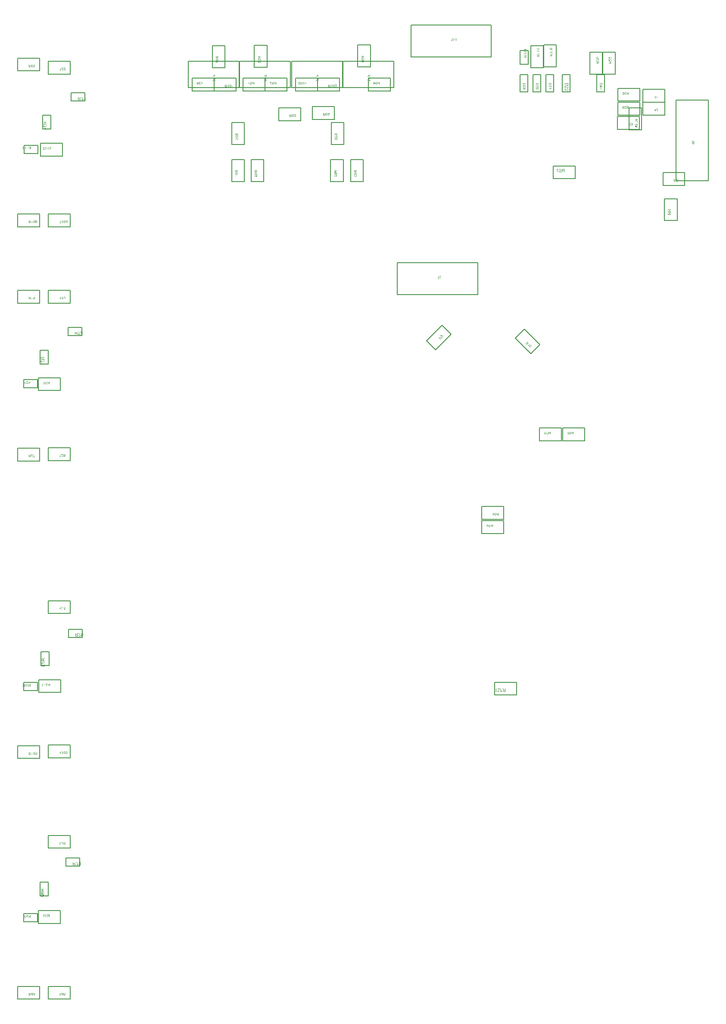
<source format=gbr>
%TF.GenerationSoftware,Altium Limited,Altium Designer,21.6.4 (81)*%
G04 Layer_Color=8388736*
%FSLAX43Y43*%
%MOMM*%
%TF.SameCoordinates,A962B9D3-E780-4B03-8A10-E236CC36F35F*%
%TF.FilePolarity,Positive*%
%TF.FileFunction,Other,Mechanical_10*%
%TF.Part,Single*%
G01*
G75*
%TA.AperFunction,NonConductor*%
%ADD139C,0.200*%
G36*
X176800Y66435D02*
X176503D01*
X176496Y66436D01*
X176488D01*
X176468Y66437D01*
X176448Y66440D01*
X176426Y66443D01*
X176405Y66447D01*
X176395Y66450D01*
X176387Y66453D01*
X176386D01*
X176385Y66454D01*
X176379Y66456D01*
X176371Y66460D01*
X176361Y66467D01*
X176350Y66475D01*
X176338Y66486D01*
X176327Y66499D01*
X176316Y66514D01*
Y66515D01*
X176315Y66516D01*
X176311Y66521D01*
X176307Y66530D01*
X176302Y66542D01*
X176297Y66556D01*
X176292Y66573D01*
X176290Y66591D01*
X176289Y66610D01*
Y66611D01*
Y66613D01*
Y66616D01*
X176290Y66621D01*
Y66628D01*
X176291Y66634D01*
X176294Y66650D01*
X176300Y66668D01*
X176307Y66688D01*
X176318Y66707D01*
X176326Y66716D01*
X176333Y66726D01*
X176334Y66726D01*
X176335Y66727D01*
X176338Y66730D01*
X176341Y66733D01*
X176346Y66737D01*
X176352Y66740D01*
X176359Y66745D01*
X176366Y66750D01*
X176376Y66755D01*
X176386Y66760D01*
X176397Y66765D01*
X176409Y66770D01*
X176423Y66774D01*
X176437Y66778D01*
X176452Y66781D01*
X176469Y66784D01*
X176467Y66785D01*
X176463Y66787D01*
X176458Y66790D01*
X176451Y66794D01*
X176434Y66804D01*
X176426Y66811D01*
X176418Y66816D01*
X176416Y66818D01*
X176412Y66823D01*
X176404Y66830D01*
X176395Y66839D01*
X176385Y66852D01*
X176373Y66866D01*
X176361Y66883D01*
X176348Y66901D01*
X176238Y67075D01*
X176343D01*
X176427Y66942D01*
Y66941D01*
X176429Y66939D01*
X176431Y66936D01*
X176434Y66933D01*
X176440Y66922D01*
X176449Y66910D01*
X176459Y66896D01*
X176469Y66881D01*
X176479Y66867D01*
X176488Y66854D01*
X176489Y66853D01*
X176492Y66849D01*
X176497Y66844D01*
X176503Y66837D01*
X176517Y66824D01*
X176524Y66817D01*
X176532Y66812D01*
X176533Y66811D01*
X176535Y66810D01*
X176538Y66808D01*
X176544Y66805D01*
X176549Y66802D01*
X176556Y66799D01*
X176571Y66795D01*
X176572D01*
X176573Y66794D01*
X176577D01*
X176582Y66793D01*
X176588Y66792D01*
X176596D01*
X176606Y66791D01*
X176715D01*
Y67075D01*
X176800D01*
Y66435D01*
D02*
G37*
G36*
X175971Y66575D02*
X175972Y66576D01*
X175976Y66579D01*
X175982Y66585D01*
X175991Y66591D01*
X176001Y66600D01*
X176014Y66609D01*
X176029Y66619D01*
X176046Y66629D01*
X176046D01*
X176047Y66630D01*
X176053Y66634D01*
X176062Y66639D01*
X176073Y66644D01*
X176086Y66651D01*
X176100Y66657D01*
X176114Y66664D01*
X176128Y66669D01*
Y66593D01*
X176127D01*
X176125Y66591D01*
X176121Y66591D01*
X176117Y66588D01*
X176111Y66585D01*
X176105Y66581D01*
X176089Y66572D01*
X176071Y66562D01*
X176052Y66549D01*
X176033Y66534D01*
X176013Y66518D01*
X176012Y66517D01*
X176011Y66517D01*
X176009Y66514D01*
X176005Y66511D01*
X175997Y66502D01*
X175985Y66491D01*
X175974Y66478D01*
X175962Y66463D01*
X175952Y66448D01*
X175943Y66432D01*
X175892D01*
Y67075D01*
X175971D01*
Y66575D01*
D02*
G37*
G36*
X175702Y67074D02*
Y67070D01*
Y67065D01*
X175701Y67057D01*
X175700Y67049D01*
X175698Y67040D01*
X175696Y67031D01*
X175692Y67020D01*
Y67020D01*
X175691Y67019D01*
X175690Y67013D01*
X175686Y67005D01*
X175680Y66994D01*
X175673Y66981D01*
X175664Y66966D01*
X175654Y66951D01*
X175641Y66935D01*
Y66934D01*
X175639Y66934D01*
X175634Y66928D01*
X175626Y66920D01*
X175614Y66908D01*
X175600Y66894D01*
X175582Y66877D01*
X175561Y66859D01*
X175538Y66839D01*
X175537Y66838D01*
X175533Y66836D01*
X175528Y66831D01*
X175521Y66825D01*
X175513Y66818D01*
X175503Y66810D01*
X175493Y66800D01*
X175481Y66790D01*
X175458Y66768D01*
X175434Y66746D01*
X175423Y66735D01*
X175413Y66724D01*
X175404Y66714D01*
X175397Y66703D01*
Y66702D01*
X175395Y66701D01*
X175393Y66699D01*
X175391Y66695D01*
X175385Y66685D01*
X175377Y66673D01*
X175371Y66658D01*
X175364Y66642D01*
X175360Y66625D01*
X175359Y66608D01*
Y66607D01*
Y66606D01*
X175360Y66601D01*
X175360Y66591D01*
X175363Y66581D01*
X175367Y66568D01*
X175373Y66555D01*
X175382Y66542D01*
X175393Y66530D01*
X175395Y66528D01*
X175399Y66524D01*
X175406Y66519D01*
X175416Y66513D01*
X175429Y66507D01*
X175444Y66502D01*
X175461Y66498D01*
X175481Y66497D01*
X175486D01*
X175490Y66498D01*
X175501Y66499D01*
X175514Y66502D01*
X175528Y66505D01*
X175544Y66512D01*
X175558Y66520D01*
X175572Y66531D01*
X175574Y66533D01*
X175578Y66538D01*
X175583Y66545D01*
X175589Y66556D01*
X175595Y66569D01*
X175601Y66586D01*
X175605Y66604D01*
X175606Y66626D01*
X175687Y66617D01*
Y66616D01*
X175686Y66614D01*
Y66609D01*
X175685Y66603D01*
X175683Y66595D01*
X175681Y66587D01*
X175679Y66577D01*
X175676Y66566D01*
X175668Y66544D01*
X175657Y66522D01*
X175651Y66511D01*
X175642Y66500D01*
X175634Y66490D01*
X175625Y66481D01*
X175624Y66480D01*
X175622Y66479D01*
X175619Y66476D01*
X175615Y66473D01*
X175609Y66469D01*
X175603Y66466D01*
X175595Y66461D01*
X175586Y66456D01*
X175576Y66452D01*
X175565Y66447D01*
X175553Y66444D01*
X175540Y66440D01*
X175526Y66437D01*
X175511Y66434D01*
X175495Y66433D01*
X175479Y66432D01*
X175470D01*
X175463Y66433D01*
X175456Y66434D01*
X175446Y66435D01*
X175436Y66437D01*
X175426Y66439D01*
X175402Y66445D01*
X175378Y66455D01*
X175366Y66460D01*
X175354Y66467D01*
X175343Y66475D01*
X175333Y66484D01*
X175332Y66485D01*
X175330Y66486D01*
X175328Y66490D01*
X175324Y66493D01*
X175320Y66498D01*
X175315Y66505D01*
X175311Y66511D01*
X175305Y66519D01*
X175296Y66537D01*
X175286Y66559D01*
X175283Y66570D01*
X175281Y66583D01*
X175279Y66596D01*
X175278Y66610D01*
Y66612D01*
Y66616D01*
X175279Y66624D01*
X175280Y66634D01*
X175282Y66645D01*
X175286Y66658D01*
X175289Y66672D01*
X175295Y66686D01*
X175296Y66688D01*
X175298Y66692D01*
X175301Y66700D01*
X175307Y66710D01*
X175314Y66721D01*
X175323Y66735D01*
X175335Y66749D01*
X175348Y66764D01*
X175349Y66766D01*
X175354Y66772D01*
X175359Y66776D01*
X175363Y66781D01*
X175369Y66787D01*
X175376Y66794D01*
X175384Y66801D01*
X175393Y66810D01*
X175402Y66819D01*
X175413Y66829D01*
X175425Y66839D01*
X175438Y66851D01*
X175453Y66863D01*
X175468Y66876D01*
X175469Y66877D01*
X175470Y66879D01*
X175474Y66882D01*
X175479Y66885D01*
X175484Y66891D01*
X175491Y66897D01*
X175506Y66909D01*
X175521Y66922D01*
X175536Y66936D01*
X175549Y66948D01*
X175555Y66953D01*
X175559Y66958D01*
X175560Y66959D01*
X175563Y66961D01*
X175567Y66965D01*
X175571Y66971D01*
X175576Y66977D01*
X175581Y66983D01*
X175593Y66999D01*
X175277D01*
Y67075D01*
X175702D01*
Y67074D01*
D02*
G37*
G36*
X174976Y66575D02*
X174977Y66576D01*
X174981Y66579D01*
X174987Y66585D01*
X174996Y66591D01*
X175006Y66600D01*
X175019Y66609D01*
X175034Y66619D01*
X175051Y66629D01*
X175052D01*
X175053Y66630D01*
X175058Y66634D01*
X175067Y66639D01*
X175078Y66644D01*
X175091Y66651D01*
X175105Y66657D01*
X175119Y66664D01*
X175133Y66669D01*
Y66593D01*
X175132D01*
X175130Y66591D01*
X175127Y66591D01*
X175122Y66588D01*
X175116Y66585D01*
X175110Y66581D01*
X175094Y66572D01*
X175076Y66562D01*
X175057Y66549D01*
X175038Y66534D01*
X175018Y66518D01*
X175017Y66517D01*
X175017Y66517D01*
X175014Y66514D01*
X175010Y66511D01*
X175002Y66502D01*
X174991Y66491D01*
X174980Y66478D01*
X174968Y66463D01*
X174957Y66448D01*
X174948Y66432D01*
X174897D01*
Y67075D01*
X174976D01*
Y66575D01*
D02*
G37*
G36*
X183327Y185728D02*
X183327Y185715D01*
X183326Y185700D01*
X183324Y185686D01*
X183322Y185671D01*
X183320Y185658D01*
Y185657D01*
X183319Y185656D01*
Y185654D01*
X183318Y185651D01*
X183316Y185643D01*
X183312Y185632D01*
X183307Y185620D01*
X183300Y185608D01*
X183293Y185595D01*
X183283Y185584D01*
X183282Y185583D01*
X183282Y185582D01*
X183279Y185580D01*
X183277Y185577D01*
X183270Y185569D01*
X183259Y185561D01*
X183247Y185551D01*
X183232Y185541D01*
X183215Y185531D01*
X183196Y185523D01*
X183195D01*
X183194Y185522D01*
X183191Y185521D01*
X183186Y185520D01*
X183181Y185518D01*
X183175Y185516D01*
X183168Y185515D01*
X183160Y185513D01*
X183152Y185510D01*
X183143Y185509D01*
X183122Y185505D01*
X183099Y185503D01*
X183074Y185502D01*
X183073D01*
X183072D01*
X183068D01*
X183064D01*
X183059Y185503D01*
X183053D01*
X183039Y185504D01*
X183023Y185506D01*
X183006Y185508D01*
X182988Y185512D01*
X182970Y185516D01*
X182970D01*
X182968Y185517D01*
X182966Y185518D01*
X182963Y185518D01*
X182955Y185521D01*
X182945Y185526D01*
X182933Y185530D01*
X182921Y185536D01*
X182908Y185544D01*
X182896Y185551D01*
X182895Y185552D01*
X182891Y185555D01*
X182886Y185559D01*
X182879Y185565D01*
X182872Y185572D01*
X182865Y185580D01*
X182857Y185588D01*
X182850Y185598D01*
X182849Y185599D01*
X182847Y185602D01*
X182844Y185607D01*
X182840Y185615D01*
X182836Y185623D01*
X182832Y185634D01*
X182828Y185646D01*
X182824Y185659D01*
Y185660D01*
X182823Y185663D01*
X182823Y185665D01*
X182822Y185672D01*
X182820Y185683D01*
X182819Y185694D01*
X182817Y185708D01*
X182817Y185724D01*
X182816Y185741D01*
Y185925D01*
X183327D01*
Y185728D01*
D02*
G37*
G36*
X182959Y185371D02*
X182959D01*
X182957Y185371D01*
X182954Y185370D01*
X182950Y185369D01*
X182946Y185368D01*
X182941Y185367D01*
X182930Y185363D01*
X182916Y185358D01*
X182904Y185351D01*
X182892Y185344D01*
X182882Y185335D01*
X182881Y185334D01*
X182878Y185331D01*
X182874Y185325D01*
X182871Y185317D01*
X182866Y185309D01*
X182862Y185297D01*
X182860Y185285D01*
X182859Y185272D01*
Y185267D01*
X182860Y185264D01*
X182860Y185256D01*
X182862Y185246D01*
X182866Y185234D01*
X182871Y185221D01*
X182879Y185209D01*
X182889Y185197D01*
X182891Y185195D01*
X182895Y185192D01*
X182902Y185187D01*
X182911Y185181D01*
X182922Y185176D01*
X182934Y185171D01*
X182949Y185167D01*
X182965Y185166D01*
X182966D01*
X182967D01*
X182970D01*
X182973Y185167D01*
X182981Y185167D01*
X182990Y185170D01*
X183002Y185173D01*
X183014Y185178D01*
X183026Y185185D01*
X183037Y185195D01*
X183038Y185196D01*
X183041Y185200D01*
X183046Y185206D01*
X183051Y185214D01*
X183056Y185224D01*
X183061Y185237D01*
X183064Y185251D01*
X183065Y185266D01*
Y185273D01*
X183064Y185278D01*
X183064Y185285D01*
X183062Y185292D01*
X183061Y185301D01*
X183058Y185311D01*
X183114Y185303D01*
Y185300D01*
X183113Y185297D01*
Y185287D01*
X183115Y185279D01*
X183116Y185269D01*
X183118Y185258D01*
X183122Y185246D01*
X183127Y185234D01*
X183134Y185221D01*
Y185221D01*
X183134Y185220D01*
X183137Y185216D01*
X183143Y185211D01*
X183149Y185205D01*
X183159Y185199D01*
X183170Y185194D01*
X183183Y185190D01*
X183190Y185189D01*
X183198D01*
X183199D01*
X183200D01*
X183204D01*
X183210Y185190D01*
X183218Y185192D01*
X183227Y185195D01*
X183236Y185198D01*
X183246Y185204D01*
X183255Y185212D01*
X183256Y185213D01*
X183259Y185217D01*
X183262Y185222D01*
X183267Y185229D01*
X183270Y185238D01*
X183274Y185248D01*
X183277Y185260D01*
X183278Y185273D01*
Y185279D01*
X183276Y185286D01*
X183275Y185295D01*
X183272Y185304D01*
X183268Y185314D01*
X183262Y185324D01*
X183255Y185334D01*
X183254Y185334D01*
X183251Y185337D01*
X183245Y185342D01*
X183238Y185347D01*
X183228Y185352D01*
X183217Y185357D01*
X183202Y185362D01*
X183186Y185365D01*
X183197Y185428D01*
X183198D01*
X183200Y185427D01*
X183203Y185426D01*
X183208Y185425D01*
X183213Y185424D01*
X183219Y185422D01*
X183233Y185417D01*
X183249Y185410D01*
X183265Y185401D01*
X183281Y185390D01*
X183295Y185376D01*
X183296Y185375D01*
X183296Y185374D01*
X183298Y185371D01*
X183300Y185368D01*
X183303Y185365D01*
X183306Y185360D01*
X183309Y185354D01*
X183313Y185348D01*
X183319Y185333D01*
X183324Y185316D01*
X183328Y185296D01*
X183330Y185286D01*
Y185267D01*
X183329Y185259D01*
X183327Y185249D01*
X183325Y185238D01*
X183321Y185224D01*
X183317Y185211D01*
X183311Y185198D01*
Y185197D01*
X183310Y185196D01*
X183308Y185192D01*
X183304Y185185D01*
X183299Y185178D01*
X183291Y185169D01*
X183283Y185160D01*
X183273Y185151D01*
X183262Y185144D01*
X183261Y185143D01*
X183257Y185141D01*
X183251Y185138D01*
X183242Y185134D01*
X183233Y185130D01*
X183222Y185127D01*
X183209Y185125D01*
X183197Y185125D01*
X183195D01*
X183191D01*
X183185Y185125D01*
X183177Y185127D01*
X183167Y185129D01*
X183157Y185133D01*
X183146Y185137D01*
X183136Y185143D01*
X183134Y185144D01*
X183132Y185146D01*
X183126Y185150D01*
X183120Y185156D01*
X183114Y185164D01*
X183106Y185173D01*
X183100Y185183D01*
X183093Y185195D01*
Y185195D01*
X183092Y185193D01*
X183092Y185191D01*
X183091Y185188D01*
X183088Y185180D01*
X183083Y185170D01*
X183078Y185158D01*
X183070Y185146D01*
X183061Y185135D01*
X183049Y185125D01*
X183048Y185124D01*
X183044Y185121D01*
X183036Y185116D01*
X183027Y185112D01*
X183015Y185108D01*
X183001Y185103D01*
X182984Y185100D01*
X182967Y185099D01*
X182966D01*
X182964D01*
X182960D01*
X182956Y185100D01*
X182950Y185101D01*
X182943Y185102D01*
X182936Y185104D01*
X182928Y185105D01*
X182910Y185111D01*
X182900Y185116D01*
X182891Y185120D01*
X182882Y185126D01*
X182872Y185133D01*
X182862Y185140D01*
X182854Y185149D01*
X182853Y185150D01*
X182851Y185151D01*
X182849Y185154D01*
X182846Y185158D01*
X182843Y185162D01*
X182839Y185168D01*
X182834Y185175D01*
X182831Y185183D01*
X182826Y185191D01*
X182822Y185201D01*
X182818Y185210D01*
X182814Y185221D01*
X182811Y185233D01*
X182809Y185246D01*
X182808Y185258D01*
X182807Y185272D01*
Y185279D01*
X182808Y185283D01*
X182809Y185289D01*
X182809Y185296D01*
X182811Y185303D01*
X182812Y185312D01*
X182817Y185329D01*
X182824Y185348D01*
X182828Y185357D01*
X182834Y185366D01*
X182840Y185375D01*
X182847Y185384D01*
X182848Y185385D01*
X182849Y185386D01*
X182851Y185388D01*
X182854Y185391D01*
X182858Y185394D01*
X182863Y185398D01*
X182868Y185402D01*
X182875Y185407D01*
X182882Y185411D01*
X182890Y185416D01*
X182908Y185424D01*
X182928Y185431D01*
X182939Y185433D01*
X182951Y185434D01*
X182959Y185371D01*
D02*
G37*
G36*
X183091Y185037D02*
X183100D01*
X183109Y185036D01*
X183120Y185035D01*
X183143Y185033D01*
X183168Y185029D01*
X183192Y185025D01*
X183203Y185022D01*
X183214Y185019D01*
X183215D01*
X183217Y185018D01*
X183219Y185017D01*
X183223Y185015D01*
X183228Y185014D01*
X183234Y185011D01*
X183246Y185005D01*
X183259Y184997D01*
X183273Y184988D01*
X183287Y184977D01*
X183299Y184963D01*
Y184963D01*
X183301Y184962D01*
X183302Y184960D01*
X183304Y184957D01*
X183307Y184953D01*
X183309Y184949D01*
X183315Y184938D01*
X183320Y184924D01*
X183325Y184909D01*
X183328Y184890D01*
X183330Y184870D01*
Y184864D01*
X183329Y184855D01*
X183327Y184846D01*
X183325Y184835D01*
X183322Y184823D01*
X183319Y184810D01*
X183313Y184799D01*
Y184798D01*
X183312Y184797D01*
X183310Y184793D01*
X183306Y184787D01*
X183301Y184780D01*
X183293Y184772D01*
X183285Y184763D01*
X183276Y184755D01*
X183265Y184747D01*
X183263Y184746D01*
X183259Y184743D01*
X183253Y184740D01*
X183243Y184735D01*
X183232Y184731D01*
X183219Y184725D01*
X183205Y184719D01*
X183188Y184715D01*
X183188D01*
X183186Y184714D01*
X183184Y184714D01*
X183180Y184713D01*
X183176Y184712D01*
X183171Y184711D01*
X183164Y184710D01*
X183157Y184709D01*
X183149Y184708D01*
X183140Y184707D01*
X183129Y184706D01*
X183119Y184705D01*
X183107Y184704D01*
X183095D01*
X183082Y184703D01*
X183068D01*
X183067D01*
X183064D01*
X183059D01*
X183053D01*
X183045Y184704D01*
X183036D01*
X183027Y184705D01*
X183016Y184705D01*
X182993Y184708D01*
X182968Y184711D01*
X182945Y184716D01*
X182933Y184719D01*
X182922Y184722D01*
X182922D01*
X182920Y184723D01*
X182917Y184725D01*
X182913Y184726D01*
X182908Y184728D01*
X182903Y184731D01*
X182891Y184736D01*
X182877Y184744D01*
X182862Y184753D01*
X182849Y184765D01*
X182837Y184778D01*
Y184779D01*
X182835Y184779D01*
X182834Y184782D01*
X182832Y184785D01*
X182830Y184788D01*
X182827Y184792D01*
X182822Y184803D01*
X182817Y184816D01*
X182811Y184832D01*
X182809Y184850D01*
X182807Y184870D01*
Y184878D01*
X182808Y184883D01*
X182809Y184889D01*
X182810Y184896D01*
X182811Y184904D01*
X182814Y184913D01*
X182817Y184922D01*
X182820Y184932D01*
X182824Y184941D01*
X182829Y184951D01*
X182835Y184960D01*
X182843Y184970D01*
X182851Y184979D01*
X182860Y184987D01*
X182860Y184988D01*
X182862Y184989D01*
X182866Y184991D01*
X182872Y184995D01*
X182879Y184999D01*
X182888Y185003D01*
X182898Y185008D01*
X182910Y185012D01*
X182923Y185017D01*
X182939Y185021D01*
X182956Y185025D01*
X182975Y185029D01*
X182996Y185033D01*
X183018Y185035D01*
X183042Y185037D01*
X183068Y185037D01*
X183069D01*
X183072D01*
X183077D01*
X183083D01*
X183091Y185037D01*
D02*
G37*
G36*
X128046Y168715D02*
X127819D01*
Y168628D01*
X127820Y168620D01*
Y168614D01*
X127820Y168609D01*
X127821Y168605D01*
Y168602D01*
X127822Y168601D01*
Y168600D01*
X127826Y168588D01*
X127828Y168583D01*
X127830Y168579D01*
X127832Y168574D01*
X127834Y168571D01*
X127834Y168570D01*
X127835Y168569D01*
X127840Y168563D01*
X127845Y168557D01*
X127856Y168546D01*
X127861Y168541D01*
X127865Y168537D01*
X127868Y168535D01*
X127869Y168534D01*
X127879Y168527D01*
X127891Y168519D01*
X127902Y168511D01*
X127913Y168503D01*
X127924Y168496D01*
X127932Y168491D01*
X127935Y168489D01*
X127937Y168487D01*
X127939Y168486D01*
X127939D01*
X128046Y168418D01*
Y168334D01*
X127907Y168422D01*
X127892Y168432D01*
X127879Y168442D01*
X127868Y168452D01*
X127857Y168460D01*
X127850Y168467D01*
X127844Y168473D01*
X127840Y168477D01*
X127839Y168478D01*
X127834Y168484D01*
X127829Y168491D01*
X127821Y168504D01*
X127818Y168510D01*
X127815Y168514D01*
X127814Y168517D01*
X127813Y168519D01*
X127811Y168506D01*
X127809Y168493D01*
X127805Y168482D01*
X127802Y168471D01*
X127798Y168461D01*
X127794Y168452D01*
X127790Y168444D01*
X127786Y168437D01*
X127782Y168431D01*
X127778Y168425D01*
X127775Y168421D01*
X127772Y168417D01*
X127770Y168414D01*
X127768Y168412D01*
X127767Y168411D01*
X127766Y168410D01*
X127759Y168404D01*
X127752Y168398D01*
X127736Y168389D01*
X127721Y168384D01*
X127706Y168379D01*
X127693Y168376D01*
X127688Y168375D01*
X127683D01*
X127679Y168375D01*
X127676D01*
X127675D01*
X127674D01*
X127658Y168375D01*
X127644Y168378D01*
X127631Y168381D01*
X127620Y168385D01*
X127610Y168389D01*
X127603Y168392D01*
X127599Y168395D01*
X127598Y168396D01*
X127597D01*
X127585Y168405D01*
X127575Y168414D01*
X127566Y168423D01*
X127559Y168432D01*
X127554Y168440D01*
X127551Y168447D01*
X127549Y168452D01*
X127548Y168452D01*
Y168453D01*
X127546Y168460D01*
X127544Y168468D01*
X127540Y168484D01*
X127538Y168502D01*
X127536Y168518D01*
X127535Y168534D01*
Y168540D01*
X127534Y168546D01*
Y168783D01*
X128046D01*
Y168715D01*
D02*
G37*
G36*
X127911Y168294D02*
X127922Y168293D01*
X127933Y168290D01*
X127945Y168287D01*
X127963Y168280D01*
X127972Y168276D01*
X127979Y168272D01*
X127987Y168268D01*
X127993Y168264D01*
X127998Y168259D01*
X128002Y168256D01*
X128006Y168253D01*
X128008Y168251D01*
X128010Y168250D01*
X128010Y168249D01*
X128018Y168240D01*
X128025Y168231D01*
X128031Y168220D01*
X128036Y168210D01*
X128040Y168200D01*
X128044Y168190D01*
X128049Y168170D01*
X128051Y168161D01*
X128052Y168153D01*
X128053Y168146D01*
X128054Y168139D01*
X128055Y168134D01*
Y168126D01*
X128054Y168112D01*
X128052Y168100D01*
X128050Y168087D01*
X128048Y168075D01*
X128044Y168065D01*
X128041Y168055D01*
X128037Y168045D01*
X128032Y168037D01*
X128028Y168030D01*
X128024Y168023D01*
X128021Y168018D01*
X128017Y168013D01*
X128015Y168009D01*
X128013Y168007D01*
X128011Y168005D01*
X128010Y168004D01*
X128001Y167996D01*
X127993Y167989D01*
X127984Y167983D01*
X127974Y167978D01*
X127965Y167973D01*
X127956Y167969D01*
X127939Y167964D01*
X127930Y167962D01*
X127923Y167960D01*
X127916Y167959D01*
X127911Y167959D01*
X127907Y167958D01*
X127903D01*
X127901D01*
X127900D01*
X127883Y167959D01*
X127868Y167962D01*
X127854Y167966D01*
X127842Y167970D01*
X127832Y167975D01*
X127825Y167979D01*
X127820Y167982D01*
X127820Y167983D01*
X127819D01*
X127807Y167993D01*
X127797Y168004D01*
X127789Y168016D01*
X127781Y168027D01*
X127776Y168038D01*
X127772Y168047D01*
X127771Y168049D01*
X127770Y168052D01*
X127769Y168053D01*
Y168054D01*
X127763Y168041D01*
X127757Y168030D01*
X127750Y168020D01*
X127743Y168012D01*
X127738Y168006D01*
X127733Y168001D01*
X127730Y167998D01*
X127729Y167998D01*
X127718Y167991D01*
X127708Y167987D01*
X127698Y167983D01*
X127687Y167981D01*
X127679Y167979D01*
X127673Y167979D01*
X127668D01*
X127667D01*
X127667D01*
X127656Y167979D01*
X127647Y167980D01*
X127628Y167985D01*
X127612Y167992D01*
X127598Y167999D01*
X127587Y168007D01*
X127582Y168010D01*
X127578Y168013D01*
X127575Y168016D01*
X127573Y168018D01*
X127572Y168019D01*
X127571Y168020D01*
X127565Y168028D01*
X127558Y168036D01*
X127553Y168045D01*
X127548Y168054D01*
X127542Y168072D01*
X127537Y168089D01*
X127535Y168097D01*
X127534Y168104D01*
X127534Y168111D01*
X127533Y168117D01*
X127532Y168121D01*
Y168128D01*
X127533Y168140D01*
X127534Y168151D01*
X127538Y168172D01*
X127541Y168182D01*
X127544Y168191D01*
X127548Y168199D01*
X127551Y168206D01*
X127555Y168212D01*
X127559Y168218D01*
X127562Y168223D01*
X127565Y168227D01*
X127567Y168230D01*
X127569Y168232D01*
X127570Y168234D01*
X127571Y168234D01*
X127578Y168241D01*
X127585Y168248D01*
X127593Y168253D01*
X127602Y168257D01*
X127617Y168265D01*
X127632Y168269D01*
X127644Y168272D01*
X127650Y168273D01*
X127655Y168273D01*
X127659Y168274D01*
X127662D01*
X127664D01*
X127664D01*
X127678Y168273D01*
X127690Y168271D01*
X127701Y168268D01*
X127711Y168265D01*
X127718Y168262D01*
X127724Y168259D01*
X127727Y168256D01*
X127729Y168256D01*
X127738Y168248D01*
X127746Y168239D01*
X127753Y168229D01*
X127759Y168219D01*
X127763Y168211D01*
X127766Y168204D01*
X127768Y168201D01*
X127769Y168199D01*
X127769Y168198D01*
Y168197D01*
X127775Y168214D01*
X127781Y168228D01*
X127789Y168241D01*
X127797Y168251D01*
X127804Y168259D01*
X127810Y168265D01*
X127814Y168268D01*
X127814Y168270D01*
X127815D01*
X127828Y168278D01*
X127843Y168285D01*
X127856Y168289D01*
X127869Y168292D01*
X127881Y168293D01*
X127886Y168294D01*
X127891D01*
X127894Y168295D01*
X127896D01*
X127898D01*
X127899D01*
X127911Y168294D01*
D02*
G37*
G36*
X127719Y167896D02*
X127732Y167894D01*
X127744Y167893D01*
X127756Y167890D01*
X127766Y167886D01*
X127777Y167882D01*
X127786Y167879D01*
X127794Y167874D01*
X127801Y167871D01*
X127808Y167867D01*
X127813Y167863D01*
X127818Y167860D01*
X127822Y167857D01*
X127824Y167855D01*
X127826Y167854D01*
X127826Y167853D01*
X127834Y167845D01*
X127841Y167836D01*
X127848Y167827D01*
X127853Y167817D01*
X127857Y167809D01*
X127861Y167800D01*
X127866Y167783D01*
X127868Y167775D01*
X127870Y167768D01*
X127871Y167762D01*
X127871Y167756D01*
X127872Y167752D01*
Y167746D01*
X127871Y167732D01*
X127869Y167718D01*
X127866Y167707D01*
X127862Y167695D01*
X127860Y167687D01*
X127857Y167681D01*
X127854Y167676D01*
X127854Y167675D01*
X127846Y167663D01*
X127838Y167653D01*
X127830Y167644D01*
X127823Y167636D01*
X127815Y167631D01*
X127810Y167627D01*
X127806Y167624D01*
X127805Y167623D01*
X127811D01*
X127814D01*
X127817D01*
X127817D01*
X127832Y167624D01*
X127846Y167624D01*
X127859Y167626D01*
X127871Y167627D01*
X127880Y167630D01*
X127888Y167631D01*
X127891Y167632D01*
X127893D01*
X127894Y167633D01*
X127894D01*
X127908Y167636D01*
X127919Y167640D01*
X127930Y167644D01*
X127939Y167647D01*
X127945Y167650D01*
X127950Y167653D01*
X127954Y167655D01*
X127955Y167656D01*
X127963Y167661D01*
X127970Y167667D01*
X127976Y167673D01*
X127981Y167679D01*
X127985Y167684D01*
X127988Y167688D01*
X127990Y167691D01*
X127990Y167692D01*
X127995Y167700D01*
X127998Y167709D01*
X128000Y167717D01*
X128001Y167725D01*
X128002Y167732D01*
X128003Y167737D01*
Y167742D01*
X128002Y167754D01*
X128000Y167765D01*
X127997Y167775D01*
X127993Y167783D01*
X127990Y167789D01*
X127987Y167794D01*
X127985Y167797D01*
X127984Y167797D01*
X127976Y167805D01*
X127967Y167811D01*
X127956Y167816D01*
X127946Y167820D01*
X127937Y167823D01*
X127929Y167825D01*
X127926Y167826D01*
X127925D01*
X127923Y167826D01*
X127922D01*
X127928Y167887D01*
X127949Y167882D01*
X127967Y167877D01*
X127984Y167869D01*
X127997Y167862D01*
X128007Y167854D01*
X128012Y167851D01*
X128015Y167848D01*
X128018Y167845D01*
X128020Y167843D01*
X128021Y167843D01*
X128021Y167842D01*
X128027Y167834D01*
X128032Y167826D01*
X128041Y167810D01*
X128047Y167794D01*
X128050Y167778D01*
X128053Y167764D01*
X128054Y167758D01*
Y167753D01*
X128055Y167749D01*
Y167743D01*
X128053Y167723D01*
X128050Y167704D01*
X128045Y167687D01*
X128039Y167673D01*
X128037Y167667D01*
X128034Y167661D01*
X128031Y167657D01*
X128029Y167653D01*
X128027Y167650D01*
X128026Y167647D01*
X128024Y167646D01*
Y167645D01*
X128012Y167630D01*
X127998Y167617D01*
X127983Y167607D01*
X127969Y167598D01*
X127956Y167590D01*
X127950Y167588D01*
X127946Y167585D01*
X127942Y167584D01*
X127939Y167582D01*
X127937Y167582D01*
X127936D01*
X127925Y167578D01*
X127913Y167574D01*
X127888Y167569D01*
X127861Y167565D01*
X127836Y167563D01*
X127825Y167562D01*
X127814Y167561D01*
X127804D01*
X127796Y167560D01*
X127789D01*
X127784D01*
X127780D01*
X127780D01*
X127763D01*
X127746Y167561D01*
X127732Y167562D01*
X127718Y167564D01*
X127705Y167565D01*
X127693Y167567D01*
X127682Y167569D01*
X127673Y167571D01*
X127664Y167573D01*
X127657Y167575D01*
X127650Y167577D01*
X127645Y167579D01*
X127641Y167580D01*
X127639Y167582D01*
X127637Y167582D01*
X127636D01*
X127619Y167591D01*
X127603Y167601D01*
X127590Y167612D01*
X127579Y167622D01*
X127571Y167631D01*
X127565Y167639D01*
X127562Y167641D01*
X127561Y167644D01*
X127559Y167644D01*
Y167645D01*
X127551Y167661D01*
X127544Y167676D01*
X127539Y167692D01*
X127536Y167706D01*
X127534Y167718D01*
X127533Y167724D01*
Y167727D01*
X127532Y167731D01*
Y167736D01*
X127533Y167749D01*
X127534Y167760D01*
X127537Y167772D01*
X127539Y167783D01*
X127548Y167803D01*
X127551Y167811D01*
X127556Y167819D01*
X127561Y167826D01*
X127565Y167832D01*
X127569Y167838D01*
X127573Y167843D01*
X127576Y167846D01*
X127578Y167848D01*
X127579Y167850D01*
X127580Y167851D01*
X127589Y167859D01*
X127599Y167865D01*
X127609Y167872D01*
X127619Y167877D01*
X127630Y167882D01*
X127641Y167885D01*
X127660Y167891D01*
X127670Y167893D01*
X127678Y167894D01*
X127686Y167895D01*
X127692Y167896D01*
X127698Y167896D01*
X127701D01*
X127704D01*
X127705D01*
X127719Y167896D01*
D02*
G37*
G36*
X195798Y185703D02*
X195798Y185690D01*
X195797Y185675D01*
X195795Y185661D01*
X195793Y185646D01*
X195791Y185633D01*
Y185632D01*
X195790Y185631D01*
Y185629D01*
X195789Y185626D01*
X195786Y185618D01*
X195783Y185607D01*
X195778Y185595D01*
X195771Y185583D01*
X195764Y185570D01*
X195754Y185559D01*
X195753Y185558D01*
X195752Y185557D01*
X195750Y185555D01*
X195748Y185552D01*
X195741Y185544D01*
X195730Y185536D01*
X195718Y185526D01*
X195703Y185516D01*
X195686Y185506D01*
X195667Y185498D01*
X195666D01*
X195664Y185497D01*
X195661Y185496D01*
X195657Y185495D01*
X195652Y185493D01*
X195646Y185491D01*
X195639Y185490D01*
X195631Y185488D01*
X195623Y185485D01*
X195613Y185484D01*
X195593Y185480D01*
X195570Y185478D01*
X195545Y185477D01*
X195544D01*
X195542D01*
X195539D01*
X195535D01*
X195530Y185478D01*
X195524D01*
X195510Y185479D01*
X195494Y185481D01*
X195477Y185483D01*
X195459Y185487D01*
X195441Y185491D01*
X195441D01*
X195439Y185492D01*
X195437Y185493D01*
X195434Y185493D01*
X195426Y185496D01*
X195415Y185501D01*
X195404Y185505D01*
X195392Y185511D01*
X195379Y185519D01*
X195367Y185526D01*
X195366Y185527D01*
X195362Y185530D01*
X195357Y185534D01*
X195350Y185540D01*
X195343Y185547D01*
X195336Y185555D01*
X195327Y185563D01*
X195321Y185573D01*
X195320Y185574D01*
X195318Y185577D01*
X195315Y185582D01*
X195311Y185590D01*
X195307Y185598D01*
X195303Y185609D01*
X195299Y185621D01*
X195295Y185634D01*
Y185635D01*
X195294Y185638D01*
X195293Y185640D01*
X195293Y185647D01*
X195291Y185658D01*
X195290Y185669D01*
X195288Y185683D01*
X195287Y185699D01*
X195287Y185716D01*
Y185900D01*
X195798D01*
Y185703D01*
D02*
G37*
G36*
Y185197D02*
Y185146D01*
X195467D01*
Y185077D01*
X195409D01*
Y185146D01*
X195287D01*
Y185209D01*
X195409D01*
Y185431D01*
X195467D01*
X195798Y185197D01*
D02*
G37*
G36*
X195792Y184677D02*
X195742D01*
X195741Y184677D01*
X195740Y184679D01*
X195737Y184682D01*
X195732Y184685D01*
X195727Y184689D01*
X195721Y184695D01*
X195714Y184701D01*
X195705Y184708D01*
X195696Y184714D01*
X195686Y184723D01*
X195674Y184731D01*
X195662Y184739D01*
X195649Y184748D01*
X195635Y184757D01*
X195619Y184765D01*
X195604Y184774D01*
X195603Y184775D01*
X195600Y184777D01*
X195596Y184779D01*
X195589Y184782D01*
X195581Y184786D01*
X195572Y184791D01*
X195562Y184796D01*
X195550Y184801D01*
X195537Y184807D01*
X195523Y184813D01*
X195508Y184819D01*
X195493Y184825D01*
X195461Y184837D01*
X195427Y184848D01*
X195426D01*
X195424Y184849D01*
X195421Y184850D01*
X195416Y184851D01*
X195410Y184853D01*
X195403Y184854D01*
X195395Y184856D01*
X195386Y184858D01*
X195375Y184860D01*
X195364Y184862D01*
X195341Y184866D01*
X195315Y184870D01*
X195287Y184872D01*
Y184936D01*
X195287D01*
X195290D01*
X195293D01*
X195297Y184935D01*
X195303D01*
X195310Y184935D01*
X195319Y184934D01*
X195327Y184933D01*
X195338Y184932D01*
X195348Y184930D01*
X195361Y184928D01*
X195373Y184926D01*
X195387Y184924D01*
X195401Y184921D01*
X195432Y184913D01*
X195432D01*
X195435Y184913D01*
X195440Y184911D01*
X195446Y184909D01*
X195454Y184907D01*
X195463Y184904D01*
X195473Y184901D01*
X195484Y184896D01*
X195497Y184892D01*
X195509Y184887D01*
X195537Y184876D01*
X195567Y184863D01*
X195596Y184848D01*
X195597Y184847D01*
X195600Y184846D01*
X195604Y184844D01*
X195610Y184841D01*
X195616Y184837D01*
X195625Y184832D01*
X195633Y184827D01*
X195643Y184821D01*
X195664Y184807D01*
X195687Y184792D01*
X195710Y184775D01*
X195731Y184757D01*
Y185008D01*
X195792D01*
Y184677D01*
D02*
G37*
G36*
X202810Y178646D02*
X202809Y178640D01*
Y178634D01*
X202809Y178618D01*
X202806Y178602D01*
X202804Y178584D01*
X202801Y178568D01*
X202798Y178560D01*
X202796Y178553D01*
Y178552D01*
X202795Y178552D01*
X202793Y178547D01*
X202790Y178541D01*
X202785Y178533D01*
X202778Y178524D01*
X202770Y178514D01*
X202759Y178505D01*
X202747Y178496D01*
X202747D01*
X202746Y178496D01*
X202741Y178493D01*
X202734Y178490D01*
X202724Y178485D01*
X202713Y178482D01*
X202700Y178478D01*
X202686Y178476D01*
X202670Y178475D01*
X202670D01*
X202668D01*
X202665D01*
X202662Y178476D01*
X202656D01*
X202651Y178476D01*
X202639Y178479D01*
X202624Y178484D01*
X202608Y178490D01*
X202593Y178499D01*
X202585Y178504D01*
X202578Y178510D01*
X202577Y178511D01*
X202577Y178512D01*
X202574Y178514D01*
X202572Y178517D01*
X202569Y178521D01*
X202566Y178525D01*
X202563Y178531D01*
X202558Y178537D01*
X202554Y178544D01*
X202551Y178552D01*
X202546Y178561D01*
X202543Y178571D01*
X202540Y178582D01*
X202536Y178593D01*
X202534Y178606D01*
X202532Y178619D01*
X202531Y178618D01*
X202529Y178615D01*
X202526Y178610D01*
X202523Y178604D01*
X202515Y178591D01*
X202510Y178584D01*
X202506Y178578D01*
X202504Y178577D01*
X202500Y178573D01*
X202495Y178567D01*
X202487Y178560D01*
X202477Y178552D01*
X202466Y178542D01*
X202452Y178533D01*
X202438Y178522D01*
X202299Y178434D01*
Y178518D01*
X202405Y178586D01*
X202406D01*
X202407Y178587D01*
X202410Y178589D01*
X202413Y178591D01*
X202421Y178596D01*
X202431Y178603D01*
X202442Y178611D01*
X202454Y178619D01*
X202465Y178627D01*
X202475Y178635D01*
X202476Y178635D01*
X202479Y178637D01*
X202483Y178641D01*
X202489Y178646D01*
X202500Y178657D01*
X202505Y178663D01*
X202509Y178669D01*
X202510Y178670D01*
X202511Y178671D01*
X202512Y178674D01*
X202514Y178679D01*
X202517Y178683D01*
X202519Y178688D01*
X202523Y178700D01*
Y178701D01*
X202523Y178703D01*
Y178705D01*
X202524Y178709D01*
X202525Y178714D01*
Y178720D01*
X202526Y178728D01*
Y178816D01*
X202299D01*
Y178884D01*
X202810D01*
Y178646D01*
D02*
G37*
G36*
X202684Y178346D02*
X202685Y178344D01*
X202686Y178341D01*
X202688Y178337D01*
X202690Y178333D01*
X202693Y178328D01*
X202701Y178315D01*
X202709Y178300D01*
X202719Y178286D01*
X202731Y178270D01*
X202744Y178255D01*
X202744Y178254D01*
X202745Y178253D01*
X202747Y178251D01*
X202750Y178248D01*
X202757Y178241D01*
X202766Y178232D01*
X202776Y178224D01*
X202788Y178214D01*
X202800Y178206D01*
X202812Y178198D01*
Y178158D01*
X202299D01*
Y178221D01*
X202699D01*
X202698Y178221D01*
X202695Y178225D01*
X202690Y178229D01*
X202685Y178237D01*
X202679Y178245D01*
X202671Y178255D01*
X202663Y178267D01*
X202655Y178280D01*
Y178281D01*
X202654Y178282D01*
X202651Y178286D01*
X202648Y178294D01*
X202643Y178303D01*
X202638Y178313D01*
X202633Y178324D01*
X202628Y178335D01*
X202623Y178346D01*
X202684D01*
Y178346D01*
D02*
G37*
G36*
Y177948D02*
X202685Y177946D01*
X202686Y177943D01*
X202688Y177940D01*
X202690Y177935D01*
X202693Y177930D01*
X202701Y177918D01*
X202709Y177903D01*
X202719Y177888D01*
X202731Y177872D01*
X202744Y177857D01*
X202744Y177856D01*
X202745Y177855D01*
X202747Y177853D01*
X202750Y177850D01*
X202757Y177844D01*
X202766Y177835D01*
X202776Y177826D01*
X202788Y177816D01*
X202800Y177808D01*
X202812Y177801D01*
Y177760D01*
X202299D01*
Y177823D01*
X202699D01*
X202698Y177824D01*
X202695Y177827D01*
X202690Y177832D01*
X202685Y177839D01*
X202679Y177847D01*
X202671Y177858D01*
X202663Y177870D01*
X202655Y177883D01*
Y177884D01*
X202654Y177884D01*
X202651Y177889D01*
X202648Y177896D01*
X202643Y177905D01*
X202638Y177915D01*
X202633Y177926D01*
X202628Y177938D01*
X202623Y177949D01*
X202684D01*
Y177948D01*
D02*
G37*
G36*
X202652Y177598D02*
X202659Y177598D01*
X202667Y177597D01*
X202675Y177595D01*
X202685Y177593D01*
X202704Y177588D01*
X202714Y177584D01*
X202725Y177580D01*
X202736Y177575D01*
X202745Y177568D01*
X202755Y177561D01*
X202764Y177553D01*
X202765Y177552D01*
X202767Y177551D01*
X202769Y177549D01*
X202772Y177545D01*
X202775Y177541D01*
X202780Y177535D01*
X202784Y177529D01*
X202789Y177521D01*
X202793Y177514D01*
X202797Y177505D01*
X202805Y177485D01*
X202808Y177475D01*
X202810Y177463D01*
X202812Y177451D01*
X202812Y177439D01*
Y177433D01*
X202812Y177430D01*
Y177426D01*
X202811Y177421D01*
X202809Y177408D01*
X202806Y177394D01*
X202801Y177379D01*
X202794Y177363D01*
X202785Y177348D01*
Y177347D01*
X202784Y177346D01*
X202782Y177344D01*
X202780Y177341D01*
X202774Y177334D01*
X202766Y177324D01*
X202755Y177314D01*
X202741Y177303D01*
X202726Y177294D01*
X202708Y177285D01*
X202707D01*
X202706Y177284D01*
X202703Y177283D01*
X202699Y177281D01*
X202694Y177280D01*
X202687Y177277D01*
X202680Y177276D01*
X202672Y177274D01*
X202662Y177272D01*
X202651Y177269D01*
X202639Y177268D01*
X202627Y177266D01*
X202613Y177265D01*
X202598Y177263D01*
X202582Y177263D01*
X202565D01*
X202564D01*
X202560D01*
X202555D01*
X202549D01*
X202540Y177263D01*
X202531D01*
X202520Y177264D01*
X202509Y177266D01*
X202483Y177268D01*
X202457Y177272D01*
X202432Y177277D01*
X202419Y177280D01*
X202408Y177284D01*
X202407D01*
X202406Y177285D01*
X202403Y177286D01*
X202398Y177288D01*
X202394Y177290D01*
X202388Y177293D01*
X202376Y177300D01*
X202361Y177309D01*
X202347Y177320D01*
X202333Y177333D01*
X202320Y177348D01*
Y177348D01*
X202319Y177350D01*
X202317Y177352D01*
X202316Y177355D01*
X202313Y177359D01*
X202311Y177364D01*
X202308Y177370D01*
X202305Y177376D01*
X202299Y177390D01*
X202294Y177407D01*
X202291Y177425D01*
X202290Y177446D01*
Y177452D01*
X202291Y177456D01*
Y177461D01*
X202291Y177467D01*
X202294Y177481D01*
X202298Y177496D01*
X202304Y177513D01*
X202312Y177529D01*
X202317Y177537D01*
X202323Y177544D01*
X202324Y177545D01*
X202325Y177546D01*
X202327Y177548D01*
X202329Y177550D01*
X202333Y177553D01*
X202337Y177557D01*
X202347Y177564D01*
X202361Y177572D01*
X202377Y177579D01*
X202395Y177585D01*
X202417Y177589D01*
X202422Y177529D01*
X202421D01*
X202420Y177528D01*
X202418D01*
X202415Y177527D01*
X202407Y177525D01*
X202398Y177522D01*
X202388Y177518D01*
X202378Y177513D01*
X202368Y177507D01*
X202360Y177500D01*
X202359Y177499D01*
X202357Y177496D01*
X202354Y177491D01*
X202351Y177485D01*
X202347Y177477D01*
X202344Y177467D01*
X202342Y177456D01*
X202342Y177445D01*
Y177439D01*
X202342Y177434D01*
X202343Y177428D01*
X202344Y177419D01*
X202347Y177411D01*
X202350Y177402D01*
X202354Y177394D01*
X202355Y177393D01*
X202356Y177391D01*
X202359Y177386D01*
X202364Y177382D01*
X202369Y177376D01*
X202375Y177370D01*
X202381Y177364D01*
X202390Y177358D01*
X202390Y177357D01*
X202394Y177356D01*
X202399Y177353D01*
X202406Y177350D01*
X202415Y177346D01*
X202425Y177342D01*
X202437Y177339D01*
X202450Y177335D01*
X202451D01*
X202452Y177334D01*
X202454D01*
X202457Y177334D01*
X202464Y177332D01*
X202474Y177330D01*
X202486Y177328D01*
X202498Y177327D01*
X202512Y177326D01*
X202527Y177326D01*
X202528D01*
X202530D01*
X202534D01*
X202540D01*
X202538Y177326D01*
X202534Y177329D01*
X202529Y177334D01*
X202522Y177339D01*
X202514Y177346D01*
X202506Y177355D01*
X202498Y177365D01*
X202491Y177377D01*
X202490Y177379D01*
X202488Y177383D01*
X202485Y177390D01*
X202482Y177398D01*
X202478Y177409D01*
X202475Y177421D01*
X202473Y177434D01*
X202472Y177448D01*
Y177454D01*
X202473Y177459D01*
X202474Y177464D01*
X202475Y177470D01*
X202476Y177478D01*
X202478Y177485D01*
X202483Y177502D01*
X202487Y177511D01*
X202492Y177520D01*
X202497Y177530D01*
X202503Y177538D01*
X202510Y177547D01*
X202518Y177555D01*
X202519Y177556D01*
X202520Y177558D01*
X202523Y177559D01*
X202526Y177562D01*
X202532Y177566D01*
X202537Y177569D01*
X202543Y177573D01*
X202551Y177577D01*
X202559Y177581D01*
X202568Y177585D01*
X202578Y177589D01*
X202588Y177592D01*
X202600Y177595D01*
X202613Y177597D01*
X202625Y177598D01*
X202639Y177599D01*
X202640D01*
X202643D01*
X202647D01*
X202652Y177598D01*
D02*
G37*
G36*
X201346Y177982D02*
X201336Y177967D01*
X201326Y177954D01*
X201317Y177943D01*
X201309Y177932D01*
X201301Y177925D01*
X201295Y177919D01*
X201292Y177915D01*
X201290Y177914D01*
X201284Y177909D01*
X201278Y177904D01*
X201264Y177896D01*
X201258Y177893D01*
X201254Y177890D01*
X201251Y177889D01*
X201250Y177888D01*
X201263Y177886D01*
X201275Y177883D01*
X201287Y177880D01*
X201298Y177877D01*
X201307Y177873D01*
X201316Y177869D01*
X201324Y177865D01*
X201332Y177861D01*
X201338Y177857D01*
X201343Y177853D01*
X201348Y177850D01*
X201352Y177847D01*
X201355Y177845D01*
X201357Y177843D01*
X201358Y177842D01*
X201358Y177841D01*
X201364Y177834D01*
X201370Y177826D01*
X201379Y177811D01*
X201385Y177795D01*
X201389Y177781D01*
X201392Y177768D01*
X201393Y177763D01*
Y177758D01*
X201394Y177754D01*
Y177751D01*
Y177750D01*
Y177749D01*
X201393Y177733D01*
X201391Y177719D01*
X201387Y177706D01*
X201383Y177695D01*
X201379Y177685D01*
X201376Y177678D01*
X201373Y177673D01*
X201372Y177673D01*
Y177672D01*
X201363Y177660D01*
X201355Y177650D01*
X201345Y177641D01*
X201336Y177634D01*
X201328Y177629D01*
X201321Y177626D01*
X201317Y177624D01*
X201316Y177623D01*
X201315D01*
X201309Y177621D01*
X201301Y177619D01*
X201284Y177615D01*
X201267Y177613D01*
X201250Y177611D01*
X201235Y177610D01*
X201228D01*
X201222Y177609D01*
X200985D01*
Y178121D01*
X201053D01*
Y177894D01*
X201140D01*
X201148Y177894D01*
X201154D01*
X201159Y177895D01*
X201163Y177896D01*
X201166D01*
X201168Y177897D01*
X201168D01*
X201180Y177900D01*
X201185Y177903D01*
X201190Y177905D01*
X201194Y177907D01*
X201197Y177909D01*
X201199Y177909D01*
X201199Y177910D01*
X201205Y177914D01*
X201211Y177920D01*
X201222Y177931D01*
X201227Y177936D01*
X201231Y177940D01*
X201233Y177943D01*
X201234Y177944D01*
X201241Y177954D01*
X201250Y177965D01*
X201258Y177977D01*
X201266Y177988D01*
X201273Y177999D01*
X201278Y178007D01*
X201280Y178010D01*
X201281Y178012D01*
X201283Y178013D01*
Y178014D01*
X201350Y178121D01*
X201434D01*
X201346Y177982D01*
D02*
G37*
G36*
X201648Y178128D02*
X201666Y178125D01*
X201683Y178120D01*
X201698Y178114D01*
X201703Y178112D01*
X201709Y178109D01*
X201714Y178106D01*
X201718Y178104D01*
X201721Y178102D01*
X201723Y178101D01*
X201725Y178099D01*
X201726D01*
X201740Y178087D01*
X201754Y178073D01*
X201764Y178058D01*
X201773Y178044D01*
X201780Y178031D01*
X201783Y178025D01*
X201785Y178021D01*
X201787Y178016D01*
X201788Y178013D01*
X201789Y178012D01*
Y178011D01*
X201793Y178000D01*
X201797Y177988D01*
X201802Y177962D01*
X201805Y177936D01*
X201808Y177911D01*
X201809Y177900D01*
X201810Y177889D01*
Y177879D01*
X201811Y177871D01*
Y177864D01*
Y177859D01*
Y177855D01*
Y177855D01*
Y177838D01*
X201810Y177821D01*
X201808Y177807D01*
X201807Y177792D01*
X201805Y177780D01*
X201804Y177768D01*
X201802Y177757D01*
X201800Y177747D01*
X201797Y177739D01*
X201796Y177732D01*
X201794Y177725D01*
X201792Y177720D01*
X201791Y177716D01*
X201789Y177713D01*
X201788Y177712D01*
Y177711D01*
X201780Y177693D01*
X201770Y177678D01*
X201759Y177665D01*
X201749Y177654D01*
X201740Y177645D01*
X201732Y177639D01*
X201729Y177637D01*
X201727Y177636D01*
X201726Y177634D01*
X201726D01*
X201710Y177625D01*
X201695Y177619D01*
X201679Y177614D01*
X201665Y177611D01*
X201652Y177608D01*
X201647Y177608D01*
X201644D01*
X201640Y177607D01*
X201635D01*
X201622Y177608D01*
X201610Y177609D01*
X201598Y177611D01*
X201588Y177614D01*
X201568Y177622D01*
X201559Y177626D01*
X201552Y177631D01*
X201545Y177636D01*
X201539Y177639D01*
X201533Y177644D01*
X201528Y177648D01*
X201525Y177651D01*
X201522Y177653D01*
X201521Y177654D01*
X201520Y177655D01*
X201512Y177664D01*
X201505Y177674D01*
X201499Y177684D01*
X201494Y177694D01*
X201489Y177705D01*
X201485Y177716D01*
X201480Y177735D01*
X201478Y177744D01*
X201477Y177753D01*
X201476Y177761D01*
X201475Y177767D01*
X201474Y177773D01*
Y177776D01*
Y177779D01*
Y177780D01*
X201475Y177794D01*
X201477Y177807D01*
X201478Y177819D01*
X201481Y177831D01*
X201485Y177841D01*
X201488Y177852D01*
X201492Y177860D01*
X201496Y177869D01*
X201500Y177876D01*
X201504Y177883D01*
X201508Y177888D01*
X201511Y177893D01*
X201514Y177897D01*
X201516Y177899D01*
X201517Y177900D01*
X201518Y177901D01*
X201526Y177909D01*
X201535Y177916D01*
X201544Y177923D01*
X201553Y177928D01*
X201562Y177932D01*
X201571Y177936D01*
X201588Y177941D01*
X201596Y177943D01*
X201603Y177945D01*
X201609Y177945D01*
X201615Y177946D01*
X201619Y177947D01*
X201625D01*
X201639Y177946D01*
X201652Y177944D01*
X201664Y177941D01*
X201675Y177937D01*
X201683Y177934D01*
X201690Y177931D01*
X201695Y177929D01*
X201696Y177928D01*
X201708Y177921D01*
X201718Y177913D01*
X201727Y177905D01*
X201734Y177897D01*
X201740Y177890D01*
X201744Y177885D01*
X201747Y177881D01*
X201748Y177880D01*
Y177886D01*
Y177889D01*
Y177892D01*
Y177892D01*
X201747Y177907D01*
X201746Y177921D01*
X201745Y177934D01*
X201743Y177945D01*
X201741Y177955D01*
X201740Y177962D01*
X201739Y177965D01*
Y177968D01*
X201738Y177968D01*
Y177969D01*
X201734Y177982D01*
X201731Y177994D01*
X201727Y178005D01*
X201723Y178013D01*
X201720Y178020D01*
X201717Y178025D01*
X201716Y178029D01*
X201715Y178030D01*
X201709Y178038D01*
X201703Y178045D01*
X201698Y178050D01*
X201692Y178056D01*
X201687Y178060D01*
X201683Y178063D01*
X201680Y178064D01*
X201679Y178065D01*
X201671Y178070D01*
X201662Y178073D01*
X201654Y178075D01*
X201646Y178076D01*
X201639Y178077D01*
X201634Y178078D01*
X201629D01*
X201617Y178077D01*
X201606Y178075D01*
X201596Y178072D01*
X201588Y178068D01*
X201582Y178065D01*
X201577Y178062D01*
X201574Y178060D01*
X201573Y178059D01*
X201566Y178051D01*
X201560Y178042D01*
X201555Y178031D01*
X201551Y178021D01*
X201548Y178012D01*
X201546Y178004D01*
X201545Y178001D01*
Y177999D01*
X201545Y177998D01*
Y177997D01*
X201484Y178002D01*
X201488Y178024D01*
X201494Y178042D01*
X201502Y178059D01*
X201509Y178072D01*
X201516Y178082D01*
X201520Y178087D01*
X201523Y178090D01*
X201525Y178093D01*
X201528Y178095D01*
X201528Y178096D01*
X201529Y178096D01*
X201536Y178102D01*
X201545Y178107D01*
X201561Y178115D01*
X201577Y178121D01*
X201593Y178125D01*
X201607Y178128D01*
X201613Y178129D01*
X201618D01*
X201621Y178130D01*
X201627D01*
X201648Y178128D01*
D02*
G37*
G36*
X200384Y184168D02*
X200404Y184164D01*
X200421Y184158D01*
X200436Y184153D01*
X200443Y184149D01*
X200448Y184146D01*
X200453Y184143D01*
X200457Y184140D01*
X200460Y184138D01*
X200462Y184136D01*
X200463Y184136D01*
X200464Y184135D01*
X200478Y184121D01*
X200489Y184105D01*
X200498Y184089D01*
X200506Y184073D01*
X200510Y184059D01*
X200512Y184053D01*
X200514Y184048D01*
X200514Y184043D01*
X200515Y184040D01*
X200516Y184038D01*
Y184037D01*
X200453Y184026D01*
X200450Y184042D01*
X200446Y184056D01*
X200440Y184068D01*
X200435Y184078D01*
X200430Y184085D01*
X200426Y184090D01*
X200423Y184094D01*
X200422Y184095D01*
X200412Y184102D01*
X200402Y184108D01*
X200392Y184112D01*
X200383Y184115D01*
X200374Y184116D01*
X200367Y184118D01*
X200361D01*
X200348Y184117D01*
X200336Y184114D01*
X200326Y184110D01*
X200317Y184107D01*
X200310Y184102D01*
X200305Y184099D01*
X200302Y184096D01*
X200301Y184095D01*
X200293Y184086D01*
X200287Y184076D01*
X200283Y184067D01*
X200280Y184058D01*
X200279Y184050D01*
X200277Y184044D01*
Y184039D01*
Y184039D01*
Y184038D01*
Y184030D01*
X200279Y184022D01*
X200282Y184010D01*
X200287Y183999D01*
X200293Y183989D01*
X200299Y183983D01*
X200304Y183977D01*
X200308Y183974D01*
X200309Y183974D01*
X200310D01*
X200322Y183967D01*
X200334Y183962D01*
X200347Y183958D01*
X200358Y183956D01*
X200367Y183954D01*
X200375Y183953D01*
X200385D01*
X200388Y183954D01*
X200392D01*
X200399Y183898D01*
X200389Y183901D01*
X200381Y183902D01*
X200373Y183903D01*
X200367Y183904D01*
X200361Y183905D01*
X200355D01*
X200339Y183903D01*
X200325Y183901D01*
X200313Y183896D01*
X200302Y183891D01*
X200294Y183886D01*
X200288Y183881D01*
X200285Y183878D01*
X200283Y183877D01*
X200273Y183866D01*
X200266Y183854D01*
X200261Y183842D01*
X200258Y183830D01*
X200256Y183821D01*
X200255Y183813D01*
X200254Y183810D01*
Y183807D01*
Y183806D01*
Y183805D01*
X200256Y183789D01*
X200259Y183774D01*
X200264Y183762D01*
X200270Y183750D01*
X200276Y183742D01*
X200280Y183735D01*
X200284Y183731D01*
X200285Y183729D01*
X200297Y183719D01*
X200310Y183711D01*
X200322Y183706D01*
X200334Y183702D01*
X200344Y183700D01*
X200353Y183699D01*
X200355Y183699D01*
X200360D01*
X200373Y183699D01*
X200386Y183702D01*
X200397Y183706D01*
X200406Y183711D01*
X200413Y183714D01*
X200419Y183718D01*
X200422Y183721D01*
X200423Y183722D01*
X200432Y183732D01*
X200440Y183744D01*
X200446Y183756D01*
X200452Y183770D01*
X200455Y183781D01*
X200457Y183786D01*
X200457Y183790D01*
X200458Y183794D01*
X200459Y183797D01*
X200460Y183799D01*
Y183799D01*
X200523Y183791D01*
X200521Y183779D01*
X200519Y183768D01*
X200512Y183748D01*
X200504Y183730D01*
X200500Y183722D01*
X200495Y183715D01*
X200491Y183708D01*
X200486Y183703D01*
X200483Y183698D01*
X200479Y183694D01*
X200477Y183691D01*
X200474Y183689D01*
X200473Y183688D01*
X200472Y183687D01*
X200463Y183680D01*
X200455Y183674D01*
X200446Y183668D01*
X200436Y183664D01*
X200418Y183657D01*
X200400Y183652D01*
X200392Y183651D01*
X200384Y183649D01*
X200378Y183648D01*
X200372Y183648D01*
X200367Y183647D01*
X200361D01*
X200347Y183648D01*
X200334Y183649D01*
X200321Y183651D01*
X200310Y183654D01*
X200299Y183658D01*
X200289Y183662D01*
X200279Y183666D01*
X200271Y183671D01*
X200263Y183674D01*
X200256Y183679D01*
X200251Y183682D01*
X200246Y183686D01*
X200242Y183689D01*
X200239Y183691D01*
X200238Y183693D01*
X200237Y183694D01*
X200228Y183702D01*
X200221Y183712D01*
X200214Y183722D01*
X200208Y183731D01*
X200204Y183740D01*
X200200Y183750D01*
X200194Y183767D01*
X200192Y183776D01*
X200191Y183783D01*
X200189Y183790D01*
X200188Y183796D01*
X200188Y183800D01*
Y183804D01*
Y183806D01*
Y183807D01*
X200188Y183824D01*
X200191Y183841D01*
X200196Y183855D01*
X200200Y183867D01*
X200205Y183876D01*
X200209Y183884D01*
X200212Y183888D01*
X200213Y183889D01*
X200223Y183901D01*
X200234Y183910D01*
X200246Y183918D01*
X200258Y183923D01*
X200268Y183928D01*
X200276Y183931D01*
X200279Y183932D01*
X200282Y183932D01*
X200283Y183933D01*
X200284D01*
X200271Y183940D01*
X200261Y183946D01*
X200252Y183954D01*
X200245Y183960D01*
X200239Y183966D01*
X200234Y183971D01*
X200232Y183974D01*
X200231Y183976D01*
X200225Y183986D01*
X200221Y183997D01*
X200217Y184007D01*
X200215Y184017D01*
X200214Y184025D01*
X200213Y184031D01*
Y184035D01*
Y184037D01*
X200214Y184049D01*
X200216Y184062D01*
X200219Y184073D01*
X200222Y184082D01*
X200226Y184090D01*
X200229Y184097D01*
X200231Y184101D01*
X200232Y184102D01*
X200239Y184113D01*
X200248Y184123D01*
X200257Y184131D01*
X200266Y184139D01*
X200273Y184144D01*
X200280Y184148D01*
X200285Y184150D01*
X200285Y184151D01*
X200286D01*
X200299Y184157D01*
X200313Y184161D01*
X200326Y184165D01*
X200338Y184167D01*
X200347Y184169D01*
X200355Y184170D01*
X200374D01*
X200384Y184168D01*
D02*
G37*
G36*
X201013Y183656D02*
X200945D01*
Y183883D01*
X200857D01*
X200849Y183882D01*
X200843D01*
X200838Y183881D01*
X200834Y183881D01*
X200831D01*
X200830Y183880D01*
X200829D01*
X200817Y183876D01*
X200812Y183874D01*
X200808Y183872D01*
X200803Y183869D01*
X200800Y183868D01*
X200799Y183867D01*
X200798Y183867D01*
X200792Y183862D01*
X200786Y183857D01*
X200775Y183846D01*
X200770Y183841D01*
X200766Y183836D01*
X200764Y183833D01*
X200763Y183833D01*
X200756Y183822D01*
X200748Y183811D01*
X200740Y183799D01*
X200732Y183788D01*
X200725Y183778D01*
X200720Y183770D01*
X200718Y183767D01*
X200716Y183765D01*
X200715Y183763D01*
Y183762D01*
X200647Y183656D01*
X200563D01*
X200651Y183795D01*
X200661Y183810D01*
X200671Y183823D01*
X200681Y183834D01*
X200689Y183844D01*
X200696Y183852D01*
X200702Y183858D01*
X200706Y183861D01*
X200707Y183863D01*
X200713Y183867D01*
X200720Y183872D01*
X200733Y183881D01*
X200739Y183884D01*
X200744Y183886D01*
X200746Y183888D01*
X200748Y183889D01*
X200735Y183891D01*
X200722Y183893D01*
X200711Y183897D01*
X200700Y183900D01*
X200690Y183903D01*
X200681Y183908D01*
X200673Y183912D01*
X200666Y183915D01*
X200660Y183920D01*
X200654Y183923D01*
X200650Y183926D01*
X200646Y183929D01*
X200643Y183932D01*
X200641Y183934D01*
X200640Y183935D01*
X200639Y183935D01*
X200633Y183943D01*
X200627Y183950D01*
X200619Y183966D01*
X200613Y183981D01*
X200608Y183996D01*
X200605Y184008D01*
X200605Y184014D01*
Y184019D01*
X200604Y184022D01*
Y184025D01*
Y184027D01*
Y184028D01*
X200605Y184043D01*
X200607Y184057D01*
X200610Y184071D01*
X200614Y184082D01*
X200619Y184091D01*
X200622Y184099D01*
X200625Y184103D01*
X200625Y184104D01*
Y184105D01*
X200634Y184116D01*
X200643Y184127D01*
X200653Y184136D01*
X200661Y184142D01*
X200670Y184147D01*
X200676Y184150D01*
X200681Y184153D01*
X200681Y184153D01*
X200682D01*
X200689Y184156D01*
X200697Y184158D01*
X200713Y184161D01*
X200731Y184164D01*
X200747Y184166D01*
X200763Y184167D01*
X200769D01*
X200775Y184167D01*
X201013D01*
Y183656D01*
D02*
G37*
G36*
X199971Y184169D02*
X199983Y184168D01*
X200004Y184164D01*
X200013Y184161D01*
X200022Y184158D01*
X200030Y184154D01*
X200038Y184150D01*
X200044Y184147D01*
X200049Y184143D01*
X200055Y184140D01*
X200058Y184137D01*
X200061Y184135D01*
X200064Y184133D01*
X200065Y184132D01*
X200066Y184131D01*
X200072Y184124D01*
X200079Y184116D01*
X200084Y184108D01*
X200089Y184100D01*
X200096Y184085D01*
X200100Y184070D01*
X200103Y184057D01*
X200104Y184051D01*
X200105Y184047D01*
X200106Y184042D01*
Y184039D01*
Y184038D01*
Y184037D01*
X200105Y184024D01*
X200103Y184011D01*
X200100Y184000D01*
X200096Y183991D01*
X200093Y183983D01*
X200090Y183977D01*
X200088Y183974D01*
X200087Y183973D01*
X200079Y183964D01*
X200070Y183956D01*
X200061Y183949D01*
X200051Y183943D01*
X200042Y183938D01*
X200035Y183935D01*
X200032Y183934D01*
X200030Y183933D01*
X200030Y183932D01*
X200029D01*
X200046Y183927D01*
X200060Y183920D01*
X200072Y183912D01*
X200083Y183905D01*
X200091Y183898D01*
X200097Y183892D01*
X200100Y183888D01*
X200101Y183887D01*
Y183886D01*
X200109Y183873D01*
X200116Y183859D01*
X200120Y183846D01*
X200123Y183833D01*
X200125Y183821D01*
X200126Y183816D01*
Y183811D01*
X200126Y183808D01*
Y183805D01*
Y183804D01*
Y183803D01*
X200126Y183791D01*
X200124Y183779D01*
X200122Y183768D01*
X200119Y183757D01*
X200112Y183739D01*
X200108Y183730D01*
X200103Y183722D01*
X200099Y183715D01*
X200095Y183709D01*
X200091Y183704D01*
X200088Y183699D01*
X200085Y183696D01*
X200083Y183694D01*
X200081Y183692D01*
X200081Y183691D01*
X200072Y183683D01*
X200062Y183677D01*
X200052Y183671D01*
X200041Y183665D01*
X200032Y183662D01*
X200021Y183658D01*
X200001Y183653D01*
X199993Y183651D01*
X199984Y183649D01*
X199977Y183648D01*
X199970Y183648D01*
X199965Y183647D01*
X199958D01*
X199944Y183648D01*
X199931Y183649D01*
X199919Y183651D01*
X199907Y183654D01*
X199896Y183657D01*
X199886Y183661D01*
X199877Y183665D01*
X199868Y183669D01*
X199861Y183674D01*
X199854Y183677D01*
X199849Y183681D01*
X199844Y183685D01*
X199840Y183687D01*
X199838Y183689D01*
X199837Y183691D01*
X199836Y183691D01*
X199828Y183700D01*
X199820Y183709D01*
X199814Y183718D01*
X199809Y183728D01*
X199804Y183736D01*
X199800Y183746D01*
X199795Y183763D01*
X199793Y183771D01*
X199792Y183779D01*
X199791Y183785D01*
X199790Y183790D01*
X199789Y183795D01*
Y183799D01*
Y183801D01*
Y183801D01*
X199790Y183818D01*
X199793Y183834D01*
X199797Y183848D01*
X199802Y183860D01*
X199806Y183869D01*
X199811Y183877D01*
X199814Y183881D01*
X199814Y183882D01*
Y183883D01*
X199825Y183895D01*
X199836Y183905D01*
X199848Y183913D01*
X199859Y183920D01*
X199869Y183926D01*
X199878Y183929D01*
X199881Y183931D01*
X199883Y183932D01*
X199885Y183932D01*
X199885D01*
X199872Y183938D01*
X199861Y183945D01*
X199851Y183952D01*
X199843Y183958D01*
X199837Y183964D01*
X199833Y183969D01*
X199830Y183971D01*
X199829Y183973D01*
X199823Y183983D01*
X199818Y183994D01*
X199814Y184004D01*
X199812Y184014D01*
X199811Y184022D01*
X199810Y184029D01*
Y184034D01*
Y184034D01*
Y184035D01*
X199811Y184045D01*
X199811Y184055D01*
X199817Y184074D01*
X199823Y184090D01*
X199831Y184104D01*
X199838Y184115D01*
X199842Y184119D01*
X199845Y184124D01*
X199848Y184127D01*
X199850Y184129D01*
X199851Y184130D01*
X199851Y184130D01*
X199860Y184137D01*
X199868Y184144D01*
X199877Y184149D01*
X199885Y184153D01*
X199903Y184160D01*
X199921Y184164D01*
X199928Y184167D01*
X199936Y184167D01*
X199942Y184168D01*
X199948Y184169D01*
X199953Y184170D01*
X199959D01*
X199971Y184169D01*
D02*
G37*
G36*
X210249Y166974D02*
X210239Y166959D01*
X210229Y166946D01*
X210219Y166935D01*
X210211Y166925D01*
X210204Y166917D01*
X210198Y166911D01*
X210194Y166908D01*
X210193Y166906D01*
X210187Y166902D01*
X210180Y166897D01*
X210167Y166888D01*
X210161Y166886D01*
X210157Y166883D01*
X210154Y166881D01*
X210152Y166880D01*
X210165Y166878D01*
X210178Y166876D01*
X210189Y166872D01*
X210200Y166869D01*
X210210Y166866D01*
X210219Y166861D01*
X210227Y166857D01*
X210234Y166854D01*
X210240Y166849D01*
X210246Y166846D01*
X210250Y166843D01*
X210254Y166840D01*
X210257Y166837D01*
X210259Y166835D01*
X210260Y166835D01*
X210261Y166834D01*
X210267Y166826D01*
X210273Y166819D01*
X210282Y166803D01*
X210287Y166788D01*
X210292Y166773D01*
X210295Y166761D01*
X210296Y166755D01*
Y166750D01*
X210296Y166747D01*
Y166744D01*
Y166742D01*
Y166741D01*
X210296Y166726D01*
X210293Y166712D01*
X210290Y166699D01*
X210286Y166687D01*
X210282Y166678D01*
X210279Y166670D01*
X210276Y166666D01*
X210275Y166665D01*
Y166665D01*
X210266Y166653D01*
X210257Y166642D01*
X210248Y166633D01*
X210239Y166627D01*
X210231Y166622D01*
X210224Y166619D01*
X210219Y166616D01*
X210219Y166616D01*
X210218D01*
X210211Y166613D01*
X210203Y166611D01*
X210187Y166608D01*
X210169Y166605D01*
X210153Y166603D01*
X210137Y166602D01*
X210131D01*
X210125Y166602D01*
X209888D01*
Y167113D01*
X209956D01*
Y166886D01*
X210043D01*
X210051Y166887D01*
X210057D01*
X210062Y166888D01*
X210066Y166888D01*
X210069D01*
X210070Y166889D01*
X210071D01*
X210083Y166893D01*
X210088Y166895D01*
X210092Y166897D01*
X210097Y166900D01*
X210100Y166901D01*
X210101Y166902D01*
X210102Y166903D01*
X210108Y166907D01*
X210114Y166912D01*
X210125Y166923D01*
X210130Y166928D01*
X210134Y166933D01*
X210136Y166936D01*
X210137Y166937D01*
X210144Y166947D01*
X210152Y166958D01*
X210160Y166970D01*
X210168Y166981D01*
X210175Y166991D01*
X210180Y166999D01*
X210182Y167002D01*
X210184Y167005D01*
X210185Y167006D01*
Y167007D01*
X210253Y167113D01*
X210337D01*
X210249Y166974D01*
D02*
G37*
G36*
X210556Y167121D02*
X210571Y167119D01*
X210585Y167116D01*
X210598Y167112D01*
X210610Y167107D01*
X210621Y167102D01*
X210631Y167097D01*
X210640Y167091D01*
X210648Y167085D01*
X210656Y167080D01*
X210661Y167074D01*
X210667Y167070D01*
X210670Y167066D01*
X210673Y167063D01*
X210675Y167061D01*
X210675Y167060D01*
X210683Y167050D01*
X210689Y167040D01*
X210695Y167030D01*
X210699Y167020D01*
X210707Y167000D01*
X210711Y166981D01*
X210712Y166973D01*
X210714Y166965D01*
X210715Y166958D01*
X210715Y166952D01*
X210716Y166947D01*
Y166943D01*
Y166941D01*
Y166940D01*
X210715Y166927D01*
X210714Y166914D01*
X210712Y166902D01*
X210709Y166891D01*
X210705Y166880D01*
X210701Y166870D01*
X210697Y166861D01*
X210693Y166853D01*
X210689Y166846D01*
X210684Y166839D01*
X210681Y166834D01*
X210677Y166829D01*
X210674Y166825D01*
X210672Y166823D01*
X210670Y166821D01*
X210670Y166820D01*
X210661Y166812D01*
X210652Y166805D01*
X210642Y166799D01*
X210633Y166794D01*
X210623Y166789D01*
X210613Y166785D01*
X210596Y166780D01*
X210588Y166778D01*
X210580Y166776D01*
X210573Y166775D01*
X210568Y166775D01*
X210563Y166774D01*
X210547D01*
X210538Y166775D01*
X210520Y166779D01*
X210504Y166784D01*
X210489Y166790D01*
X210477Y166796D01*
X210472Y166799D01*
X210468Y166801D01*
X210464Y166803D01*
X210462Y166805D01*
X210460Y166806D01*
X210460Y166806D01*
X210487Y166668D01*
X210692D01*
Y166608D01*
X210437D01*
X210388Y166871D01*
X210447Y166880D01*
X210452Y166871D01*
X210459Y166865D01*
X210465Y166858D01*
X210471Y166853D01*
X210477Y166849D01*
X210481Y166846D01*
X210484Y166844D01*
X210485Y166843D01*
X210494Y166839D01*
X210504Y166835D01*
X210513Y166833D01*
X210522Y166831D01*
X210529Y166830D01*
X210535Y166829D01*
X210549D01*
X210558Y166831D01*
X210573Y166835D01*
X210587Y166840D01*
X210599Y166845D01*
X210607Y166851D01*
X210614Y166856D01*
X210618Y166860D01*
X210619Y166860D01*
Y166861D01*
X210630Y166874D01*
X210637Y166887D01*
X210642Y166901D01*
X210646Y166915D01*
X210648Y166927D01*
X210649Y166932D01*
Y166937D01*
X210650Y166940D01*
Y166943D01*
Y166945D01*
Y166945D01*
Y166956D01*
X210648Y166965D01*
X210644Y166984D01*
X210639Y166999D01*
X210634Y167012D01*
X210628Y167022D01*
X210623Y167030D01*
X210621Y167033D01*
X210619Y167035D01*
X210619Y167036D01*
X210618Y167036D01*
X210612Y167042D01*
X210606Y167047D01*
X210593Y167056D01*
X210580Y167062D01*
X210568Y167066D01*
X210557Y167069D01*
X210548Y167070D01*
X210545Y167070D01*
X210541D01*
X210527Y167070D01*
X210514Y167067D01*
X210503Y167063D01*
X210494Y167058D01*
X210486Y167054D01*
X210480Y167050D01*
X210477Y167047D01*
X210476Y167047D01*
X210467Y167036D01*
X210460Y167025D01*
X210454Y167013D01*
X210449Y167002D01*
X210446Y166990D01*
X210444Y166982D01*
X210443Y166979D01*
X210443Y166976D01*
Y166975D01*
Y166974D01*
X210377Y166979D01*
X210378Y166991D01*
X210381Y167002D01*
X210387Y167023D01*
X210395Y167041D01*
X210400Y167049D01*
X210404Y167056D01*
X210408Y167062D01*
X210412Y167068D01*
X210416Y167073D01*
X210420Y167076D01*
X210423Y167079D01*
X210424Y167082D01*
X210426Y167083D01*
X210426Y167084D01*
X210435Y167090D01*
X210444Y167096D01*
X210454Y167101D01*
X210463Y167106D01*
X210482Y167112D01*
X210500Y167117D01*
X210508Y167119D01*
X210517Y167120D01*
X210523Y167121D01*
X210529Y167121D01*
X210534Y167122D01*
X210541D01*
X210556Y167121D01*
D02*
G37*
G36*
X200384Y181418D02*
X200404Y181414D01*
X200421Y181408D01*
X200436Y181403D01*
X200443Y181399D01*
X200448Y181396D01*
X200453Y181393D01*
X200457Y181390D01*
X200460Y181388D01*
X200462Y181386D01*
X200463Y181386D01*
X200464Y181385D01*
X200478Y181371D01*
X200489Y181355D01*
X200498Y181339D01*
X200505Y181323D01*
X200510Y181309D01*
X200512Y181303D01*
X200514Y181298D01*
X200514Y181293D01*
X200515Y181290D01*
X200516Y181288D01*
Y181287D01*
X200453Y181276D01*
X200450Y181292D01*
X200446Y181307D01*
X200440Y181318D01*
X200435Y181328D01*
X200430Y181335D01*
X200426Y181340D01*
X200423Y181344D01*
X200422Y181345D01*
X200412Y181352D01*
X200402Y181358D01*
X200392Y181362D01*
X200383Y181365D01*
X200374Y181366D01*
X200367Y181368D01*
X200361D01*
X200348Y181367D01*
X200336Y181364D01*
X200326Y181360D01*
X200317Y181357D01*
X200310Y181352D01*
X200305Y181349D01*
X200301Y181346D01*
X200301Y181345D01*
X200293Y181336D01*
X200287Y181326D01*
X200283Y181317D01*
X200280Y181308D01*
X200279Y181300D01*
X200277Y181294D01*
Y181290D01*
Y181289D01*
Y181288D01*
Y181280D01*
X200279Y181272D01*
X200282Y181260D01*
X200287Y181249D01*
X200293Y181239D01*
X200299Y181233D01*
X200304Y181227D01*
X200308Y181224D01*
X200309Y181224D01*
X200310D01*
X200322Y181217D01*
X200334Y181212D01*
X200347Y181208D01*
X200358Y181206D01*
X200367Y181204D01*
X200375Y181203D01*
X200385D01*
X200388Y181204D01*
X200392D01*
X200399Y181148D01*
X200389Y181151D01*
X200381Y181152D01*
X200373Y181153D01*
X200367Y181154D01*
X200361Y181155D01*
X200355D01*
X200339Y181153D01*
X200325Y181151D01*
X200313Y181146D01*
X200302Y181141D01*
X200294Y181136D01*
X200288Y181131D01*
X200284Y181128D01*
X200283Y181127D01*
X200273Y181116D01*
X200266Y181104D01*
X200261Y181092D01*
X200258Y181080D01*
X200256Y181071D01*
X200255Y181063D01*
X200254Y181060D01*
Y181057D01*
Y181056D01*
Y181055D01*
X200256Y181039D01*
X200259Y181024D01*
X200264Y181012D01*
X200270Y181000D01*
X200276Y180992D01*
X200280Y180985D01*
X200284Y180981D01*
X200285Y180979D01*
X200297Y180969D01*
X200310Y180961D01*
X200322Y180956D01*
X200334Y180952D01*
X200344Y180950D01*
X200352Y180949D01*
X200355Y180949D01*
X200360D01*
X200373Y180949D01*
X200386Y180952D01*
X200397Y180956D01*
X200406Y180961D01*
X200413Y180964D01*
X200419Y180968D01*
X200422Y180971D01*
X200423Y180972D01*
X200432Y180982D01*
X200440Y180994D01*
X200446Y181006D01*
X200452Y181020D01*
X200455Y181031D01*
X200457Y181036D01*
X200457Y181040D01*
X200458Y181044D01*
X200459Y181047D01*
X200460Y181049D01*
Y181049D01*
X200522Y181041D01*
X200521Y181029D01*
X200519Y181018D01*
X200512Y180998D01*
X200504Y180980D01*
X200500Y180972D01*
X200495Y180965D01*
X200491Y180958D01*
X200486Y180953D01*
X200483Y180948D01*
X200479Y180944D01*
X200477Y180941D01*
X200474Y180939D01*
X200473Y180938D01*
X200472Y180937D01*
X200463Y180930D01*
X200454Y180924D01*
X200446Y180918D01*
X200436Y180914D01*
X200418Y180907D01*
X200400Y180902D01*
X200392Y180901D01*
X200384Y180899D01*
X200378Y180898D01*
X200372Y180898D01*
X200367Y180897D01*
X200361D01*
X200347Y180898D01*
X200334Y180899D01*
X200321Y180901D01*
X200310Y180904D01*
X200298Y180908D01*
X200289Y180912D01*
X200279Y180916D01*
X200271Y180921D01*
X200263Y180924D01*
X200256Y180929D01*
X200250Y180932D01*
X200246Y180936D01*
X200242Y180939D01*
X200239Y180941D01*
X200238Y180943D01*
X200237Y180944D01*
X200228Y180952D01*
X200221Y180962D01*
X200214Y180972D01*
X200208Y180981D01*
X200204Y180990D01*
X200199Y181000D01*
X200194Y181017D01*
X200192Y181026D01*
X200191Y181033D01*
X200189Y181040D01*
X200188Y181046D01*
X200188Y181050D01*
Y181054D01*
Y181056D01*
Y181057D01*
X200188Y181074D01*
X200191Y181091D01*
X200196Y181105D01*
X200200Y181117D01*
X200205Y181126D01*
X200209Y181134D01*
X200212Y181138D01*
X200213Y181139D01*
X200223Y181151D01*
X200234Y181160D01*
X200246Y181168D01*
X200258Y181173D01*
X200268Y181178D01*
X200276Y181181D01*
X200279Y181182D01*
X200281Y181182D01*
X200283Y181183D01*
X200284D01*
X200271Y181190D01*
X200261Y181196D01*
X200252Y181204D01*
X200245Y181210D01*
X200239Y181216D01*
X200234Y181221D01*
X200232Y181224D01*
X200231Y181226D01*
X200225Y181236D01*
X200221Y181247D01*
X200217Y181257D01*
X200215Y181267D01*
X200214Y181275D01*
X200213Y181281D01*
Y181285D01*
Y181287D01*
X200214Y181299D01*
X200216Y181312D01*
X200219Y181323D01*
X200222Y181332D01*
X200226Y181340D01*
X200229Y181347D01*
X200231Y181351D01*
X200232Y181352D01*
X200239Y181363D01*
X200248Y181373D01*
X200257Y181381D01*
X200266Y181389D01*
X200273Y181394D01*
X200280Y181398D01*
X200284Y181400D01*
X200285Y181401D01*
X200286D01*
X200299Y181407D01*
X200313Y181411D01*
X200326Y181415D01*
X200338Y181417D01*
X200347Y181419D01*
X200355Y181420D01*
X200374D01*
X200384Y181418D01*
D02*
G37*
G36*
X199978Y181419D02*
X199990Y181417D01*
X200001Y181415D01*
X200012Y181412D01*
X200032Y181404D01*
X200041Y181400D01*
X200048Y181396D01*
X200055Y181391D01*
X200061Y181387D01*
X200067Y181383D01*
X200072Y181379D01*
X200075Y181376D01*
X200077Y181374D01*
X200079Y181372D01*
X200080Y181372D01*
X200088Y181363D01*
X200094Y181352D01*
X200101Y181343D01*
X200106Y181332D01*
X200111Y181321D01*
X200114Y181311D01*
X200120Y181292D01*
X200122Y181282D01*
X200123Y181274D01*
X200124Y181266D01*
X200125Y181259D01*
X200126Y181254D01*
Y181250D01*
Y181247D01*
Y181247D01*
X200125Y181233D01*
X200123Y181220D01*
X200122Y181207D01*
X200119Y181196D01*
X200115Y181185D01*
X200111Y181175D01*
X200108Y181166D01*
X200103Y181158D01*
X200100Y181151D01*
X200096Y181144D01*
X200092Y181139D01*
X200089Y181134D01*
X200086Y181130D01*
X200084Y181128D01*
X200083Y181126D01*
X200082Y181125D01*
X200074Y181117D01*
X200065Y181111D01*
X200056Y181104D01*
X200046Y181099D01*
X200038Y181094D01*
X200029Y181091D01*
X200012Y181085D01*
X200004Y181083D01*
X199997Y181082D01*
X199991Y181081D01*
X199985Y181080D01*
X199981Y181080D01*
X199975D01*
X199961Y181080D01*
X199947Y181083D01*
X199936Y181085D01*
X199924Y181089D01*
X199916Y181092D01*
X199910Y181095D01*
X199905Y181097D01*
X199904Y181098D01*
X199892Y181105D01*
X199882Y181114D01*
X199873Y181122D01*
X199865Y181129D01*
X199860Y181136D01*
X199856Y181142D01*
X199853Y181145D01*
X199852Y181147D01*
Y181141D01*
Y181137D01*
Y181135D01*
Y181134D01*
X199853Y181119D01*
X199854Y181105D01*
X199855Y181093D01*
X199857Y181081D01*
X199859Y181071D01*
X199860Y181064D01*
X199861Y181061D01*
Y181059D01*
X199862Y181058D01*
Y181057D01*
X199865Y181044D01*
X199869Y181032D01*
X199873Y181022D01*
X199876Y181013D01*
X199879Y181006D01*
X199882Y181001D01*
X199884Y180998D01*
X199885Y180997D01*
X199891Y180989D01*
X199896Y180982D01*
X199902Y180976D01*
X199908Y180971D01*
X199913Y180966D01*
X199917Y180964D01*
X199920Y180962D01*
X199921Y180961D01*
X199929Y180957D01*
X199938Y180954D01*
X199946Y180952D01*
X199954Y180950D01*
X199961Y180949D01*
X199966Y180949D01*
X199971D01*
X199983Y180949D01*
X199994Y180952D01*
X200004Y180955D01*
X200012Y180958D01*
X200018Y180961D01*
X200023Y180964D01*
X200026Y180966D01*
X200027Y180967D01*
X200034Y180975D01*
X200040Y180985D01*
X200045Y180995D01*
X200049Y181006D01*
X200052Y181015D01*
X200054Y181023D01*
X200055Y181026D01*
Y181027D01*
X200055Y181029D01*
Y181029D01*
X200116Y181024D01*
X200111Y181003D01*
X200106Y180984D01*
X200098Y180968D01*
X200091Y180955D01*
X200083Y180944D01*
X200080Y180940D01*
X200077Y180936D01*
X200075Y180934D01*
X200072Y180932D01*
X200072Y180931D01*
X200071Y180930D01*
X200063Y180924D01*
X200055Y180919D01*
X200039Y180911D01*
X200023Y180905D01*
X200007Y180901D01*
X199993Y180898D01*
X199987Y180898D01*
X199982D01*
X199978Y180897D01*
X199973D01*
X199952Y180898D01*
X199933Y180901D01*
X199916Y180907D01*
X199902Y180913D01*
X199896Y180915D01*
X199891Y180918D01*
X199886Y180921D01*
X199882Y180923D01*
X199879Y180924D01*
X199876Y180926D01*
X199875Y180927D01*
X199874D01*
X199859Y180940D01*
X199846Y180954D01*
X199836Y180969D01*
X199827Y180983D01*
X199820Y180995D01*
X199817Y181001D01*
X199814Y181006D01*
X199813Y181010D01*
X199811Y181013D01*
X199811Y181015D01*
Y181015D01*
X199807Y181026D01*
X199803Y181039D01*
X199798Y181064D01*
X199794Y181091D01*
X199792Y181116D01*
X199791Y181127D01*
X199790Y181138D01*
Y181148D01*
X199789Y181156D01*
Y181162D01*
Y181168D01*
Y181171D01*
Y181172D01*
Y181189D01*
X199790Y181205D01*
X199791Y181220D01*
X199793Y181234D01*
X199794Y181247D01*
X199796Y181258D01*
X199798Y181270D01*
X199800Y181279D01*
X199803Y181287D01*
X199804Y181295D01*
X199806Y181301D01*
X199808Y181307D01*
X199809Y181310D01*
X199811Y181313D01*
X199811Y181315D01*
Y181315D01*
X199820Y181333D01*
X199830Y181349D01*
X199841Y181362D01*
X199851Y181373D01*
X199860Y181381D01*
X199868Y181387D01*
X199871Y181389D01*
X199873Y181391D01*
X199874Y181392D01*
X199874D01*
X199890Y181401D01*
X199905Y181408D01*
X199921Y181413D01*
X199935Y181416D01*
X199947Y181418D01*
X199953Y181419D01*
X199956D01*
X199960Y181420D01*
X199965D01*
X199978Y181419D01*
D02*
G37*
G36*
X201013Y180906D02*
X200945D01*
Y181133D01*
X200857D01*
X200849Y181132D01*
X200843D01*
X200838Y181131D01*
X200834Y181131D01*
X200831D01*
X200830Y181130D01*
X200829D01*
X200817Y181126D01*
X200812Y181124D01*
X200808Y181122D01*
X200803Y181119D01*
X200800Y181118D01*
X200799Y181117D01*
X200798Y181117D01*
X200792Y181112D01*
X200786Y181107D01*
X200775Y181096D01*
X200770Y181091D01*
X200766Y181086D01*
X200764Y181083D01*
X200763Y181083D01*
X200756Y181072D01*
X200748Y181061D01*
X200740Y181049D01*
X200732Y181038D01*
X200725Y181028D01*
X200720Y181020D01*
X200718Y181017D01*
X200716Y181015D01*
X200715Y181013D01*
Y181012D01*
X200647Y180906D01*
X200563D01*
X200651Y181045D01*
X200661Y181060D01*
X200671Y181073D01*
X200681Y181084D01*
X200689Y181094D01*
X200696Y181102D01*
X200702Y181108D01*
X200706Y181111D01*
X200707Y181113D01*
X200713Y181117D01*
X200720Y181122D01*
X200733Y181131D01*
X200739Y181134D01*
X200743Y181136D01*
X200746Y181138D01*
X200748Y181139D01*
X200735Y181141D01*
X200722Y181143D01*
X200711Y181147D01*
X200700Y181150D01*
X200690Y181153D01*
X200681Y181158D01*
X200673Y181162D01*
X200666Y181165D01*
X200660Y181170D01*
X200654Y181173D01*
X200650Y181176D01*
X200646Y181179D01*
X200643Y181182D01*
X200641Y181184D01*
X200640Y181185D01*
X200639Y181185D01*
X200633Y181193D01*
X200627Y181200D01*
X200619Y181216D01*
X200613Y181231D01*
X200608Y181246D01*
X200605Y181258D01*
X200605Y181264D01*
Y181269D01*
X200604Y181272D01*
Y181275D01*
Y181277D01*
Y181278D01*
X200605Y181293D01*
X200607Y181307D01*
X200610Y181321D01*
X200614Y181332D01*
X200619Y181341D01*
X200622Y181349D01*
X200624Y181353D01*
X200625Y181354D01*
Y181355D01*
X200634Y181366D01*
X200643Y181377D01*
X200653Y181386D01*
X200661Y181392D01*
X200670Y181397D01*
X200676Y181400D01*
X200681Y181403D01*
X200681Y181403D01*
X200682D01*
X200689Y181406D01*
X200697Y181408D01*
X200713Y181411D01*
X200731Y181414D01*
X200747Y181416D01*
X200763Y181417D01*
X200769D01*
X200775Y181417D01*
X201013D01*
Y180906D01*
D02*
G37*
G36*
X209313Y161012D02*
X209029D01*
Y160903D01*
X209030Y160893D01*
Y160885D01*
X209031Y160879D01*
X209031Y160874D01*
Y160871D01*
X209032Y160869D01*
Y160868D01*
X209037Y160853D01*
X209040Y160846D01*
X209043Y160841D01*
X209045Y160835D01*
X209047Y160832D01*
X209048Y160830D01*
X209049Y160829D01*
X209055Y160822D01*
X209061Y160814D01*
X209075Y160800D01*
X209081Y160794D01*
X209087Y160789D01*
X209091Y160786D01*
X209092Y160785D01*
X209105Y160776D01*
X209118Y160766D01*
X209133Y160756D01*
X209147Y160746D01*
X209160Y160737D01*
X209170Y160731D01*
X209174Y160728D01*
X209177Y160726D01*
X209178Y160724D01*
X209179D01*
X209313Y160640D01*
Y160535D01*
X209139Y160645D01*
X209120Y160658D01*
X209104Y160670D01*
X209090Y160682D01*
X209077Y160692D01*
X209068Y160701D01*
X209060Y160709D01*
X209056Y160713D01*
X209054Y160715D01*
X209048Y160723D01*
X209042Y160731D01*
X209031Y160748D01*
X209028Y160755D01*
X209024Y160760D01*
X209022Y160764D01*
X209021Y160766D01*
X209019Y160749D01*
X209016Y160734D01*
X209011Y160720D01*
X209007Y160706D01*
X209003Y160694D01*
X208997Y160683D01*
X208993Y160673D01*
X208988Y160663D01*
X208982Y160656D01*
X208978Y160649D01*
X208974Y160643D01*
X208970Y160638D01*
X208968Y160635D01*
X208965Y160632D01*
X208964Y160631D01*
X208963Y160630D01*
X208954Y160623D01*
X208945Y160615D01*
X208925Y160604D01*
X208906Y160597D01*
X208887Y160591D01*
X208872Y160588D01*
X208865Y160587D01*
X208859D01*
X208854Y160586D01*
X208850D01*
X208848D01*
X208848D01*
X208828Y160587D01*
X208811Y160589D01*
X208794Y160594D01*
X208780Y160599D01*
X208768Y160604D01*
X208759Y160608D01*
X208753Y160612D01*
X208752Y160613D01*
X208751D01*
X208737Y160624D01*
X208724Y160635D01*
X208713Y160647D01*
X208704Y160658D01*
X208698Y160668D01*
X208694Y160676D01*
X208691Y160682D01*
X208690Y160683D01*
Y160684D01*
X208688Y160692D01*
X208685Y160702D01*
X208680Y160723D01*
X208677Y160745D01*
X208675Y160765D01*
X208674Y160785D01*
Y160793D01*
X208673Y160800D01*
Y161097D01*
X209313D01*
Y161012D01*
D02*
G37*
G36*
X209143Y160485D02*
X209158Y160483D01*
X209172Y160480D01*
X209186Y160477D01*
X209209Y160467D01*
X209220Y160463D01*
X209229Y160457D01*
X209239Y160452D01*
X209246Y160447D01*
X209252Y160442D01*
X209258Y160438D01*
X209263Y160434D01*
X209265Y160431D01*
X209267Y160429D01*
X209268Y160429D01*
X209278Y160417D01*
X209287Y160405D01*
X209294Y160393D01*
X209301Y160380D01*
X209305Y160368D01*
X209310Y160355D01*
X209316Y160330D01*
X209319Y160319D01*
X209321Y160308D01*
X209322Y160299D01*
X209323Y160291D01*
X209324Y160284D01*
Y160275D01*
X209323Y160258D01*
X209321Y160242D01*
X209318Y160226D01*
X209315Y160211D01*
X209311Y160198D01*
X209306Y160185D01*
X209301Y160173D01*
X209296Y160163D01*
X209290Y160154D01*
X209286Y160146D01*
X209281Y160139D01*
X209277Y160133D01*
X209274Y160128D01*
X209271Y160125D01*
X209269Y160123D01*
X209268Y160123D01*
X209257Y160112D01*
X209246Y160103D01*
X209235Y160096D01*
X209223Y160089D01*
X209212Y160083D01*
X209200Y160078D01*
X209178Y160072D01*
X209168Y160069D01*
X209159Y160067D01*
X209151Y160066D01*
X209144Y160065D01*
X209139Y160064D01*
X209134D01*
X209131D01*
X209130D01*
X209109Y160065D01*
X209090Y160069D01*
X209072Y160074D01*
X209057Y160080D01*
X209045Y160086D01*
X209036Y160091D01*
X209031Y160095D01*
X209030Y160096D01*
X209029D01*
X209014Y160109D01*
X209001Y160123D01*
X208991Y160137D01*
X208982Y160151D01*
X208975Y160164D01*
X208970Y160175D01*
X208969Y160179D01*
X208968Y160182D01*
X208967Y160184D01*
Y160184D01*
X208959Y160168D01*
X208951Y160154D01*
X208943Y160142D01*
X208934Y160132D01*
X208927Y160124D01*
X208921Y160119D01*
X208918Y160115D01*
X208916Y160114D01*
X208903Y160106D01*
X208890Y160100D01*
X208877Y160096D01*
X208864Y160093D01*
X208854Y160091D01*
X208846Y160090D01*
X208840D01*
X208839D01*
X208838D01*
X208825Y160091D01*
X208813Y160092D01*
X208790Y160098D01*
X208770Y160107D01*
X208752Y160116D01*
X208738Y160125D01*
X208733Y160130D01*
X208727Y160134D01*
X208724Y160137D01*
X208721Y160140D01*
X208720Y160141D01*
X208719Y160142D01*
X208711Y160152D01*
X208702Y160162D01*
X208696Y160173D01*
X208690Y160184D01*
X208682Y160207D01*
X208676Y160229D01*
X208674Y160238D01*
X208673Y160247D01*
X208672Y160256D01*
X208671Y160263D01*
X208670Y160269D01*
Y160277D01*
X208671Y160292D01*
X208672Y160307D01*
X208677Y160332D01*
X208681Y160344D01*
X208685Y160356D01*
X208689Y160366D01*
X208694Y160375D01*
X208699Y160382D01*
X208703Y160390D01*
X208707Y160396D01*
X208711Y160401D01*
X208713Y160405D01*
X208716Y160407D01*
X208717Y160409D01*
X208718Y160410D01*
X208727Y160418D01*
X208737Y160427D01*
X208747Y160433D01*
X208757Y160439D01*
X208776Y160448D01*
X208795Y160454D01*
X208811Y160457D01*
X208818Y160458D01*
X208823Y160459D01*
X208829Y160460D01*
X208833D01*
X208835D01*
X208835D01*
X208852Y160459D01*
X208868Y160456D01*
X208882Y160453D01*
X208894Y160448D01*
X208903Y160444D01*
X208910Y160441D01*
X208914Y160438D01*
X208916Y160437D01*
X208927Y160427D01*
X208937Y160416D01*
X208946Y160404D01*
X208954Y160392D01*
X208959Y160380D01*
X208963Y160372D01*
X208965Y160368D01*
X208966Y160366D01*
X208967Y160365D01*
Y160364D01*
X208973Y160385D01*
X208982Y160403D01*
X208992Y160418D01*
X209001Y160431D01*
X209010Y160442D01*
X209018Y160449D01*
X209022Y160453D01*
X209023Y160454D01*
X209024D01*
X209041Y160465D01*
X209058Y160473D01*
X209075Y160479D01*
X209092Y160482D01*
X209106Y160484D01*
X209113Y160485D01*
X209118D01*
X209122Y160486D01*
X209126D01*
X209128D01*
X209129D01*
X209143Y160485D01*
D02*
G37*
G36*
X206315Y183298D02*
X206305Y183283D01*
X206295Y183270D01*
X206286Y183259D01*
X206278Y183249D01*
X206270Y183241D01*
X206264Y183235D01*
X206261Y183232D01*
X206259Y183230D01*
X206253Y183226D01*
X206247Y183220D01*
X206233Y183212D01*
X206227Y183209D01*
X206223Y183206D01*
X206220Y183205D01*
X206219Y183204D01*
X206232Y183202D01*
X206244Y183200D01*
X206256Y183196D01*
X206267Y183193D01*
X206276Y183189D01*
X206285Y183185D01*
X206293Y183181D01*
X206301Y183178D01*
X206307Y183173D01*
X206312Y183169D01*
X206317Y183167D01*
X206321Y183164D01*
X206324Y183161D01*
X206326Y183159D01*
X206327Y183158D01*
X206327Y183158D01*
X206333Y183150D01*
X206339Y183143D01*
X206348Y183127D01*
X206354Y183112D01*
X206358Y183097D01*
X206361Y183084D01*
X206362Y183079D01*
Y183074D01*
X206363Y183070D01*
Y183067D01*
Y183066D01*
Y183065D01*
X206362Y183050D01*
X206360Y183036D01*
X206356Y183022D01*
X206352Y183011D01*
X206348Y183002D01*
X206345Y182994D01*
X206342Y182990D01*
X206341Y182989D01*
Y182988D01*
X206332Y182977D01*
X206324Y182966D01*
X206314Y182957D01*
X206305Y182951D01*
X206297Y182945D01*
X206290Y182943D01*
X206286Y182940D01*
X206285Y182940D01*
X206284D01*
X206278Y182937D01*
X206270Y182935D01*
X206253Y182931D01*
X206236Y182929D01*
X206219Y182927D01*
X206204Y182926D01*
X206197D01*
X206191Y182926D01*
X205954D01*
Y183437D01*
X206022D01*
Y183210D01*
X206109D01*
X206117Y183211D01*
X206123D01*
X206128Y183212D01*
X206132Y183212D01*
X206135D01*
X206137Y183213D01*
X206137D01*
X206149Y183217D01*
X206154Y183219D01*
X206159Y183221D01*
X206163Y183223D01*
X206166Y183225D01*
X206168Y183226D01*
X206168Y183226D01*
X206174Y183231D01*
X206180Y183236D01*
X206191Y183247D01*
X206196Y183252D01*
X206200Y183257D01*
X206202Y183260D01*
X206203Y183260D01*
X206210Y183271D01*
X206219Y183282D01*
X206227Y183294D01*
X206235Y183305D01*
X206242Y183315D01*
X206247Y183323D01*
X206249Y183326D01*
X206250Y183328D01*
X206252Y183330D01*
Y183331D01*
X206319Y183437D01*
X206403D01*
X206315Y183298D01*
D02*
G37*
G36*
X206707Y183314D02*
X206777D01*
Y183257D01*
X206707D01*
Y182926D01*
X206656D01*
X206422Y183257D01*
Y183314D01*
X206644D01*
Y183437D01*
X206707D01*
Y183314D01*
D02*
G37*
G36*
X206315Y180749D02*
X206305Y180734D01*
X206295Y180721D01*
X206286Y180710D01*
X206278Y180700D01*
X206270Y180692D01*
X206264Y180686D01*
X206261Y180683D01*
X206259Y180681D01*
X206253Y180677D01*
X206247Y180672D01*
X206233Y180663D01*
X206227Y180661D01*
X206223Y180658D01*
X206220Y180656D01*
X206219Y180655D01*
X206232Y180653D01*
X206244Y180651D01*
X206256Y180647D01*
X206267Y180644D01*
X206276Y180641D01*
X206285Y180636D01*
X206293Y180632D01*
X206301Y180629D01*
X206307Y180624D01*
X206312Y180621D01*
X206317Y180618D01*
X206321Y180615D01*
X206324Y180612D01*
X206326Y180610D01*
X206327Y180610D01*
X206327Y180609D01*
X206333Y180601D01*
X206339Y180594D01*
X206348Y180578D01*
X206354Y180563D01*
X206358Y180548D01*
X206361Y180536D01*
X206362Y180530D01*
Y180525D01*
X206363Y180522D01*
Y180519D01*
Y180517D01*
Y180516D01*
X206362Y180501D01*
X206360Y180487D01*
X206356Y180474D01*
X206352Y180462D01*
X206348Y180453D01*
X206345Y180445D01*
X206342Y180441D01*
X206341Y180440D01*
Y180440D01*
X206332Y180428D01*
X206324Y180417D01*
X206314Y180408D01*
X206305Y180402D01*
X206297Y180397D01*
X206290Y180394D01*
X206286Y180391D01*
X206285Y180391D01*
X206284D01*
X206278Y180389D01*
X206270Y180386D01*
X206253Y180383D01*
X206236Y180380D01*
X206219Y180378D01*
X206204Y180377D01*
X206197D01*
X206191Y180377D01*
X205954D01*
Y180888D01*
X206022D01*
Y180661D01*
X206109D01*
X206117Y180662D01*
X206123D01*
X206128Y180663D01*
X206132Y180663D01*
X206135D01*
X206137Y180664D01*
X206137D01*
X206149Y180668D01*
X206154Y180670D01*
X206159Y180672D01*
X206163Y180675D01*
X206166Y180676D01*
X206168Y180677D01*
X206168Y180678D01*
X206174Y180682D01*
X206180Y180687D01*
X206191Y180698D01*
X206196Y180703D01*
X206200Y180708D01*
X206202Y180711D01*
X206203Y180712D01*
X206210Y180722D01*
X206219Y180733D01*
X206227Y180745D01*
X206235Y180756D01*
X206242Y180766D01*
X206247Y180774D01*
X206249Y180777D01*
X206250Y180780D01*
X206252Y180781D01*
Y180782D01*
X206319Y180888D01*
X206403D01*
X206315Y180749D01*
D02*
G37*
G36*
X206620Y180896D02*
X206633Y180895D01*
X206645Y180893D01*
X206657Y180890D01*
X206668Y180886D01*
X206678Y180882D01*
X206687Y180878D01*
X206695Y180873D01*
X206703Y180870D01*
X206710Y180865D01*
X206716Y180862D01*
X206720Y180858D01*
X206724Y180855D01*
X206727Y180853D01*
X206729Y180851D01*
X206729Y180850D01*
X206738Y180842D01*
X206746Y180832D01*
X206752Y180822D01*
X206758Y180813D01*
X206763Y180804D01*
X206767Y180794D01*
X206773Y180777D01*
X206774Y180768D01*
X206776Y180761D01*
X206777Y180754D01*
X206778Y180748D01*
X206779Y180744D01*
Y180740D01*
Y180738D01*
Y180737D01*
X206778Y180720D01*
X206775Y180703D01*
X206771Y180689D01*
X206766Y180678D01*
X206762Y180668D01*
X206757Y180661D01*
X206754Y180656D01*
X206754Y180655D01*
X206743Y180644D01*
X206732Y180634D01*
X206720Y180627D01*
X206709Y180621D01*
X206698Y180616D01*
X206690Y180613D01*
X206687Y180612D01*
X206685Y180612D01*
X206684Y180611D01*
X206683D01*
X206695Y180604D01*
X206706Y180598D01*
X206715Y180590D01*
X206722Y180584D01*
X206728Y180578D01*
X206732Y180573D01*
X206735Y180570D01*
X206735Y180568D01*
X206741Y180558D01*
X206746Y180547D01*
X206749Y180537D01*
X206752Y180527D01*
X206753Y180519D01*
X206754Y180513D01*
Y180509D01*
Y180508D01*
X206753Y180495D01*
X206751Y180482D01*
X206748Y180471D01*
X206744Y180462D01*
X206740Y180454D01*
X206737Y180447D01*
X206735Y180443D01*
X206735Y180442D01*
X206727Y180431D01*
X206718Y180421D01*
X206709Y180413D01*
X206701Y180406D01*
X206693Y180400D01*
X206686Y180396D01*
X206682Y180394D01*
X206681Y180393D01*
X206681D01*
X206667Y180387D01*
X206654Y180383D01*
X206641Y180379D01*
X206629Y180377D01*
X206619Y180375D01*
X206611Y180374D01*
X206593D01*
X206582Y180376D01*
X206562Y180380D01*
X206545Y180386D01*
X206531Y180391D01*
X206524Y180395D01*
X206519Y180398D01*
X206514Y180401D01*
X206510Y180404D01*
X206507Y180406D01*
X206505Y180408D01*
X206503Y180408D01*
X206502Y180409D01*
X206488Y180423D01*
X206477Y180439D01*
X206468Y180455D01*
X206461Y180471D01*
X206457Y180485D01*
X206454Y180491D01*
X206453Y180496D01*
X206452Y180501D01*
X206451Y180504D01*
X206451Y180506D01*
Y180507D01*
X206514Y180518D01*
X206516Y180502D01*
X206521Y180488D01*
X206526Y180476D01*
X206531Y180466D01*
X206536Y180459D01*
X206541Y180454D01*
X206544Y180450D01*
X206545Y180449D01*
X206554Y180442D01*
X206565Y180436D01*
X206574Y180432D01*
X206584Y180429D01*
X206593Y180428D01*
X206599Y180426D01*
X206605D01*
X206618Y180427D01*
X206630Y180430D01*
X206641Y180434D01*
X206650Y180437D01*
X206656Y180442D01*
X206661Y180445D01*
X206665Y180448D01*
X206666Y180449D01*
X206674Y180458D01*
X206680Y180468D01*
X206684Y180477D01*
X206686Y180486D01*
X206688Y180494D01*
X206689Y180500D01*
Y180505D01*
Y180505D01*
Y180506D01*
Y180514D01*
X206688Y180522D01*
X206684Y180534D01*
X206679Y180545D01*
X206673Y180555D01*
X206667Y180561D01*
X206662Y180567D01*
X206658Y180570D01*
X206658Y180570D01*
X206657D01*
X206644Y180577D01*
X206633Y180582D01*
X206620Y180586D01*
X206609Y180588D01*
X206599Y180590D01*
X206591Y180591D01*
X206582D01*
X206579Y180590D01*
X206575D01*
X206567Y180646D01*
X206577Y180644D01*
X206586Y180642D01*
X206593Y180641D01*
X206600Y180640D01*
X206605Y180639D01*
X206612D01*
X206627Y180641D01*
X206641Y180644D01*
X206654Y180648D01*
X206664Y180653D01*
X206672Y180658D01*
X206678Y180663D01*
X206682Y180666D01*
X206684Y180667D01*
X206693Y180678D01*
X206701Y180690D01*
X206706Y180702D01*
X206709Y180714D01*
X206711Y180723D01*
X206712Y180731D01*
X206712Y180734D01*
Y180737D01*
Y180738D01*
Y180739D01*
X206711Y180755D01*
X206707Y180770D01*
X206703Y180782D01*
X206697Y180794D01*
X206691Y180802D01*
X206686Y180809D01*
X206683Y180814D01*
X206681Y180815D01*
X206669Y180825D01*
X206657Y180833D01*
X206644Y180838D01*
X206633Y180842D01*
X206622Y180844D01*
X206614Y180845D01*
X206611Y180845D01*
X206607D01*
X206593Y180845D01*
X206581Y180842D01*
X206570Y180838D01*
X206561Y180833D01*
X206553Y180830D01*
X206548Y180826D01*
X206545Y180823D01*
X206543Y180822D01*
X206534Y180812D01*
X206527Y180800D01*
X206520Y180788D01*
X206515Y180774D01*
X206511Y180763D01*
X206510Y180758D01*
X206509Y180754D01*
X206508Y180750D01*
X206508Y180747D01*
X206507Y180746D01*
Y180745D01*
X206444Y180753D01*
X206446Y180765D01*
X206448Y180776D01*
X206454Y180797D01*
X206463Y180814D01*
X206467Y180822D01*
X206471Y180829D01*
X206476Y180836D01*
X206480Y180841D01*
X206484Y180846D01*
X206488Y180850D01*
X206490Y180853D01*
X206492Y180855D01*
X206494Y180856D01*
X206494Y180857D01*
X206503Y180864D01*
X206512Y180870D01*
X206521Y180876D01*
X206531Y180880D01*
X206549Y180887D01*
X206567Y180892D01*
X206575Y180893D01*
X206582Y180895D01*
X206589Y180896D01*
X206595Y180896D01*
X206599Y180897D01*
X206606D01*
X206620Y180896D01*
D02*
G37*
G36*
X189152Y185679D02*
X189151Y185662D01*
X189150Y185644D01*
X189148Y185625D01*
X189145Y185607D01*
X189142Y185591D01*
Y185590D01*
X189142Y185588D01*
Y185586D01*
X189140Y185582D01*
X189137Y185572D01*
X189132Y185559D01*
X189126Y185544D01*
X189117Y185528D01*
X189108Y185513D01*
X189096Y185498D01*
X189095Y185497D01*
X189094Y185496D01*
X189092Y185493D01*
X189089Y185490D01*
X189080Y185480D01*
X189067Y185469D01*
X189051Y185457D01*
X189032Y185444D01*
X189011Y185432D01*
X188987Y185422D01*
X188986D01*
X188984Y185421D01*
X188981Y185419D01*
X188975Y185418D01*
X188969Y185416D01*
X188961Y185414D01*
X188953Y185412D01*
X188943Y185409D01*
X188933Y185406D01*
X188921Y185404D01*
X188895Y185400D01*
X188866Y185397D01*
X188835Y185396D01*
X188834D01*
X188832D01*
X188827D01*
X188823D01*
X188816Y185397D01*
X188809D01*
X188791Y185398D01*
X188771Y185401D01*
X188749Y185404D01*
X188727Y185408D01*
X188705Y185414D01*
X188704D01*
X188702Y185415D01*
X188700Y185416D01*
X188696Y185416D01*
X188686Y185420D01*
X188673Y185426D01*
X188658Y185431D01*
X188643Y185439D01*
X188627Y185448D01*
X188613Y185457D01*
X188611Y185458D01*
X188606Y185462D01*
X188600Y185467D01*
X188591Y185475D01*
X188582Y185483D01*
X188573Y185493D01*
X188563Y185503D01*
X188554Y185515D01*
X188553Y185517D01*
X188551Y185521D01*
X188547Y185527D01*
X188542Y185537D01*
X188537Y185548D01*
X188532Y185561D01*
X188527Y185576D01*
X188522Y185592D01*
Y185594D01*
X188521Y185597D01*
X188520Y185600D01*
X188519Y185609D01*
X188517Y185622D01*
X188516Y185637D01*
X188514Y185654D01*
X188513Y185674D01*
X188512Y185695D01*
Y185925D01*
X189152D01*
Y185679D01*
D02*
G37*
G36*
X188529Y185322D02*
X188538Y185321D01*
X188547Y185319D01*
X188556Y185318D01*
X188566Y185314D01*
X188567D01*
X188568Y185313D01*
X188574Y185311D01*
X188582Y185307D01*
X188593Y185302D01*
X188606Y185294D01*
X188621Y185285D01*
X188636Y185275D01*
X188651Y185262D01*
X188652D01*
X188653Y185260D01*
X188659Y185256D01*
X188667Y185247D01*
X188679Y185235D01*
X188693Y185221D01*
X188710Y185204D01*
X188728Y185183D01*
X188748Y185159D01*
X188749Y185159D01*
X188751Y185155D01*
X188756Y185149D01*
X188762Y185143D01*
X188769Y185135D01*
X188777Y185124D01*
X188786Y185114D01*
X188797Y185102D01*
X188819Y185079D01*
X188841Y185056D01*
X188852Y185045D01*
X188863Y185035D01*
X188873Y185025D01*
X188884Y185018D01*
X188884D01*
X188885Y185016D01*
X188888Y185014D01*
X188892Y185012D01*
X188902Y185006D01*
X188914Y184999D01*
X188929Y184992D01*
X188945Y184986D01*
X188962Y184982D01*
X188979Y184980D01*
X188980D01*
X188981D01*
X188986Y184981D01*
X188995Y184982D01*
X189006Y184985D01*
X189019Y184988D01*
X189031Y184995D01*
X189044Y185003D01*
X189057Y185014D01*
X189059Y185016D01*
X189063Y185021D01*
X189068Y185027D01*
X189074Y185037D01*
X189080Y185050D01*
X189085Y185065D01*
X189089Y185083D01*
X189090Y185102D01*
Y185108D01*
X189089Y185111D01*
X189088Y185122D01*
X189085Y185135D01*
X189081Y185149D01*
X189075Y185165D01*
X189067Y185180D01*
X189056Y185194D01*
X189054Y185196D01*
X189049Y185199D01*
X189042Y185205D01*
X189031Y185210D01*
X189018Y185217D01*
X189001Y185222D01*
X188982Y185226D01*
X188961Y185228D01*
X188970Y185308D01*
X188970D01*
X188973Y185307D01*
X188978D01*
X188984Y185306D01*
X188992Y185305D01*
X189000Y185303D01*
X189010Y185300D01*
X189020Y185297D01*
X189043Y185290D01*
X189065Y185279D01*
X189076Y185272D01*
X189087Y185264D01*
X189097Y185256D01*
X189106Y185246D01*
X189107Y185245D01*
X189108Y185244D01*
X189111Y185241D01*
X189114Y185236D01*
X189117Y185231D01*
X189121Y185224D01*
X189126Y185217D01*
X189130Y185208D01*
X189135Y185197D01*
X189140Y185186D01*
X189143Y185174D01*
X189147Y185161D01*
X189150Y185147D01*
X189153Y185133D01*
X189154Y185117D01*
X189154Y185100D01*
Y185091D01*
X189154Y185085D01*
X189153Y185077D01*
X189152Y185068D01*
X189150Y185058D01*
X189148Y185048D01*
X189142Y185024D01*
X189132Y185000D01*
X189127Y184988D01*
X189120Y184975D01*
X189112Y184964D01*
X189103Y184954D01*
X189102Y184953D01*
X189101Y184951D01*
X189097Y184950D01*
X189093Y184946D01*
X189089Y184941D01*
X189082Y184937D01*
X189076Y184932D01*
X189068Y184926D01*
X189050Y184917D01*
X189028Y184908D01*
X189017Y184904D01*
X189004Y184902D01*
X188991Y184901D01*
X188977Y184900D01*
X188975D01*
X188970D01*
X188963Y184901D01*
X188953Y184902D01*
X188942Y184903D01*
X188929Y184907D01*
X188915Y184911D01*
X188901Y184916D01*
X188899Y184917D01*
X188895Y184919D01*
X188887Y184923D01*
X188877Y184928D01*
X188866Y184936D01*
X188852Y184945D01*
X188838Y184956D01*
X188823Y184969D01*
X188821Y184971D01*
X188815Y184975D01*
X188811Y184980D01*
X188806Y184985D01*
X188800Y184990D01*
X188793Y184998D01*
X188786Y185005D01*
X188777Y185014D01*
X188768Y185024D01*
X188758Y185035D01*
X188748Y185047D01*
X188736Y185060D01*
X188724Y185074D01*
X188711Y185089D01*
X188710Y185090D01*
X188708Y185092D01*
X188705Y185096D01*
X188701Y185100D01*
X188696Y185106D01*
X188690Y185112D01*
X188678Y185127D01*
X188664Y185143D01*
X188651Y185158D01*
X188639Y185171D01*
X188634Y185176D01*
X188629Y185181D01*
X188628Y185182D01*
X188626Y185184D01*
X188622Y185188D01*
X188616Y185193D01*
X188610Y185197D01*
X188603Y185203D01*
X188588Y185214D01*
Y184899D01*
X188512D01*
Y185323D01*
X188513D01*
X188517D01*
X188522D01*
X188529Y185322D01*
D02*
G37*
G36*
Y184825D02*
X188538Y184824D01*
X188547Y184822D01*
X188556Y184820D01*
X188566Y184816D01*
X188567D01*
X188568Y184816D01*
X188574Y184814D01*
X188582Y184810D01*
X188593Y184804D01*
X188606Y184797D01*
X188621Y184788D01*
X188636Y184778D01*
X188651Y184765D01*
X188652D01*
X188653Y184763D01*
X188659Y184758D01*
X188667Y184750D01*
X188679Y184738D01*
X188693Y184724D01*
X188710Y184706D01*
X188728Y184685D01*
X188748Y184662D01*
X188749Y184661D01*
X188751Y184657D01*
X188756Y184652D01*
X188762Y184645D01*
X188769Y184637D01*
X188777Y184627D01*
X188786Y184617D01*
X188797Y184605D01*
X188819Y184582D01*
X188841Y184559D01*
X188852Y184547D01*
X188863Y184537D01*
X188873Y184528D01*
X188884Y184521D01*
X188884D01*
X188885Y184519D01*
X188888Y184517D01*
X188892Y184515D01*
X188902Y184509D01*
X188914Y184501D01*
X188929Y184495D01*
X188945Y184488D01*
X188962Y184485D01*
X188979Y184483D01*
X188980D01*
X188981D01*
X188986Y184484D01*
X188995Y184485D01*
X189006Y184487D01*
X189019Y184491D01*
X189031Y184497D01*
X189044Y184506D01*
X189057Y184517D01*
X189059Y184519D01*
X189063Y184523D01*
X189068Y184530D01*
X189074Y184540D01*
X189080Y184553D01*
X189085Y184568D01*
X189089Y184585D01*
X189090Y184605D01*
Y184610D01*
X189089Y184614D01*
X189088Y184625D01*
X189085Y184638D01*
X189081Y184652D01*
X189075Y184668D01*
X189067Y184682D01*
X189056Y184696D01*
X189054Y184698D01*
X189049Y184702D01*
X189042Y184707D01*
X189031Y184713D01*
X189018Y184719D01*
X189001Y184725D01*
X188982Y184729D01*
X188961Y184730D01*
X188970Y184811D01*
X188970D01*
X188973Y184810D01*
X188978D01*
X188984Y184809D01*
X188992Y184807D01*
X189000Y184805D01*
X189010Y184803D01*
X189020Y184800D01*
X189043Y184792D01*
X189065Y184781D01*
X189076Y184775D01*
X189087Y184767D01*
X189097Y184758D01*
X189106Y184749D01*
X189107Y184748D01*
X189108Y184746D01*
X189111Y184743D01*
X189114Y184739D01*
X189117Y184733D01*
X189121Y184727D01*
X189126Y184719D01*
X189130Y184710D01*
X189135Y184700D01*
X189140Y184689D01*
X189143Y184677D01*
X189147Y184664D01*
X189150Y184650D01*
X189153Y184635D01*
X189154Y184620D01*
X189154Y184603D01*
Y184594D01*
X189154Y184587D01*
X189153Y184580D01*
X189152Y184571D01*
X189150Y184560D01*
X189148Y184550D01*
X189142Y184526D01*
X189132Y184502D01*
X189127Y184490D01*
X189120Y184478D01*
X189112Y184467D01*
X189103Y184457D01*
X189102Y184456D01*
X189101Y184454D01*
X189097Y184452D01*
X189093Y184448D01*
X189089Y184444D01*
X189082Y184439D01*
X189076Y184435D01*
X189068Y184429D01*
X189050Y184420D01*
X189028Y184411D01*
X189017Y184407D01*
X189004Y184405D01*
X188991Y184403D01*
X188977Y184402D01*
X188975D01*
X188970D01*
X188963Y184403D01*
X188953Y184404D01*
X188942Y184406D01*
X188929Y184410D01*
X188915Y184413D01*
X188901Y184419D01*
X188899Y184420D01*
X188895Y184422D01*
X188887Y184425D01*
X188877Y184431D01*
X188866Y184438D01*
X188852Y184448D01*
X188838Y184459D01*
X188823Y184472D01*
X188821Y184473D01*
X188815Y184478D01*
X188811Y184483D01*
X188806Y184487D01*
X188800Y184493D01*
X188793Y184500D01*
X188786Y184508D01*
X188777Y184517D01*
X188768Y184526D01*
X188758Y184537D01*
X188748Y184549D01*
X188736Y184562D01*
X188724Y184577D01*
X188711Y184592D01*
X188710Y184593D01*
X188708Y184595D01*
X188705Y184598D01*
X188701Y184603D01*
X188696Y184608D01*
X188690Y184615D01*
X188678Y184630D01*
X188664Y184645D01*
X188651Y184660D01*
X188639Y184673D01*
X188634Y184679D01*
X188629Y184683D01*
X188628Y184684D01*
X188626Y184687D01*
X188622Y184691D01*
X188616Y184695D01*
X188610Y184700D01*
X188603Y184706D01*
X188588Y184717D01*
Y184401D01*
X188512D01*
Y184826D01*
X188513D01*
X188517D01*
X188522D01*
X188529Y184825D01*
D02*
G37*
G36*
X183175Y192676D02*
X183506D01*
Y192625D01*
X183175Y192391D01*
X183118D01*
Y192613D01*
X182995D01*
Y192676D01*
X183118D01*
Y192746D01*
X183175D01*
Y192676D01*
D02*
G37*
G36*
X183509Y192211D02*
X183496Y192203D01*
X183484Y192195D01*
X183472Y192185D01*
X183462Y192177D01*
X183453Y192168D01*
X183446Y192161D01*
X183444Y192158D01*
X183441Y192156D01*
X183441Y192155D01*
X183440Y192154D01*
X183427Y192139D01*
X183415Y192123D01*
X183405Y192109D01*
X183397Y192094D01*
X183390Y192081D01*
X183387Y192076D01*
X183384Y192072D01*
X183382Y192068D01*
X183381Y192065D01*
X183380Y192063D01*
Y192063D01*
X183319D01*
X183324Y192074D01*
X183329Y192085D01*
X183334Y192096D01*
X183339Y192106D01*
X183344Y192115D01*
X183347Y192123D01*
X183350Y192127D01*
X183351Y192128D01*
Y192128D01*
X183359Y192142D01*
X183367Y192154D01*
X183375Y192164D01*
X183381Y192172D01*
X183387Y192179D01*
X183391Y192184D01*
X183394Y192188D01*
X183395Y192188D01*
X182995D01*
Y192251D01*
X183509D01*
Y192211D01*
D02*
G37*
G36*
Y191813D02*
X183496Y191805D01*
X183484Y191797D01*
X183472Y191788D01*
X183462Y191779D01*
X183453Y191770D01*
X183446Y191763D01*
X183444Y191760D01*
X183441Y191758D01*
X183441Y191757D01*
X183440Y191757D01*
X183427Y191741D01*
X183415Y191726D01*
X183405Y191711D01*
X183397Y191696D01*
X183390Y191684D01*
X183387Y191678D01*
X183384Y191674D01*
X183382Y191670D01*
X183381Y191667D01*
X183380Y191666D01*
Y191665D01*
X183319D01*
X183324Y191676D01*
X183329Y191687D01*
X183334Y191698D01*
X183339Y191709D01*
X183344Y191718D01*
X183347Y191725D01*
X183350Y191729D01*
X183351Y191730D01*
Y191731D01*
X183359Y191744D01*
X183367Y191756D01*
X183375Y191766D01*
X183381Y191774D01*
X183387Y191782D01*
X183391Y191786D01*
X183394Y191790D01*
X183395Y191791D01*
X182995D01*
Y191854D01*
X183509D01*
Y191813D01*
D02*
G37*
G36*
X183134Y191489D02*
X183149Y191479D01*
X183162Y191469D01*
X183173Y191460D01*
X183183Y191451D01*
X183191Y191444D01*
X183197Y191438D01*
X183200Y191434D01*
X183202Y191433D01*
X183206Y191427D01*
X183211Y191420D01*
X183220Y191407D01*
X183223Y191401D01*
X183226Y191397D01*
X183227Y191394D01*
X183228Y191392D01*
X183230Y191406D01*
X183232Y191418D01*
X183236Y191429D01*
X183239Y191440D01*
X183243Y191450D01*
X183247Y191459D01*
X183251Y191467D01*
X183254Y191474D01*
X183259Y191480D01*
X183262Y191486D01*
X183265Y191491D01*
X183268Y191494D01*
X183271Y191497D01*
X183273Y191499D01*
X183274Y191500D01*
X183274Y191501D01*
X183282Y191507D01*
X183289Y191513D01*
X183305Y191522D01*
X183320Y191528D01*
X183335Y191532D01*
X183347Y191535D01*
X183353Y191536D01*
X183358D01*
X183362Y191536D01*
X183364D01*
X183366D01*
X183367D01*
X183382Y191536D01*
X183396Y191533D01*
X183410Y191530D01*
X183421Y191526D01*
X183430Y191522D01*
X183438Y191519D01*
X183442Y191516D01*
X183443Y191515D01*
X183444D01*
X183455Y191506D01*
X183466Y191497D01*
X183475Y191488D01*
X183481Y191479D01*
X183486Y191471D01*
X183489Y191464D01*
X183492Y191460D01*
X183492Y191459D01*
Y191458D01*
X183495Y191451D01*
X183497Y191443D01*
X183500Y191427D01*
X183503Y191409D01*
X183505Y191393D01*
X183506Y191378D01*
Y191371D01*
X183506Y191365D01*
Y191128D01*
X182995D01*
Y191196D01*
X183222D01*
Y191283D01*
X183221Y191291D01*
Y191297D01*
X183220Y191302D01*
X183220Y191306D01*
Y191309D01*
X183219Y191310D01*
Y191311D01*
X183215Y191323D01*
X183213Y191328D01*
X183211Y191332D01*
X183209Y191337D01*
X183207Y191340D01*
X183206Y191341D01*
X183206Y191342D01*
X183201Y191348D01*
X183196Y191354D01*
X183185Y191365D01*
X183180Y191370D01*
X183175Y191374D01*
X183172Y191376D01*
X183172Y191377D01*
X183161Y191384D01*
X183150Y191392D01*
X183138Y191400D01*
X183127Y191409D01*
X183117Y191415D01*
X183109Y191420D01*
X183106Y191423D01*
X183104Y191424D01*
X183102Y191426D01*
X183101D01*
X182995Y191493D01*
Y191577D01*
X183134Y191489D01*
D02*
G37*
G36*
X164297Y136536D02*
X164119Y136358D01*
X164134Y136355D01*
X164141Y136355D01*
X164147Y136354D01*
X164153Y136353D01*
X164157D01*
X164161D01*
X164162D01*
X164167D01*
X164173Y136354D01*
X164187Y136354D01*
X164203Y136355D01*
X164220Y136356D01*
X164235Y136357D01*
X164242Y136358D01*
X164248D01*
X164253Y136358D01*
X164256Y136359D01*
X164258D01*
X164259D01*
X164275Y136360D01*
X164290Y136361D01*
X164304Y136362D01*
X164317Y136363D01*
X164329Y136363D01*
X164339D01*
X164349Y136364D01*
X164358D01*
X164366D01*
X164372D01*
X164377D01*
X164383D01*
X164388Y136363D01*
X164390D01*
X164407Y136362D01*
X164421Y136360D01*
X164434Y136358D01*
X164444Y136356D01*
X164453Y136353D01*
X164459Y136351D01*
X164463Y136349D01*
X164465Y136349D01*
X164476Y136344D01*
X164486Y136338D01*
X164495Y136333D01*
X164502Y136328D01*
X164509Y136323D01*
X164513Y136319D01*
X164516Y136316D01*
X164517Y136315D01*
X164524Y136307D01*
X164531Y136299D01*
X164537Y136290D01*
X164541Y136282D01*
X164548Y136264D01*
X164553Y136249D01*
X164555Y136241D01*
X164556Y136235D01*
X164557Y136229D01*
Y136223D01*
Y136219D01*
X164558Y136216D01*
X164557Y136215D01*
Y136213D01*
X164557Y136202D01*
X164555Y136192D01*
X164552Y136181D01*
X164548Y136171D01*
X164540Y136152D01*
X164530Y136135D01*
X164525Y136128D01*
X164521Y136121D01*
X164516Y136116D01*
X164512Y136111D01*
X164509Y136107D01*
X164504Y136102D01*
X164494Y136093D01*
X164485Y136084D01*
X164475Y136078D01*
X164465Y136071D01*
X164456Y136066D01*
X164447Y136061D01*
X164438Y136058D01*
X164430Y136055D01*
X164422Y136052D01*
X164415Y136050D01*
X164409Y136049D01*
X164404Y136048D01*
X164400Y136047D01*
X164397D01*
X164395Y136046D01*
X164394D01*
X164384D01*
X164373Y136047D01*
X164362Y136049D01*
X164352Y136051D01*
X164334Y136058D01*
X164317Y136066D01*
X164309Y136070D01*
X164302Y136074D01*
X164296Y136078D01*
X164291Y136081D01*
X164287Y136084D01*
X164284Y136087D01*
X164282Y136088D01*
X164282Y136089D01*
X164323Y136139D01*
X164336Y136128D01*
X164348Y136119D01*
X164361Y136113D01*
X164372Y136109D01*
X164381Y136106D01*
X164388Y136105D01*
X164393Y136105D01*
X164395D01*
X164409Y136106D01*
X164422Y136110D01*
X164435Y136115D01*
X164445Y136121D01*
X164454Y136127D01*
X164461Y136132D01*
X164463Y136134D01*
X164466Y136137D01*
X164477Y136149D01*
X164485Y136161D01*
X164490Y136172D01*
X164494Y136183D01*
X164496Y136192D01*
X164497Y136198D01*
X164498Y136203D01*
Y136205D01*
X164497Y136219D01*
X164494Y136231D01*
X164490Y136242D01*
X164485Y136251D01*
X164481Y136258D01*
X164476Y136264D01*
X164474Y136268D01*
X164473Y136268D01*
X164473Y136269D01*
X164462Y136277D01*
X164450Y136285D01*
X164438Y136290D01*
X164426Y136295D01*
X164415Y136298D01*
X164405Y136300D01*
X164402Y136301D01*
X164399Y136301D01*
X164398Y136301D01*
X164397Y136301D01*
X164387Y136303D01*
X164376Y136303D01*
X164364Y136304D01*
X164352D01*
X164326Y136303D01*
X164301Y136303D01*
X164288Y136302D01*
X164277Y136301D01*
X164267Y136300D01*
X164258Y136300D01*
X164251Y136299D01*
X164245Y136299D01*
X164242Y136298D01*
X164240D01*
X164216Y136296D01*
X164194Y136294D01*
X164175Y136294D01*
X164159D01*
X164145D01*
X164136D01*
X164130Y136294D01*
X164129Y136294D01*
X164128Y136294D01*
X164112Y136296D01*
X164098Y136299D01*
X164084Y136302D01*
X164073Y136305D01*
X164063Y136308D01*
X164057Y136311D01*
X164052Y136313D01*
X164051D01*
X164051Y136313D01*
X164043Y136317D01*
X164037Y136321D01*
X164030Y136325D01*
X164025Y136329D01*
X164020Y136333D01*
X164017Y136336D01*
X164015Y136338D01*
X164015Y136339D01*
X164255Y136579D01*
X164297Y136536D01*
D02*
G37*
G36*
X164029Y136156D02*
X164032Y136139D01*
X164035Y136123D01*
X164036Y136108D01*
X164037Y136095D01*
Y136084D01*
Y136076D01*
Y136071D01*
Y136069D01*
X164036Y136061D01*
X164035Y136053D01*
X164031Y136038D01*
X164029Y136032D01*
X164028Y136026D01*
X164027Y136023D01*
X164027Y136022D01*
X164038Y136029D01*
X164048Y136037D01*
X164059Y136042D01*
X164069Y136048D01*
X164078Y136052D01*
X164087Y136055D01*
X164096Y136058D01*
X164104Y136061D01*
X164111Y136062D01*
X164118Y136063D01*
X164123Y136065D01*
X164128Y136065D01*
X164131Y136066D01*
X164134D01*
X164135D01*
X164136D01*
X164146Y136065D01*
X164155Y136063D01*
X164173Y136059D01*
X164188Y136052D01*
X164201Y136045D01*
X164212Y136038D01*
X164216Y136035D01*
X164220Y136031D01*
X164223Y136029D01*
X164225Y136027D01*
X164226Y136026D01*
X164227Y136025D01*
X164237Y136014D01*
X164246Y136002D01*
X164253Y135990D01*
X164258Y135980D01*
X164261Y135970D01*
X164265Y135963D01*
X164266Y135957D01*
Y135956D01*
X164266Y135956D01*
X164268Y135941D01*
X164269Y135928D01*
X164269Y135915D01*
X164267Y135904D01*
X164265Y135894D01*
X164262Y135887D01*
X164261Y135883D01*
Y135882D01*
X164260Y135881D01*
X164257Y135875D01*
X164253Y135867D01*
X164244Y135853D01*
X164233Y135839D01*
X164223Y135826D01*
X164213Y135815D01*
X164208Y135810D01*
X164204Y135805D01*
X164037Y135637D01*
X163675Y135999D01*
X163723Y136047D01*
X163884Y135887D01*
X163945Y135948D01*
X163950Y135955D01*
X163955Y135959D01*
X163958Y135963D01*
X163960Y135966D01*
X163962Y135968D01*
X163962Y135970D01*
X163963Y135970D01*
X163969Y135981D01*
X163971Y135987D01*
X163972Y135991D01*
X163974Y135996D01*
X163975Y135999D01*
X163976Y136001D01*
Y136002D01*
X163977Y136009D01*
X163977Y136017D01*
Y136033D01*
Y136040D01*
X163977Y136046D01*
X163976Y136049D01*
Y136050D01*
X163974Y136063D01*
X163972Y136077D01*
X163969Y136091D01*
X163967Y136104D01*
X163965Y136116D01*
X163962Y136126D01*
X163962Y136129D01*
X163961Y136132D01*
Y136134D01*
X163961Y136135D01*
X163933Y136257D01*
X163993Y136317D01*
X164029Y136156D01*
D02*
G37*
G36*
X86178Y132065D02*
X85894D01*
Y131956D01*
X85895Y131946D01*
Y131938D01*
X85896Y131932D01*
X85897Y131927D01*
Y131923D01*
X85898Y131922D01*
Y131921D01*
X85903Y131906D01*
X85906Y131899D01*
X85908Y131894D01*
X85911Y131888D01*
X85913Y131885D01*
X85914Y131883D01*
X85915Y131882D01*
X85920Y131874D01*
X85927Y131867D01*
X85941Y131853D01*
X85947Y131847D01*
X85953Y131842D01*
X85956Y131839D01*
X85957Y131838D01*
X85970Y131829D01*
X85984Y131819D01*
X85999Y131809D01*
X86013Y131799D01*
X86026Y131790D01*
X86036Y131784D01*
X86040Y131781D01*
X86042Y131779D01*
X86044Y131777D01*
X86045D01*
X86178Y131693D01*
Y131588D01*
X86004Y131698D01*
X85986Y131711D01*
X85969Y131723D01*
X85955Y131735D01*
X85943Y131745D01*
X85933Y131754D01*
X85926Y131762D01*
X85921Y131766D01*
X85919Y131768D01*
X85914Y131776D01*
X85907Y131784D01*
X85897Y131801D01*
X85894Y131808D01*
X85890Y131813D01*
X85888Y131817D01*
X85887Y131819D01*
X85884Y131802D01*
X85882Y131787D01*
X85877Y131773D01*
X85873Y131759D01*
X85869Y131747D01*
X85863Y131736D01*
X85858Y131726D01*
X85854Y131716D01*
X85848Y131709D01*
X85844Y131702D01*
X85840Y131696D01*
X85836Y131691D01*
X85833Y131688D01*
X85831Y131685D01*
X85830Y131684D01*
X85829Y131683D01*
X85820Y131676D01*
X85810Y131668D01*
X85791Y131657D01*
X85771Y131650D01*
X85753Y131644D01*
X85737Y131641D01*
X85731Y131640D01*
X85724D01*
X85720Y131639D01*
X85716D01*
X85714D01*
X85713D01*
X85694Y131640D01*
X85676Y131642D01*
X85660Y131647D01*
X85646Y131652D01*
X85634Y131657D01*
X85624Y131661D01*
X85619Y131665D01*
X85618Y131666D01*
X85617D01*
X85602Y131677D01*
X85589Y131688D01*
X85578Y131700D01*
X85570Y131711D01*
X85563Y131721D01*
X85560Y131729D01*
X85557Y131735D01*
X85556Y131736D01*
Y131737D01*
X85553Y131745D01*
X85551Y131755D01*
X85546Y131776D01*
X85543Y131798D01*
X85540Y131818D01*
X85539Y131837D01*
Y131846D01*
X85538Y131853D01*
Y132150D01*
X86178D01*
Y132065D01*
D02*
G37*
G36*
X85623Y131219D02*
X85649Y131241D01*
X85678Y131262D01*
X85706Y131281D01*
X85733Y131298D01*
X85745Y131306D01*
X85756Y131312D01*
X85766Y131319D01*
X85774Y131323D01*
X85782Y131327D01*
X85786Y131330D01*
X85790Y131332D01*
X85791Y131333D01*
X85828Y131351D01*
X85865Y131368D01*
X85900Y131382D01*
X85916Y131387D01*
X85931Y131393D01*
X85945Y131398D01*
X85958Y131402D01*
X85969Y131406D01*
X85979Y131409D01*
X85987Y131411D01*
X85992Y131413D01*
X85996Y131414D01*
X85997D01*
X86035Y131423D01*
X86053Y131427D01*
X86070Y131430D01*
X86086Y131433D01*
X86102Y131435D01*
X86114Y131437D01*
X86127Y131439D01*
X86139Y131440D01*
X86149Y131441D01*
X86158Y131442D01*
X86165D01*
X86171Y131443D01*
X86175D01*
X86177D01*
X86178D01*
Y131362D01*
X86143Y131359D01*
X86111Y131355D01*
X86081Y131350D01*
X86067Y131347D01*
X86054Y131345D01*
X86043Y131343D01*
X86033Y131340D01*
X86024Y131338D01*
X86016Y131336D01*
X86011Y131335D01*
X86006Y131334D01*
X86004Y131333D01*
X86003D01*
X85960Y131319D01*
X85920Y131304D01*
X85901Y131297D01*
X85882Y131289D01*
X85866Y131281D01*
X85849Y131274D01*
X85834Y131267D01*
X85821Y131261D01*
X85810Y131255D01*
X85800Y131250D01*
X85792Y131246D01*
X85786Y131243D01*
X85783Y131241D01*
X85782Y131240D01*
X85762Y131229D01*
X85743Y131218D01*
X85725Y131207D01*
X85709Y131196D01*
X85694Y131186D01*
X85679Y131176D01*
X85666Y131165D01*
X85655Y131157D01*
X85644Y131149D01*
X85635Y131141D01*
X85627Y131134D01*
X85621Y131128D01*
X85615Y131125D01*
X85612Y131121D01*
X85610Y131119D01*
X85609Y131118D01*
X85547D01*
Y131532D01*
X85623D01*
Y131219D01*
D02*
G37*
G36*
X85767Y130967D02*
X85760Y130953D01*
X85754Y130939D01*
X85747Y130926D01*
X85742Y130915D01*
X85737Y130906D01*
X85734Y130900D01*
X85733Y130899D01*
Y130898D01*
X85722Y130882D01*
X85712Y130867D01*
X85703Y130854D01*
X85695Y130844D01*
X85688Y130834D01*
X85683Y130829D01*
X85679Y130824D01*
X85678Y130823D01*
X86178D01*
Y130745D01*
X85536D01*
Y130796D01*
X85551Y130805D01*
X85566Y130815D01*
X85581Y130827D01*
X85594Y130838D01*
X85605Y130849D01*
X85614Y130857D01*
X85617Y130861D01*
X85620Y130864D01*
X85621Y130865D01*
X85622Y130866D01*
X85637Y130885D01*
X85652Y130905D01*
X85665Y130923D01*
X85675Y130942D01*
X85685Y130957D01*
X85688Y130964D01*
X85691Y130969D01*
X85694Y130974D01*
X85695Y130978D01*
X85697Y130980D01*
Y130980D01*
X85772D01*
X85767Y130967D01*
D02*
G37*
G36*
X92637Y136971D02*
X92624Y136952D01*
X92612Y136936D01*
X92600Y136922D01*
X92590Y136909D01*
X92581Y136900D01*
X92573Y136892D01*
X92569Y136887D01*
X92567Y136886D01*
X92560Y136880D01*
X92551Y136874D01*
X92535Y136863D01*
X92527Y136860D01*
X92522Y136856D01*
X92518Y136854D01*
X92516Y136853D01*
X92533Y136850D01*
X92549Y136848D01*
X92562Y136843D01*
X92576Y136839D01*
X92588Y136835D01*
X92599Y136829D01*
X92610Y136825D01*
X92619Y136820D01*
X92626Y136814D01*
X92634Y136810D01*
X92639Y136806D01*
X92644Y136802D01*
X92647Y136800D01*
X92650Y136797D01*
X92651Y136796D01*
X92652Y136795D01*
X92659Y136786D01*
X92667Y136777D01*
X92678Y136757D01*
X92685Y136738D01*
X92691Y136719D01*
X92695Y136703D01*
X92696Y136697D01*
Y136691D01*
X92696Y136686D01*
Y136682D01*
Y136680D01*
Y136679D01*
X92696Y136660D01*
X92693Y136642D01*
X92688Y136626D01*
X92684Y136612D01*
X92678Y136600D01*
X92674Y136591D01*
X92671Y136585D01*
X92670Y136584D01*
Y136583D01*
X92659Y136569D01*
X92647Y136556D01*
X92635Y136544D01*
X92624Y136536D01*
X92614Y136530D01*
X92606Y136526D01*
X92600Y136523D01*
X92599Y136522D01*
X92598D01*
X92590Y136520D01*
X92580Y136517D01*
X92560Y136512D01*
X92537Y136509D01*
X92517Y136507D01*
X92498Y136506D01*
X92489D01*
X92482Y136505D01*
X92185D01*
Y137145D01*
X92270D01*
Y136861D01*
X92379D01*
X92390Y136862D01*
X92397D01*
X92403Y136863D01*
X92408Y136863D01*
X92412D01*
X92414Y136864D01*
X92414D01*
X92429Y136869D01*
X92436Y136872D01*
X92441Y136875D01*
X92447Y136877D01*
X92451Y136879D01*
X92452Y136880D01*
X92453Y136881D01*
X92461Y136887D01*
X92468Y136893D01*
X92482Y136907D01*
X92488Y136913D01*
X92493Y136919D01*
X92496Y136923D01*
X92497Y136924D01*
X92506Y136936D01*
X92516Y136950D01*
X92526Y136965D01*
X92537Y136979D01*
X92545Y136992D01*
X92551Y137002D01*
X92554Y137006D01*
X92556Y137009D01*
X92558Y137010D01*
Y137011D01*
X92642Y137145D01*
X92747D01*
X92637Y136971D01*
D02*
G37*
G36*
X93708Y137069D02*
X93393D01*
X93404Y137053D01*
X93409Y137047D01*
X93414Y137040D01*
X93419Y137034D01*
X93422Y137031D01*
X93425Y137028D01*
X93426Y137027D01*
X93431Y137022D01*
X93436Y137018D01*
X93449Y137006D01*
X93464Y136992D01*
X93480Y136978D01*
X93494Y136966D01*
X93501Y136961D01*
X93506Y136955D01*
X93511Y136951D01*
X93515Y136949D01*
X93517Y136947D01*
X93517Y136946D01*
X93532Y136933D01*
X93547Y136921D01*
X93560Y136909D01*
X93572Y136899D01*
X93583Y136888D01*
X93592Y136879D01*
X93602Y136871D01*
X93609Y136863D01*
X93616Y136856D01*
X93622Y136850D01*
X93627Y136846D01*
X93631Y136841D01*
X93636Y136836D01*
X93638Y136834D01*
X93651Y136818D01*
X93662Y136804D01*
X93671Y136790D01*
X93678Y136779D01*
X93684Y136769D01*
X93688Y136762D01*
X93689Y136757D01*
X93690Y136755D01*
X93696Y136741D01*
X93700Y136728D01*
X93703Y136715D01*
X93705Y136703D01*
X93706Y136693D01*
X93707Y136686D01*
Y136681D01*
Y136679D01*
X93706Y136666D01*
X93704Y136653D01*
X93702Y136640D01*
X93699Y136629D01*
X93689Y136606D01*
X93680Y136589D01*
X93675Y136581D01*
X93670Y136574D01*
X93665Y136568D01*
X93661Y136563D01*
X93657Y136559D01*
X93655Y136556D01*
X93653Y136555D01*
X93652Y136554D01*
X93642Y136544D01*
X93631Y136536D01*
X93619Y136530D01*
X93607Y136524D01*
X93583Y136515D01*
X93559Y136508D01*
X93549Y136507D01*
X93539Y136505D01*
X93529Y136504D01*
X93522Y136503D01*
X93516Y136502D01*
X93506D01*
X93490Y136503D01*
X93474Y136504D01*
X93459Y136507D01*
X93445Y136509D01*
X93432Y136513D01*
X93420Y136517D01*
X93409Y136521D01*
X93399Y136526D01*
X93390Y136531D01*
X93382Y136535D01*
X93376Y136539D01*
X93370Y136543D01*
X93366Y136545D01*
X93363Y136548D01*
X93361Y136549D01*
X93360Y136550D01*
X93351Y136559D01*
X93343Y136569D01*
X93334Y136581D01*
X93328Y136592D01*
X93317Y136614D01*
X93309Y136636D01*
X93307Y136646D01*
X93304Y136656D01*
X93302Y136665D01*
X93300Y136672D01*
X93299Y136679D01*
Y136683D01*
X93298Y136686D01*
Y136687D01*
X93379Y136695D01*
X93381Y136674D01*
X93384Y136655D01*
X93390Y136639D01*
X93396Y136626D01*
X93402Y136615D01*
X93407Y136607D01*
X93411Y136603D01*
X93413Y136601D01*
X93427Y136590D01*
X93442Y136581D01*
X93457Y136575D01*
X93471Y136571D01*
X93484Y136569D01*
X93495Y136568D01*
X93499Y136567D01*
X93505D01*
X93524Y136568D01*
X93541Y136571D01*
X93556Y136577D01*
X93569Y136582D01*
X93579Y136589D01*
X93586Y136593D01*
X93591Y136597D01*
X93592Y136599D01*
X93603Y136612D01*
X93612Y136625D01*
X93618Y136638D01*
X93622Y136651D01*
X93625Y136661D01*
X93626Y136670D01*
X93627Y136676D01*
Y136677D01*
Y136678D01*
X93625Y136694D01*
X93621Y136712D01*
X93615Y136728D01*
X93608Y136742D01*
X93601Y136754D01*
X93594Y136765D01*
X93592Y136768D01*
X93591Y136771D01*
X93589Y136772D01*
Y136773D01*
X93581Y136783D01*
X93572Y136793D01*
X93562Y136804D01*
X93551Y136815D01*
X93528Y136838D01*
X93505Y136860D01*
X93493Y136870D01*
X93482Y136879D01*
X93472Y136887D01*
X93464Y136895D01*
X93457Y136900D01*
X93452Y136905D01*
X93448Y136908D01*
X93447Y136909D01*
X93424Y136928D01*
X93403Y136947D01*
X93385Y136963D01*
X93371Y136977D01*
X93359Y136989D01*
X93351Y136997D01*
X93346Y137003D01*
X93345Y137004D01*
Y137005D01*
X93332Y137021D01*
X93321Y137035D01*
X93312Y137050D01*
X93305Y137063D01*
X93299Y137074D01*
X93296Y137083D01*
X93294Y137088D01*
X93293Y137089D01*
Y137090D01*
X93289Y137100D01*
X93287Y137109D01*
X93285Y137119D01*
X93284Y137127D01*
X93284Y137134D01*
Y137140D01*
Y137144D01*
Y137145D01*
X93708D01*
Y137069D01*
D02*
G37*
G36*
X92976Y137109D02*
X92980Y137077D01*
X92985Y137047D01*
X92988Y137034D01*
X92990Y137021D01*
X92992Y137010D01*
X92995Y136999D01*
X92997Y136990D01*
X92999Y136983D01*
X93001Y136977D01*
X93002Y136973D01*
X93002Y136970D01*
Y136969D01*
X93016Y136926D01*
X93031Y136887D01*
X93039Y136867D01*
X93046Y136849D01*
X93054Y136832D01*
X93062Y136815D01*
X93068Y136801D01*
X93075Y136788D01*
X93080Y136777D01*
X93085Y136766D01*
X93089Y136758D01*
X93092Y136753D01*
X93094Y136749D01*
X93095Y136748D01*
X93106Y136728D01*
X93117Y136709D01*
X93128Y136691D01*
X93139Y136675D01*
X93149Y136660D01*
X93160Y136645D01*
X93170Y136632D01*
X93178Y136621D01*
X93186Y136610D01*
X93194Y136601D01*
X93201Y136593D01*
X93207Y136587D01*
X93211Y136581D01*
X93214Y136578D01*
X93216Y136576D01*
X93217Y136575D01*
Y136513D01*
X92803D01*
Y136589D01*
X93116D01*
X93094Y136616D01*
X93073Y136644D01*
X93054Y136672D01*
X93037Y136699D01*
X93029Y136711D01*
X93023Y136722D01*
X93016Y136732D01*
X93012Y136740D01*
X93008Y136748D01*
X93005Y136753D01*
X93003Y136756D01*
X93002Y136757D01*
X92984Y136794D01*
X92967Y136831D01*
X92953Y136866D01*
X92948Y136882D01*
X92942Y136898D01*
X92937Y136912D01*
X92933Y136924D01*
X92929Y136936D01*
X92927Y136945D01*
X92924Y136953D01*
X92922Y136959D01*
X92921Y136962D01*
Y136963D01*
X92912Y137001D01*
X92908Y137020D01*
X92905Y137036D01*
X92903Y137052D01*
X92900Y137068D01*
X92898Y137081D01*
X92896Y137094D01*
X92895Y137105D01*
X92894Y137115D01*
X92893Y137124D01*
Y137132D01*
X92892Y137137D01*
Y137141D01*
Y137144D01*
Y137145D01*
X92973D01*
X92976Y137109D01*
D02*
G37*
G36*
X93277Y183044D02*
X93264Y183026D01*
X93252Y183009D01*
X93240Y182995D01*
X93230Y182982D01*
X93221Y182973D01*
X93213Y182965D01*
X93209Y182961D01*
X93207Y182959D01*
X93199Y182953D01*
X93191Y182947D01*
X93174Y182937D01*
X93167Y182933D01*
X93162Y182929D01*
X93158Y182928D01*
X93156Y182927D01*
X93173Y182924D01*
X93188Y182921D01*
X93202Y182916D01*
X93216Y182913D01*
X93228Y182908D01*
X93239Y182903D01*
X93249Y182898D01*
X93259Y182893D01*
X93266Y182888D01*
X93273Y182883D01*
X93279Y182879D01*
X93284Y182876D01*
X93287Y182873D01*
X93290Y182870D01*
X93291Y182869D01*
X93292Y182868D01*
X93299Y182859D01*
X93307Y182850D01*
X93318Y182830D01*
X93325Y182811D01*
X93331Y182793D01*
X93334Y182777D01*
X93335Y182770D01*
Y182764D01*
X93336Y182759D01*
Y182756D01*
Y182754D01*
Y182753D01*
X93335Y182733D01*
X93333Y182716D01*
X93328Y182699D01*
X93323Y182685D01*
X93318Y182673D01*
X93314Y182664D01*
X93310Y182658D01*
X93309Y182658D01*
Y182657D01*
X93298Y182642D01*
X93287Y182629D01*
X93275Y182618D01*
X93264Y182609D01*
X93254Y182603D01*
X93246Y182599D01*
X93240Y182597D01*
X93239Y182596D01*
X93238D01*
X93230Y182593D01*
X93220Y182590D01*
X93199Y182585D01*
X93177Y182583D01*
X93157Y182580D01*
X93137Y182579D01*
X93129D01*
X93122Y182578D01*
X92825D01*
Y183218D01*
X92910D01*
Y182934D01*
X93019D01*
X93029Y182935D01*
X93037D01*
X93043Y182936D01*
X93048Y182937D01*
X93052D01*
X93053Y182938D01*
X93054D01*
X93069Y182942D01*
X93076Y182945D01*
X93081Y182948D01*
X93087Y182951D01*
X93090Y182952D01*
X93092Y182953D01*
X93093Y182954D01*
X93101Y182960D01*
X93108Y182966D01*
X93122Y182980D01*
X93128Y182987D01*
X93133Y182992D01*
X93136Y182996D01*
X93137Y182997D01*
X93146Y183010D01*
X93156Y183024D01*
X93166Y183038D01*
X93176Y183052D01*
X93185Y183065D01*
X93191Y183075D01*
X93194Y183079D01*
X93196Y183082D01*
X93198Y183084D01*
Y183085D01*
X93282Y183218D01*
X93387D01*
X93277Y183044D01*
D02*
G37*
G36*
X94113Y183183D02*
X94118Y183150D01*
X94122Y183121D01*
X94125Y183107D01*
X94128Y183094D01*
X94130Y183083D01*
X94132Y183073D01*
X94134Y183063D01*
X94136Y183056D01*
X94138Y183051D01*
X94139Y183046D01*
X94140Y183043D01*
Y183042D01*
X94154Y183000D01*
X94168Y182960D01*
X94176Y182940D01*
X94183Y182922D01*
X94191Y182905D01*
X94199Y182889D01*
X94205Y182874D01*
X94212Y182861D01*
X94217Y182850D01*
X94222Y182840D01*
X94227Y182831D01*
X94229Y182826D01*
X94231Y182822D01*
X94232Y182821D01*
X94243Y182802D01*
X94254Y182782D01*
X94265Y182765D01*
X94277Y182748D01*
X94287Y182733D01*
X94297Y182719D01*
X94307Y182706D01*
X94315Y182695D01*
X94324Y182683D01*
X94331Y182674D01*
X94339Y182667D01*
X94344Y182660D01*
X94348Y182655D01*
X94351Y182651D01*
X94353Y182649D01*
X94354Y182648D01*
Y182586D01*
X93940D01*
Y182662D01*
X94253D01*
X94231Y182689D01*
X94210Y182718D01*
X94191Y182745D01*
X94174Y182772D01*
X94167Y182784D01*
X94160Y182795D01*
X94154Y182805D01*
X94149Y182814D01*
X94145Y182821D01*
X94143Y182826D01*
X94141Y182830D01*
X94140Y182830D01*
X94121Y182867D01*
X94105Y182904D01*
X94091Y182940D01*
X94085Y182955D01*
X94080Y182971D01*
X94074Y182985D01*
X94070Y182998D01*
X94067Y183009D01*
X94064Y183018D01*
X94061Y183026D01*
X94059Y183032D01*
X94058Y183036D01*
Y183037D01*
X94049Y183075D01*
X94045Y183093D01*
X94043Y183110D01*
X94040Y183125D01*
X94037Y183141D01*
X94035Y183154D01*
X94033Y183167D01*
X94032Y183178D01*
X94032Y183188D01*
X94031Y183198D01*
Y183205D01*
X94030Y183210D01*
Y183214D01*
Y183217D01*
Y183218D01*
X94110D01*
X94113Y183183D01*
D02*
G37*
G36*
X93616D02*
X93620Y183150D01*
X93625Y183121D01*
X93628Y183107D01*
X93630Y183094D01*
X93632Y183083D01*
X93635Y183073D01*
X93637Y183063D01*
X93639Y183056D01*
X93640Y183051D01*
X93641Y183046D01*
X93642Y183043D01*
Y183042D01*
X93656Y183000D01*
X93671Y182960D01*
X93678Y182940D01*
X93686Y182922D01*
X93694Y182905D01*
X93701Y182889D01*
X93708Y182874D01*
X93714Y182861D01*
X93720Y182850D01*
X93725Y182840D01*
X93729Y182831D01*
X93732Y182826D01*
X93734Y182822D01*
X93735Y182821D01*
X93746Y182802D01*
X93757Y182782D01*
X93768Y182765D01*
X93779Y182748D01*
X93789Y182733D01*
X93799Y182719D01*
X93810Y182706D01*
X93818Y182695D01*
X93826Y182683D01*
X93834Y182674D01*
X93841Y182667D01*
X93847Y182660D01*
X93850Y182655D01*
X93854Y182651D01*
X93856Y182649D01*
X93857Y182648D01*
Y182586D01*
X93443D01*
Y182662D01*
X93756D01*
X93734Y182689D01*
X93713Y182718D01*
X93694Y182745D01*
X93677Y182772D01*
X93669Y182784D01*
X93663Y182795D01*
X93656Y182805D01*
X93652Y182814D01*
X93648Y182821D01*
X93645Y182826D01*
X93643Y182830D01*
X93642Y182830D01*
X93624Y182867D01*
X93607Y182904D01*
X93593Y182940D01*
X93588Y182955D01*
X93582Y182971D01*
X93577Y182985D01*
X93573Y182998D01*
X93569Y183009D01*
X93566Y183018D01*
X93564Y183026D01*
X93562Y183032D01*
X93561Y183036D01*
Y183037D01*
X93552Y183075D01*
X93548Y183093D01*
X93545Y183110D01*
X93542Y183125D01*
X93540Y183141D01*
X93538Y183154D01*
X93536Y183167D01*
X93535Y183178D01*
X93534Y183188D01*
X93533Y183198D01*
Y183205D01*
X93532Y183210D01*
Y183214D01*
Y183217D01*
Y183218D01*
X93613D01*
X93616Y183183D01*
D02*
G37*
G36*
X86625Y178188D02*
X86341D01*
Y178078D01*
X86342Y178068D01*
Y178061D01*
X86343Y178054D01*
X86344Y178050D01*
Y178046D01*
X86345Y178044D01*
Y178043D01*
X86349Y178029D01*
X86352Y178022D01*
X86355Y178016D01*
X86358Y178011D01*
X86360Y178007D01*
X86361Y178005D01*
X86362Y178004D01*
X86367Y177997D01*
X86374Y177990D01*
X86387Y177976D01*
X86394Y177969D01*
X86399Y177965D01*
X86403Y177962D01*
X86404Y177961D01*
X86417Y177952D01*
X86431Y177942D01*
X86446Y177931D01*
X86460Y177921D01*
X86472Y177913D01*
X86483Y177906D01*
X86486Y177904D01*
X86489Y177902D01*
X86491Y177900D01*
X86492D01*
X86625Y177816D01*
Y177710D01*
X86451Y177820D01*
X86433Y177833D01*
X86416Y177845D01*
X86402Y177857D01*
X86389Y177868D01*
X86380Y177877D01*
X86373Y177884D01*
X86368Y177889D01*
X86366Y177891D01*
X86361Y177898D01*
X86354Y177906D01*
X86344Y177923D01*
X86340Y177931D01*
X86337Y177936D01*
X86335Y177940D01*
X86334Y177942D01*
X86331Y177925D01*
X86328Y177909D01*
X86324Y177895D01*
X86320Y177882D01*
X86315Y177870D01*
X86310Y177858D01*
X86305Y177848D01*
X86300Y177839D01*
X86295Y177832D01*
X86290Y177824D01*
X86287Y177819D01*
X86283Y177814D01*
X86280Y177810D01*
X86277Y177808D01*
X86276Y177807D01*
X86276Y177806D01*
X86266Y177798D01*
X86257Y177791D01*
X86238Y177780D01*
X86218Y177772D01*
X86200Y177767D01*
X86184Y177763D01*
X86178Y177762D01*
X86171D01*
X86166Y177761D01*
X86163D01*
X86161D01*
X86160D01*
X86141Y177762D01*
X86123Y177765D01*
X86106Y177770D01*
X86092Y177774D01*
X86080Y177780D01*
X86071Y177784D01*
X86066Y177787D01*
X86065Y177788D01*
X86064D01*
X86049Y177799D01*
X86036Y177810D01*
X86025Y177822D01*
X86017Y177833D01*
X86010Y177844D01*
X86006Y177852D01*
X86004Y177857D01*
X86003Y177858D01*
Y177859D01*
X86000Y177868D01*
X85997Y177878D01*
X85993Y177898D01*
X85990Y177920D01*
X85987Y177941D01*
X85986Y177960D01*
Y177968D01*
X85985Y177976D01*
Y178273D01*
X86625D01*
Y178188D01*
D02*
G37*
G36*
X86069Y177342D02*
X86096Y177364D01*
X86125Y177385D01*
X86153Y177404D01*
X86179Y177421D01*
X86191Y177428D01*
X86202Y177435D01*
X86213Y177441D01*
X86221Y177446D01*
X86228Y177450D01*
X86233Y177453D01*
X86237Y177454D01*
X86238Y177455D01*
X86275Y177474D01*
X86312Y177490D01*
X86347Y177504D01*
X86362Y177510D01*
X86378Y177515D01*
X86392Y177521D01*
X86405Y177525D01*
X86416Y177528D01*
X86425Y177531D01*
X86434Y177534D01*
X86439Y177536D01*
X86443Y177537D01*
X86444D01*
X86482Y177546D01*
X86500Y177550D01*
X86517Y177552D01*
X86533Y177555D01*
X86548Y177558D01*
X86561Y177560D01*
X86574Y177562D01*
X86585Y177563D01*
X86595Y177563D01*
X86605Y177564D01*
X86612D01*
X86618Y177565D01*
X86621D01*
X86624D01*
X86625D01*
Y177485D01*
X86590Y177482D01*
X86558Y177477D01*
X86528Y177473D01*
X86514Y177470D01*
X86501Y177467D01*
X86490Y177465D01*
X86480Y177463D01*
X86471Y177461D01*
X86463Y177459D01*
X86458Y177457D01*
X86453Y177456D01*
X86450Y177455D01*
X86449D01*
X86407Y177441D01*
X86367Y177427D01*
X86348Y177419D01*
X86329Y177412D01*
X86312Y177404D01*
X86296Y177396D01*
X86281Y177390D01*
X86268Y177383D01*
X86257Y177378D01*
X86247Y177373D01*
X86239Y177368D01*
X86233Y177366D01*
X86229Y177364D01*
X86228Y177363D01*
X86209Y177352D01*
X86190Y177341D01*
X86172Y177330D01*
X86155Y177318D01*
X86141Y177308D01*
X86126Y177298D01*
X86113Y177288D01*
X86102Y177280D01*
X86091Y177271D01*
X86081Y177264D01*
X86074Y177257D01*
X86067Y177251D01*
X86062Y177247D01*
X86058Y177244D01*
X86056Y177242D01*
X86055Y177241D01*
X85994D01*
Y177655D01*
X86069D01*
Y177342D01*
D02*
G37*
G36*
X86472Y176912D02*
X86625D01*
Y176833D01*
X86472D01*
Y176746D01*
X86399D01*
Y176833D01*
X85985D01*
Y176897D01*
X86399Y177190D01*
X86472D01*
Y176912D01*
D02*
G37*
G36*
X92732Y77773D02*
X92719Y77755D01*
X92707Y77738D01*
X92695Y77724D01*
X92684Y77711D01*
X92675Y77702D01*
X92668Y77694D01*
X92663Y77690D01*
X92661Y77688D01*
X92654Y77682D01*
X92646Y77676D01*
X92629Y77666D01*
X92622Y77662D01*
X92616Y77658D01*
X92612Y77657D01*
X92610Y77656D01*
X92627Y77653D01*
X92643Y77650D01*
X92657Y77645D01*
X92671Y77642D01*
X92683Y77637D01*
X92694Y77632D01*
X92704Y77627D01*
X92713Y77622D01*
X92720Y77617D01*
X92728Y77612D01*
X92733Y77608D01*
X92738Y77605D01*
X92742Y77602D01*
X92745Y77599D01*
X92745Y77598D01*
X92746Y77597D01*
X92754Y77588D01*
X92761Y77579D01*
X92772Y77559D01*
X92780Y77540D01*
X92785Y77522D01*
X92789Y77506D01*
X92790Y77499D01*
Y77493D01*
X92791Y77488D01*
Y77485D01*
Y77483D01*
Y77482D01*
X92790Y77462D01*
X92787Y77445D01*
X92782Y77428D01*
X92778Y77414D01*
X92772Y77402D01*
X92769Y77393D01*
X92765Y77387D01*
X92764Y77387D01*
Y77386D01*
X92753Y77371D01*
X92742Y77358D01*
X92730Y77347D01*
X92719Y77338D01*
X92708Y77332D01*
X92700Y77328D01*
X92695Y77326D01*
X92694Y77325D01*
X92693D01*
X92684Y77322D01*
X92674Y77319D01*
X92654Y77314D01*
X92632Y77312D01*
X92611Y77309D01*
X92592Y77308D01*
X92584D01*
X92576Y77307D01*
X92279D01*
Y77947D01*
X92365D01*
Y77663D01*
X92474D01*
X92484Y77664D01*
X92491D01*
X92498Y77665D01*
X92502Y77666D01*
X92506D01*
X92508Y77667D01*
X92509D01*
X92524Y77671D01*
X92530Y77674D01*
X92536Y77677D01*
X92541Y77680D01*
X92545Y77681D01*
X92547Y77682D01*
X92548Y77683D01*
X92555Y77689D01*
X92562Y77695D01*
X92576Y77709D01*
X92583Y77716D01*
X92587Y77721D01*
X92590Y77725D01*
X92591Y77726D01*
X92600Y77739D01*
X92610Y77753D01*
X92621Y77767D01*
X92631Y77781D01*
X92639Y77794D01*
X92646Y77804D01*
X92648Y77808D01*
X92650Y77811D01*
X92652Y77813D01*
Y77814D01*
X92736Y77947D01*
X92842D01*
X92732Y77773D01*
D02*
G37*
G36*
X93628Y77957D02*
X93648Y77953D01*
X93665Y77950D01*
X93681Y77944D01*
X93693Y77939D01*
X93702Y77935D01*
X93706Y77934D01*
X93709Y77932D01*
X93710Y77931D01*
X93711D01*
X93726Y77920D01*
X93741Y77907D01*
X93753Y77894D01*
X93763Y77881D01*
X93772Y77869D01*
X93777Y77860D01*
X93779Y77856D01*
X93781Y77853D01*
X93782Y77853D01*
Y77852D01*
X93791Y77832D01*
X93798Y77812D01*
X93802Y77793D01*
X93805Y77776D01*
X93808Y77761D01*
Y77755D01*
X93809Y77750D01*
Y77745D01*
Y77742D01*
Y77741D01*
Y77740D01*
X93808Y77723D01*
X93806Y77707D01*
X93803Y77692D01*
X93800Y77678D01*
X93796Y77665D01*
X93791Y77652D01*
X93786Y77641D01*
X93781Y77631D01*
X93775Y77621D01*
X93771Y77613D01*
X93766Y77607D01*
X93762Y77600D01*
X93759Y77595D01*
X93756Y77593D01*
X93754Y77591D01*
X93753Y77590D01*
X93743Y77580D01*
X93732Y77571D01*
X93720Y77563D01*
X93709Y77557D01*
X93698Y77550D01*
X93687Y77546D01*
X93665Y77539D01*
X93656Y77536D01*
X93647Y77534D01*
X93639Y77534D01*
X93632Y77533D01*
X93627Y77532D01*
X93619D01*
X93603Y77533D01*
X93587Y77535D01*
X93572Y77538D01*
X93559Y77542D01*
X93548Y77546D01*
X93540Y77549D01*
X93534Y77552D01*
X93533Y77553D01*
X93532D01*
X93517Y77562D01*
X93505Y77572D01*
X93492Y77583D01*
X93483Y77594D01*
X93475Y77603D01*
X93468Y77610D01*
X93465Y77616D01*
X93464Y77617D01*
Y77600D01*
X93465Y77583D01*
X93466Y77569D01*
X93468Y77554D01*
X93468Y77541D01*
X93470Y77529D01*
X93472Y77518D01*
X93475Y77508D01*
X93477Y77498D01*
X93479Y77491D01*
X93480Y77485D01*
X93481Y77479D01*
X93483Y77475D01*
X93484Y77473D01*
X93485Y77471D01*
Y77470D01*
X93494Y77451D01*
X93504Y77435D01*
X93514Y77422D01*
X93523Y77411D01*
X93531Y77401D01*
X93538Y77395D01*
X93542Y77391D01*
X93544Y77390D01*
X93555Y77383D01*
X93566Y77378D01*
X93578Y77375D01*
X93589Y77372D01*
X93597Y77370D01*
X93604Y77369D01*
X93611D01*
X93627Y77371D01*
X93643Y77375D01*
X93656Y77380D01*
X93668Y77386D01*
X93677Y77392D01*
X93684Y77398D01*
X93688Y77401D01*
X93689Y77403D01*
X93696Y77411D01*
X93702Y77422D01*
X93708Y77433D01*
X93712Y77444D01*
X93715Y77454D01*
X93718Y77462D01*
X93719Y77468D01*
X93720Y77469D01*
Y77470D01*
X93799Y77463D01*
X93793Y77437D01*
X93785Y77414D01*
X93775Y77394D01*
X93765Y77377D01*
X93755Y77364D01*
X93751Y77359D01*
X93747Y77354D01*
X93744Y77351D01*
X93741Y77349D01*
X93740Y77348D01*
X93739Y77347D01*
X93730Y77339D01*
X93720Y77333D01*
X93700Y77322D01*
X93679Y77314D01*
X93660Y77310D01*
X93642Y77306D01*
X93635Y77305D01*
X93628D01*
X93623Y77304D01*
X93615D01*
X93597Y77305D01*
X93579Y77307D01*
X93563Y77311D01*
X93547Y77315D01*
X93533Y77322D01*
X93519Y77327D01*
X93507Y77335D01*
X93496Y77341D01*
X93487Y77348D01*
X93478Y77355D01*
X93470Y77361D01*
X93465Y77366D01*
X93460Y77372D01*
X93456Y77375D01*
X93455Y77377D01*
X93454Y77378D01*
X93442Y77395D01*
X93431Y77414D01*
X93422Y77435D01*
X93414Y77456D01*
X93407Y77478D01*
X93402Y77500D01*
X93397Y77523D01*
X93394Y77545D01*
X93391Y77566D01*
X93389Y77585D01*
X93387Y77603D01*
X93386Y77618D01*
Y77631D01*
X93385Y77640D01*
Y77644D01*
Y77646D01*
Y77647D01*
Y77648D01*
X93386Y77678D01*
X93388Y77706D01*
X93391Y77731D01*
X93395Y77755D01*
X93400Y77777D01*
X93405Y77796D01*
X93410Y77814D01*
X93417Y77829D01*
X93422Y77842D01*
X93428Y77854D01*
X93432Y77864D01*
X93438Y77872D01*
X93442Y77878D01*
X93444Y77882D01*
X93446Y77885D01*
X93447Y77886D01*
X93459Y77899D01*
X93472Y77910D01*
X93485Y77919D01*
X93498Y77927D01*
X93512Y77935D01*
X93525Y77940D01*
X93538Y77945D01*
X93551Y77949D01*
X93562Y77951D01*
X93573Y77954D01*
X93582Y77956D01*
X93590Y77957D01*
X93598D01*
X93603Y77958D01*
X93607D01*
X93628Y77957D01*
D02*
G37*
G36*
X93070Y77912D02*
X93075Y77879D01*
X93079Y77850D01*
X93082Y77836D01*
X93085Y77823D01*
X93087Y77812D01*
X93089Y77802D01*
X93091Y77792D01*
X93093Y77785D01*
X93095Y77779D01*
X93096Y77775D01*
X93097Y77772D01*
Y77771D01*
X93111Y77729D01*
X93125Y77689D01*
X93133Y77669D01*
X93140Y77651D01*
X93149Y77634D01*
X93156Y77618D01*
X93162Y77603D01*
X93169Y77590D01*
X93174Y77579D01*
X93179Y77569D01*
X93184Y77560D01*
X93186Y77555D01*
X93188Y77551D01*
X93189Y77550D01*
X93200Y77531D01*
X93211Y77511D01*
X93223Y77494D01*
X93234Y77477D01*
X93244Y77462D01*
X93254Y77448D01*
X93264Y77435D01*
X93272Y77424D01*
X93281Y77412D01*
X93288Y77403D01*
X93296Y77396D01*
X93301Y77389D01*
X93305Y77384D01*
X93308Y77380D01*
X93310Y77378D01*
X93311Y77377D01*
Y77315D01*
X92897D01*
Y77391D01*
X93210D01*
X93188Y77418D01*
X93167Y77447D01*
X93149Y77474D01*
X93131Y77501D01*
X93124Y77513D01*
X93117Y77524D01*
X93111Y77534D01*
X93106Y77543D01*
X93102Y77550D01*
X93100Y77555D01*
X93098Y77559D01*
X93097Y77559D01*
X93078Y77596D01*
X93062Y77633D01*
X93048Y77669D01*
X93042Y77684D01*
X93037Y77700D01*
X93031Y77714D01*
X93027Y77727D01*
X93024Y77738D01*
X93021Y77747D01*
X93018Y77755D01*
X93016Y77761D01*
X93015Y77765D01*
Y77766D01*
X93006Y77804D01*
X93002Y77822D01*
X93000Y77839D01*
X92997Y77854D01*
X92994Y77870D01*
X92992Y77883D01*
X92990Y77896D01*
X92990Y77907D01*
X92989Y77917D01*
X92988Y77926D01*
Y77934D01*
X92987Y77939D01*
Y77943D01*
Y77946D01*
Y77947D01*
X93067D01*
X93070Y77912D01*
D02*
G37*
G36*
X86304Y72840D02*
X86021D01*
Y72731D01*
X86022Y72721D01*
Y72713D01*
X86022Y72707D01*
X86023Y72702D01*
Y72698D01*
X86024Y72697D01*
Y72696D01*
X86029Y72681D01*
X86032Y72674D01*
X86034Y72669D01*
X86037Y72663D01*
X86039Y72660D01*
X86040Y72658D01*
X86041Y72657D01*
X86047Y72649D01*
X86053Y72642D01*
X86067Y72628D01*
X86073Y72622D01*
X86079Y72617D01*
X86083Y72614D01*
X86083Y72613D01*
X86096Y72604D01*
X86110Y72594D01*
X86125Y72584D01*
X86139Y72574D01*
X86152Y72565D01*
X86162Y72559D01*
X86166Y72556D01*
X86169Y72554D01*
X86170Y72552D01*
X86171D01*
X86304Y72468D01*
Y72363D01*
X86131Y72473D01*
X86112Y72486D01*
X86095Y72498D01*
X86082Y72510D01*
X86069Y72520D01*
X86059Y72529D01*
X86052Y72537D01*
X86047Y72541D01*
X86046Y72543D01*
X86040Y72551D01*
X86034Y72559D01*
X86023Y72576D01*
X86020Y72583D01*
X86016Y72588D01*
X86014Y72592D01*
X86013Y72594D01*
X86010Y72577D01*
X86008Y72562D01*
X86003Y72548D01*
X85999Y72534D01*
X85995Y72522D01*
X85989Y72511D01*
X85985Y72501D01*
X85980Y72491D01*
X85974Y72484D01*
X85970Y72477D01*
X85966Y72471D01*
X85962Y72466D01*
X85960Y72463D01*
X85957Y72460D01*
X85956Y72459D01*
X85955Y72458D01*
X85946Y72451D01*
X85936Y72443D01*
X85917Y72432D01*
X85898Y72425D01*
X85879Y72419D01*
X85863Y72416D01*
X85857Y72415D01*
X85851D01*
X85846Y72414D01*
X85842D01*
X85840D01*
X85839D01*
X85820Y72415D01*
X85802Y72417D01*
X85786Y72422D01*
X85772Y72427D01*
X85760Y72432D01*
X85751Y72436D01*
X85745Y72440D01*
X85744Y72441D01*
X85743D01*
X85728Y72452D01*
X85716Y72463D01*
X85704Y72475D01*
X85696Y72486D01*
X85690Y72496D01*
X85686Y72504D01*
X85683Y72510D01*
X85682Y72511D01*
Y72512D01*
X85679Y72520D01*
X85677Y72530D01*
X85672Y72551D01*
X85669Y72573D01*
X85667Y72593D01*
X85666Y72613D01*
Y72621D01*
X85665Y72628D01*
Y72925D01*
X86304D01*
Y72840D01*
D02*
G37*
G36*
X85749Y71994D02*
X85776Y72016D01*
X85804Y72037D01*
X85832Y72056D01*
X85859Y72073D01*
X85871Y72081D01*
X85882Y72087D01*
X85892Y72094D01*
X85900Y72098D01*
X85908Y72102D01*
X85912Y72105D01*
X85916Y72107D01*
X85917Y72108D01*
X85954Y72126D01*
X85991Y72143D01*
X86026Y72157D01*
X86042Y72162D01*
X86058Y72168D01*
X86071Y72173D01*
X86084Y72177D01*
X86095Y72181D01*
X86105Y72184D01*
X86113Y72186D01*
X86119Y72188D01*
X86122Y72189D01*
X86123D01*
X86161Y72198D01*
X86180Y72202D01*
X86196Y72205D01*
X86212Y72208D01*
X86228Y72210D01*
X86241Y72212D01*
X86254Y72214D01*
X86265Y72215D01*
X86275Y72216D01*
X86284Y72217D01*
X86292D01*
X86297Y72218D01*
X86301D01*
X86304D01*
X86304D01*
Y72137D01*
X86269Y72134D01*
X86237Y72130D01*
X86207Y72125D01*
X86194Y72122D01*
X86181Y72120D01*
X86169Y72118D01*
X86159Y72115D01*
X86150Y72113D01*
X86143Y72111D01*
X86137Y72110D01*
X86132Y72109D01*
X86130Y72108D01*
X86129D01*
X86086Y72094D01*
X86047Y72079D01*
X86027Y72072D01*
X86009Y72064D01*
X85992Y72056D01*
X85975Y72049D01*
X85961Y72042D01*
X85948Y72036D01*
X85936Y72030D01*
X85926Y72025D01*
X85918Y72021D01*
X85912Y72018D01*
X85909Y72016D01*
X85908Y72015D01*
X85888Y72004D01*
X85869Y71993D01*
X85851Y71982D01*
X85835Y71971D01*
X85820Y71961D01*
X85805Y71951D01*
X85792Y71940D01*
X85781Y71932D01*
X85770Y71924D01*
X85761Y71916D01*
X85753Y71909D01*
X85747Y71903D01*
X85741Y71900D01*
X85738Y71896D01*
X85736Y71894D01*
X85735Y71893D01*
X85673D01*
Y72307D01*
X85749D01*
Y71994D01*
D02*
G37*
G36*
X86150Y71813D02*
X86164Y71810D01*
X86190Y71802D01*
X86212Y71791D01*
X86221Y71786D01*
X86230Y71780D01*
X86239Y71775D01*
X86245Y71769D01*
X86252Y71765D01*
X86256Y71760D01*
X86260Y71757D01*
X86263Y71755D01*
X86265Y71753D01*
X86266Y71752D01*
X86274Y71741D01*
X86282Y71730D01*
X86289Y71718D01*
X86294Y71706D01*
X86304Y71683D01*
X86309Y71661D01*
X86311Y71651D01*
X86313Y71642D01*
X86314Y71633D01*
X86315Y71626D01*
X86316Y71620D01*
Y71612D01*
X86315Y71595D01*
X86313Y71579D01*
X86310Y71563D01*
X86306Y71548D01*
X86302Y71534D01*
X86297Y71522D01*
X86292Y71510D01*
X86286Y71500D01*
X86281Y71490D01*
X86276Y71482D01*
X86271Y71474D01*
X86267Y71469D01*
X86263Y71464D01*
X86260Y71461D01*
X86258Y71459D01*
X86257Y71458D01*
X86246Y71447D01*
X86234Y71437D01*
X86222Y71429D01*
X86210Y71422D01*
X86199Y71416D01*
X86187Y71411D01*
X86165Y71403D01*
X86155Y71401D01*
X86145Y71399D01*
X86137Y71398D01*
X86130Y71397D01*
X86124Y71396D01*
X86120D01*
X86117D01*
X86116D01*
X86094Y71397D01*
X86073Y71400D01*
X86056Y71406D01*
X86041Y71411D01*
X86029Y71417D01*
X86020Y71423D01*
X86014Y71426D01*
X86012Y71427D01*
X85998Y71440D01*
X85986Y71454D01*
X85977Y71469D01*
X85970Y71484D01*
X85964Y71497D01*
X85961Y71507D01*
X85960Y71510D01*
X85959Y71513D01*
X85958Y71515D01*
Y71516D01*
X85949Y71500D01*
X85941Y71487D01*
X85932Y71476D01*
X85924Y71467D01*
X85916Y71460D01*
X85910Y71454D01*
X85906Y71451D01*
X85904Y71450D01*
X85891Y71443D01*
X85878Y71437D01*
X85865Y71433D01*
X85853Y71430D01*
X85843Y71428D01*
X85836Y71427D01*
X85830D01*
X85828D01*
X85813Y71428D01*
X85797Y71431D01*
X85783Y71435D01*
X85771Y71439D01*
X85761Y71444D01*
X85752Y71448D01*
X85748Y71450D01*
X85746Y71451D01*
X85732Y71461D01*
X85720Y71472D01*
X85710Y71483D01*
X85701Y71494D01*
X85694Y71503D01*
X85689Y71511D01*
X85686Y71517D01*
X85685Y71518D01*
Y71519D01*
X85678Y71535D01*
X85672Y71552D01*
X85667Y71569D01*
X85665Y71583D01*
X85663Y71595D01*
X85662Y71606D01*
Y71629D01*
X85664Y71642D01*
X85668Y71667D01*
X85676Y71688D01*
X85683Y71706D01*
X85688Y71715D01*
X85691Y71721D01*
X85695Y71728D01*
X85699Y71732D01*
X85702Y71736D01*
X85703Y71739D01*
X85704Y71741D01*
X85705Y71742D01*
X85723Y71759D01*
X85742Y71773D01*
X85763Y71784D01*
X85783Y71793D01*
X85801Y71799D01*
X85808Y71802D01*
X85814Y71804D01*
X85820Y71804D01*
X85824Y71805D01*
X85826Y71806D01*
X85827D01*
X85841Y71728D01*
X85821Y71724D01*
X85803Y71718D01*
X85789Y71712D01*
X85777Y71706D01*
X85767Y71699D01*
X85761Y71693D01*
X85756Y71690D01*
X85755Y71689D01*
X85746Y71677D01*
X85739Y71664D01*
X85734Y71652D01*
X85730Y71640D01*
X85728Y71629D01*
X85727Y71620D01*
Y71613D01*
X85728Y71596D01*
X85731Y71582D01*
X85736Y71569D01*
X85740Y71558D01*
X85746Y71549D01*
X85751Y71543D01*
X85754Y71538D01*
X85755Y71537D01*
X85766Y71527D01*
X85778Y71520D01*
X85790Y71515D01*
X85801Y71511D01*
X85812Y71509D01*
X85819Y71508D01*
X85825D01*
X85826D01*
X85826D01*
X85837D01*
X85846Y71509D01*
X85862Y71514D01*
X85875Y71521D01*
X85887Y71528D01*
X85896Y71535D01*
X85902Y71542D01*
X85906Y71546D01*
X85907Y71547D01*
Y71548D01*
X85915Y71564D01*
X85922Y71579D01*
X85926Y71595D01*
X85929Y71608D01*
X85931Y71620D01*
X85933Y71631D01*
Y71643D01*
X85932Y71646D01*
Y71651D01*
X86001Y71660D01*
X85998Y71648D01*
X85997Y71637D01*
X85995Y71628D01*
X85994Y71620D01*
X85993Y71613D01*
Y71605D01*
X85995Y71585D01*
X85998Y71568D01*
X86004Y71552D01*
X86010Y71539D01*
X86017Y71529D01*
X86022Y71522D01*
X86026Y71517D01*
X86028Y71515D01*
X86042Y71503D01*
X86057Y71494D01*
X86071Y71487D01*
X86086Y71484D01*
X86098Y71481D01*
X86108Y71480D01*
X86112Y71479D01*
X86115D01*
X86117D01*
X86118D01*
X86138Y71481D01*
X86157Y71485D01*
X86172Y71491D01*
X86186Y71498D01*
X86197Y71506D01*
X86206Y71511D01*
X86211Y71516D01*
X86213Y71518D01*
X86226Y71533D01*
X86235Y71548D01*
X86242Y71564D01*
X86246Y71579D01*
X86249Y71592D01*
X86250Y71602D01*
X86251Y71606D01*
Y71611D01*
X86250Y71628D01*
X86246Y71644D01*
X86242Y71657D01*
X86236Y71669D01*
X86231Y71678D01*
X86227Y71685D01*
X86223Y71689D01*
X86222Y71691D01*
X86209Y71702D01*
X86194Y71711D01*
X86179Y71719D01*
X86162Y71726D01*
X86148Y71730D01*
X86142Y71732D01*
X86136Y71733D01*
X86132Y71734D01*
X86128Y71735D01*
X86126Y71736D01*
X86125D01*
X86135Y71815D01*
X86150Y71813D01*
D02*
G37*
G36*
X86125Y27690D02*
X85841D01*
Y27581D01*
X85842Y27571D01*
Y27563D01*
X85843Y27557D01*
X85844Y27552D01*
Y27548D01*
X85845Y27547D01*
Y27546D01*
X85849Y27531D01*
X85852Y27524D01*
X85855Y27519D01*
X85858Y27513D01*
X85860Y27510D01*
X85861Y27508D01*
X85862Y27507D01*
X85867Y27499D01*
X85874Y27492D01*
X85887Y27478D01*
X85894Y27472D01*
X85899Y27467D01*
X85903Y27464D01*
X85904Y27463D01*
X85917Y27454D01*
X85931Y27444D01*
X85946Y27434D01*
X85960Y27424D01*
X85972Y27415D01*
X85983Y27409D01*
X85986Y27406D01*
X85989Y27404D01*
X85991Y27402D01*
X85992D01*
X86125Y27318D01*
Y27213D01*
X85951Y27323D01*
X85933Y27336D01*
X85916Y27348D01*
X85902Y27360D01*
X85889Y27370D01*
X85880Y27379D01*
X85873Y27387D01*
X85868Y27391D01*
X85866Y27393D01*
X85861Y27401D01*
X85854Y27409D01*
X85844Y27426D01*
X85840Y27433D01*
X85837Y27438D01*
X85835Y27442D01*
X85834Y27444D01*
X85831Y27427D01*
X85828Y27412D01*
X85824Y27398D01*
X85820Y27384D01*
X85815Y27372D01*
X85810Y27361D01*
X85805Y27351D01*
X85800Y27341D01*
X85795Y27334D01*
X85790Y27327D01*
X85787Y27321D01*
X85783Y27316D01*
X85780Y27313D01*
X85777Y27310D01*
X85776Y27309D01*
X85776Y27308D01*
X85766Y27301D01*
X85757Y27293D01*
X85738Y27282D01*
X85718Y27275D01*
X85700Y27269D01*
X85684Y27266D01*
X85678Y27265D01*
X85671D01*
X85666Y27264D01*
X85663D01*
X85661D01*
X85660D01*
X85641Y27265D01*
X85623Y27267D01*
X85606Y27272D01*
X85592Y27277D01*
X85580Y27282D01*
X85571Y27286D01*
X85566Y27290D01*
X85565Y27291D01*
X85564D01*
X85549Y27302D01*
X85536Y27313D01*
X85525Y27325D01*
X85517Y27336D01*
X85510Y27346D01*
X85506Y27354D01*
X85504Y27360D01*
X85503Y27361D01*
Y27362D01*
X85500Y27370D01*
X85497Y27380D01*
X85493Y27401D01*
X85490Y27423D01*
X85487Y27443D01*
X85486Y27462D01*
Y27471D01*
X85485Y27478D01*
Y27775D01*
X86125D01*
Y27690D01*
D02*
G37*
G36*
X85856Y27166D02*
X85884Y27164D01*
X85910Y27161D01*
X85934Y27156D01*
X85955Y27152D01*
X85974Y27147D01*
X85992Y27142D01*
X86008Y27135D01*
X86021Y27130D01*
X86033Y27124D01*
X86042Y27119D01*
X86050Y27114D01*
X86057Y27110D01*
X86060Y27107D01*
X86063Y27106D01*
X86064Y27105D01*
X86077Y27093D01*
X86088Y27080D01*
X86097Y27067D01*
X86106Y27054D01*
X86113Y27040D01*
X86119Y27027D01*
X86123Y27014D01*
X86127Y27001D01*
X86130Y26990D01*
X86132Y26979D01*
X86134Y26970D01*
X86135Y26961D01*
Y26954D01*
X86136Y26949D01*
Y26945D01*
X86135Y26923D01*
X86131Y26904D01*
X86128Y26886D01*
X86122Y26871D01*
X86118Y26859D01*
X86113Y26850D01*
X86112Y26846D01*
X86110Y26843D01*
X86109Y26842D01*
Y26841D01*
X86098Y26825D01*
X86085Y26811D01*
X86072Y26799D01*
X86059Y26788D01*
X86047Y26780D01*
X86038Y26775D01*
X86034Y26773D01*
X86032Y26771D01*
X86031Y26770D01*
X86030D01*
X86010Y26761D01*
X85990Y26754D01*
X85972Y26750D01*
X85954Y26747D01*
X85939Y26744D01*
X85934D01*
X85928Y26743D01*
X85923D01*
X85921D01*
X85919D01*
X85918D01*
X85901Y26744D01*
X85886Y26746D01*
X85870Y26749D01*
X85856Y26752D01*
X85843Y26756D01*
X85830Y26761D01*
X85819Y26765D01*
X85809Y26771D01*
X85800Y26776D01*
X85791Y26781D01*
X85785Y26786D01*
X85778Y26790D01*
X85774Y26793D01*
X85771Y26796D01*
X85769Y26798D01*
X85768Y26799D01*
X85758Y26809D01*
X85749Y26820D01*
X85741Y26832D01*
X85735Y26843D01*
X85728Y26854D01*
X85724Y26865D01*
X85717Y26886D01*
X85714Y26896D01*
X85713Y26905D01*
X85712Y26912D01*
X85711Y26920D01*
X85710Y26925D01*
Y26933D01*
X85711Y26949D01*
X85714Y26965D01*
X85716Y26980D01*
X85720Y26993D01*
X85725Y27004D01*
X85727Y27012D01*
X85730Y27018D01*
X85731Y27019D01*
Y27020D01*
X85740Y27034D01*
X85751Y27047D01*
X85761Y27059D01*
X85772Y27069D01*
X85781Y27077D01*
X85788Y27083D01*
X85794Y27087D01*
X85795Y27088D01*
X85778D01*
X85762Y27087D01*
X85747Y27086D01*
X85732Y27084D01*
X85719Y27083D01*
X85707Y27082D01*
X85696Y27080D01*
X85686Y27077D01*
X85677Y27075D01*
X85669Y27073D01*
X85663Y27071D01*
X85657Y27070D01*
X85653Y27069D01*
X85651Y27068D01*
X85649Y27067D01*
X85648D01*
X85629Y27058D01*
X85613Y27048D01*
X85600Y27038D01*
X85589Y27029D01*
X85580Y27021D01*
X85573Y27014D01*
X85569Y27009D01*
X85568Y27008D01*
X85561Y26997D01*
X85556Y26985D01*
X85553Y26974D01*
X85550Y26963D01*
X85548Y26955D01*
X85547Y26948D01*
Y26941D01*
X85549Y26924D01*
X85553Y26909D01*
X85558Y26896D01*
X85564Y26884D01*
X85570Y26874D01*
X85576Y26868D01*
X85580Y26864D01*
X85581Y26862D01*
X85590Y26856D01*
X85600Y26850D01*
X85611Y26844D01*
X85622Y26840D01*
X85632Y26837D01*
X85641Y26834D01*
X85646Y26833D01*
X85647Y26832D01*
X85648D01*
X85641Y26753D01*
X85616Y26759D01*
X85592Y26767D01*
X85572Y26776D01*
X85555Y26787D01*
X85543Y26797D01*
X85537Y26801D01*
X85532Y26805D01*
X85530Y26808D01*
X85527Y26811D01*
X85526Y26812D01*
X85525Y26813D01*
X85518Y26822D01*
X85511Y26832D01*
X85500Y26852D01*
X85493Y26873D01*
X85488Y26892D01*
X85484Y26910D01*
X85483Y26917D01*
Y26923D01*
X85482Y26929D01*
Y26936D01*
X85483Y26955D01*
X85485Y26972D01*
X85489Y26989D01*
X85494Y27005D01*
X85500Y27019D01*
X85506Y27033D01*
X85513Y27045D01*
X85519Y27056D01*
X85526Y27065D01*
X85533Y27074D01*
X85539Y27082D01*
X85544Y27087D01*
X85550Y27092D01*
X85554Y27095D01*
X85555Y27097D01*
X85556Y27098D01*
X85573Y27110D01*
X85592Y27120D01*
X85613Y27130D01*
X85634Y27138D01*
X85656Y27144D01*
X85678Y27150D01*
X85702Y27155D01*
X85723Y27158D01*
X85744Y27161D01*
X85763Y27163D01*
X85781Y27165D01*
X85796Y27166D01*
X85809D01*
X85818Y27167D01*
X85822D01*
X85825D01*
X85825D01*
X85826D01*
X85856Y27166D01*
D02*
G37*
G36*
X85716Y26665D02*
X85732Y26663D01*
X85748Y26661D01*
X85763Y26657D01*
X85776Y26653D01*
X85788Y26648D01*
X85800Y26643D01*
X85810Y26638D01*
X85819Y26633D01*
X85827Y26629D01*
X85834Y26624D01*
X85840Y26619D01*
X85845Y26616D01*
X85848Y26614D01*
X85849Y26612D01*
X85850Y26611D01*
X85861Y26601D01*
X85869Y26590D01*
X85877Y26579D01*
X85884Y26567D01*
X85889Y26556D01*
X85894Y26544D01*
X85900Y26523D01*
X85903Y26514D01*
X85905Y26505D01*
X85906Y26497D01*
X85907Y26490D01*
X85908Y26484D01*
Y26477D01*
X85907Y26459D01*
X85904Y26443D01*
X85900Y26428D01*
X85896Y26414D01*
X85892Y26404D01*
X85888Y26396D01*
X85886Y26390D01*
X85885Y26388D01*
X85875Y26373D01*
X85865Y26360D01*
X85855Y26349D01*
X85846Y26340D01*
X85837Y26334D01*
X85830Y26328D01*
X85825Y26324D01*
X85824Y26323D01*
X85831D01*
X85836D01*
X85838D01*
X85839D01*
X85858Y26324D01*
X85875Y26325D01*
X85891Y26327D01*
X85906Y26329D01*
X85918Y26332D01*
X85927Y26334D01*
X85931Y26335D01*
X85934D01*
X85935Y26335D01*
X85935D01*
X85952Y26340D01*
X85967Y26345D01*
X85980Y26349D01*
X85991Y26354D01*
X85999Y26358D01*
X86006Y26361D01*
X86010Y26363D01*
X86011Y26364D01*
X86021Y26372D01*
X86030Y26379D01*
X86037Y26386D01*
X86044Y26394D01*
X86049Y26399D01*
X86053Y26405D01*
X86055Y26409D01*
X86056Y26409D01*
X86061Y26420D01*
X86065Y26431D01*
X86068Y26441D01*
X86070Y26451D01*
X86070Y26459D01*
X86071Y26466D01*
Y26472D01*
X86070Y26487D01*
X86068Y26501D01*
X86064Y26513D01*
X86059Y26523D01*
X86056Y26531D01*
X86052Y26537D01*
X86049Y26541D01*
X86048Y26542D01*
X86038Y26551D01*
X86026Y26558D01*
X86013Y26565D01*
X86000Y26569D01*
X85989Y26573D01*
X85979Y26576D01*
X85975Y26577D01*
X85973D01*
X85972Y26578D01*
X85971D01*
X85977Y26654D01*
X86004Y26648D01*
X86027Y26641D01*
X86047Y26631D01*
X86064Y26622D01*
X86077Y26613D01*
X86082Y26608D01*
X86087Y26605D01*
X86090Y26602D01*
X86093Y26599D01*
X86094Y26598D01*
X86094Y26597D01*
X86102Y26588D01*
X86108Y26578D01*
X86119Y26557D01*
X86126Y26537D01*
X86131Y26518D01*
X86134Y26500D01*
X86135Y26493D01*
Y26486D01*
X86136Y26482D01*
Y26474D01*
X86134Y26448D01*
X86131Y26425D01*
X86124Y26404D01*
X86117Y26386D01*
X86114Y26379D01*
X86110Y26372D01*
X86107Y26366D01*
X86104Y26360D01*
X86102Y26357D01*
X86100Y26354D01*
X86098Y26352D01*
Y26351D01*
X86082Y26333D01*
X86065Y26316D01*
X86046Y26303D01*
X86029Y26292D01*
X86013Y26283D01*
X86006Y26279D01*
X86000Y26276D01*
X85995Y26274D01*
X85991Y26273D01*
X85989Y26272D01*
X85988D01*
X85974Y26267D01*
X85959Y26262D01*
X85927Y26256D01*
X85894Y26251D01*
X85862Y26249D01*
X85849Y26247D01*
X85835Y26246D01*
X85823D01*
X85812Y26245D01*
X85804D01*
X85798D01*
X85793D01*
X85792D01*
X85771D01*
X85751Y26246D01*
X85732Y26248D01*
X85714Y26249D01*
X85699Y26251D01*
X85684Y26253D01*
X85670Y26256D01*
X85658Y26259D01*
X85648Y26261D01*
X85639Y26263D01*
X85630Y26266D01*
X85624Y26268D01*
X85619Y26270D01*
X85616Y26272D01*
X85614Y26273D01*
X85613D01*
X85591Y26284D01*
X85571Y26296D01*
X85555Y26310D01*
X85541Y26322D01*
X85531Y26334D01*
X85523Y26343D01*
X85520Y26347D01*
X85518Y26349D01*
X85517Y26350D01*
Y26351D01*
X85506Y26371D01*
X85497Y26390D01*
X85491Y26409D01*
X85487Y26427D01*
X85484Y26443D01*
X85483Y26449D01*
Y26454D01*
X85482Y26458D01*
Y26465D01*
X85483Y26481D01*
X85485Y26495D01*
X85488Y26510D01*
X85492Y26523D01*
X85502Y26548D01*
X85506Y26559D01*
X85512Y26568D01*
X85518Y26578D01*
X85523Y26585D01*
X85529Y26592D01*
X85533Y26598D01*
X85537Y26603D01*
X85540Y26605D01*
X85542Y26607D01*
X85543Y26608D01*
X85554Y26618D01*
X85567Y26627D01*
X85579Y26635D01*
X85592Y26641D01*
X85605Y26647D01*
X85618Y26652D01*
X85642Y26658D01*
X85654Y26661D01*
X85665Y26663D01*
X85675Y26664D01*
X85683Y26665D01*
X85690Y26666D01*
X85694D01*
X85698D01*
X85699D01*
X85716Y26665D01*
D02*
G37*
G36*
X92264Y32851D02*
X92251Y32833D01*
X92239Y32816D01*
X92227Y32802D01*
X92217Y32789D01*
X92208Y32780D01*
X92200Y32773D01*
X92196Y32768D01*
X92194Y32766D01*
X92186Y32761D01*
X92178Y32754D01*
X92161Y32744D01*
X92154Y32740D01*
X92148Y32737D01*
X92145Y32735D01*
X92143Y32734D01*
X92159Y32731D01*
X92175Y32728D01*
X92189Y32724D01*
X92203Y32720D01*
X92215Y32715D01*
X92226Y32710D01*
X92236Y32705D01*
X92245Y32701D01*
X92253Y32695D01*
X92260Y32690D01*
X92266Y32687D01*
X92270Y32683D01*
X92274Y32680D01*
X92277Y32677D01*
X92278Y32676D01*
X92279Y32676D01*
X92286Y32666D01*
X92294Y32657D01*
X92305Y32638D01*
X92312Y32618D01*
X92318Y32600D01*
X92321Y32584D01*
X92322Y32578D01*
Y32571D01*
X92323Y32566D01*
Y32563D01*
Y32561D01*
Y32560D01*
X92322Y32541D01*
X92319Y32523D01*
X92315Y32506D01*
X92310Y32493D01*
X92305Y32480D01*
X92301Y32471D01*
X92297Y32466D01*
X92296Y32465D01*
Y32464D01*
X92285Y32449D01*
X92274Y32436D01*
X92262Y32425D01*
X92251Y32417D01*
X92241Y32410D01*
X92233Y32407D01*
X92227Y32404D01*
X92226Y32403D01*
X92225D01*
X92217Y32400D01*
X92207Y32397D01*
X92186Y32393D01*
X92164Y32390D01*
X92144Y32387D01*
X92124Y32386D01*
X92116D01*
X92109Y32385D01*
X91812D01*
Y33025D01*
X91897D01*
Y32741D01*
X92006D01*
X92016Y32742D01*
X92024D01*
X92030Y32743D01*
X92035Y32744D01*
X92038D01*
X92040Y32745D01*
X92041D01*
X92056Y32750D01*
X92062Y32752D01*
X92068Y32755D01*
X92074Y32758D01*
X92077Y32760D01*
X92079Y32761D01*
X92080Y32762D01*
X92087Y32767D01*
X92095Y32774D01*
X92109Y32787D01*
X92115Y32794D01*
X92120Y32799D01*
X92123Y32803D01*
X92123Y32804D01*
X92133Y32817D01*
X92143Y32831D01*
X92153Y32846D01*
X92163Y32860D01*
X92172Y32872D01*
X92178Y32883D01*
X92181Y32886D01*
X92183Y32889D01*
X92184Y32891D01*
Y32892D01*
X92269Y33025D01*
X92374D01*
X92264Y32851D01*
D02*
G37*
G36*
X92602Y32990D02*
X92607Y32958D01*
X92612Y32928D01*
X92614Y32914D01*
X92617Y32901D01*
X92619Y32890D01*
X92622Y32880D01*
X92624Y32871D01*
X92625Y32863D01*
X92627Y32858D01*
X92628Y32853D01*
X92629Y32850D01*
Y32849D01*
X92643Y32807D01*
X92658Y32767D01*
X92665Y32748D01*
X92673Y32729D01*
X92681Y32713D01*
X92688Y32696D01*
X92695Y32681D01*
X92701Y32668D01*
X92707Y32657D01*
X92711Y32647D01*
X92716Y32639D01*
X92719Y32633D01*
X92721Y32629D01*
X92722Y32628D01*
X92733Y32609D01*
X92744Y32590D01*
X92755Y32572D01*
X92766Y32555D01*
X92776Y32541D01*
X92786Y32526D01*
X92797Y32513D01*
X92805Y32502D01*
X92813Y32491D01*
X92821Y32481D01*
X92828Y32474D01*
X92833Y32468D01*
X92837Y32462D01*
X92841Y32458D01*
X92843Y32456D01*
X92844Y32456D01*
Y32394D01*
X92429D01*
Y32469D01*
X92743D01*
X92721Y32496D01*
X92699Y32525D01*
X92681Y32553D01*
X92663Y32579D01*
X92656Y32591D01*
X92650Y32603D01*
X92643Y32613D01*
X92638Y32621D01*
X92635Y32628D01*
X92632Y32633D01*
X92630Y32637D01*
X92629Y32638D01*
X92611Y32675D01*
X92594Y32712D01*
X92580Y32747D01*
X92575Y32762D01*
X92569Y32778D01*
X92564Y32792D01*
X92560Y32805D01*
X92556Y32816D01*
X92553Y32825D01*
X92551Y32834D01*
X92549Y32839D01*
X92548Y32843D01*
Y32844D01*
X92539Y32882D01*
X92535Y32900D01*
X92532Y32917D01*
X92529Y32933D01*
X92527Y32948D01*
X92525Y32961D01*
X92523Y32974D01*
X92522Y32985D01*
X92521Y32995D01*
X92520Y33005D01*
Y33012D01*
X92519Y33018D01*
Y33021D01*
Y33024D01*
Y33025D01*
X92600D01*
X92602Y32990D01*
D02*
G37*
G36*
X93155Y33034D02*
X93178Y33031D01*
X93198Y33024D01*
X93214Y33018D01*
X93228Y33011D01*
X93233Y33007D01*
X93238Y33005D01*
X93241Y33003D01*
X93244Y33001D01*
X93245Y32999D01*
X93246D01*
X93262Y32983D01*
X93276Y32967D01*
X93288Y32948D01*
X93298Y32932D01*
X93305Y32916D01*
X93309Y32909D01*
X93311Y32903D01*
X93312Y32898D01*
X93314Y32895D01*
X93315Y32893D01*
Y32892D01*
X93320Y32878D01*
X93324Y32864D01*
X93329Y32835D01*
X93334Y32804D01*
X93336Y32774D01*
X93337Y32762D01*
X93338Y32750D01*
Y32738D01*
X93339Y32728D01*
Y32721D01*
Y32714D01*
Y32711D01*
Y32710D01*
Y32692D01*
X93338Y32676D01*
Y32661D01*
X93337Y32646D01*
X93336Y32633D01*
X93335Y32620D01*
X93334Y32609D01*
X93332Y32599D01*
X93331Y32590D01*
X93329Y32581D01*
X93328Y32575D01*
X93327Y32569D01*
X93326Y32565D01*
X93325Y32562D01*
X93324Y32560D01*
Y32559D01*
X93319Y32539D01*
X93312Y32520D01*
X93305Y32505D01*
X93299Y32491D01*
X93293Y32479D01*
X93289Y32470D01*
X93286Y32466D01*
X93285Y32464D01*
X93275Y32450D01*
X93264Y32438D01*
X93253Y32428D01*
X93243Y32419D01*
X93234Y32412D01*
X93226Y32407D01*
X93222Y32405D01*
X93221Y32404D01*
X93220D01*
X93205Y32396D01*
X93189Y32392D01*
X93175Y32388D01*
X93161Y32385D01*
X93149Y32383D01*
X93139Y32382D01*
X93130D01*
X93105Y32384D01*
X93082Y32388D01*
X93063Y32394D01*
X93046Y32401D01*
X93032Y32408D01*
X93027Y32411D01*
X93022Y32415D01*
X93018Y32417D01*
X93016Y32419D01*
X93015Y32420D01*
X93014D01*
X92997Y32435D01*
X92983Y32453D01*
X92971Y32470D01*
X92962Y32487D01*
X92955Y32503D01*
X92951Y32509D01*
X92949Y32516D01*
X92947Y32520D01*
X92945Y32524D01*
X92944Y32526D01*
Y32527D01*
X92941Y32541D01*
X92937Y32554D01*
X92932Y32585D01*
X92927Y32615D01*
X92924Y32644D01*
X92923Y32658D01*
X92922Y32670D01*
Y32681D01*
X92921Y32691D01*
Y32699D01*
Y32705D01*
Y32709D01*
Y32710D01*
X92922Y32742D01*
X92924Y32773D01*
X92927Y32800D01*
X92932Y32826D01*
X92936Y32850D01*
X92942Y32872D01*
X92947Y32891D01*
X92953Y32908D01*
X92958Y32922D01*
X92965Y32935D01*
X92969Y32946D01*
X92974Y32955D01*
X92979Y32962D01*
X92981Y32967D01*
X92983Y32970D01*
X92984Y32971D01*
X92994Y32982D01*
X93005Y32992D01*
X93017Y33001D01*
X93030Y33008D01*
X93042Y33015D01*
X93054Y33020D01*
X93066Y33024D01*
X93077Y33028D01*
X93088Y33031D01*
X93098Y33032D01*
X93107Y33034D01*
X93115Y33035D01*
X93121Y33036D01*
X93130D01*
X93155Y33034D01*
D02*
G37*
G36*
X83486Y7237D02*
X83476Y7222D01*
X83466Y7209D01*
X83457Y7198D01*
X83449Y7188D01*
X83441Y7180D01*
X83435Y7174D01*
X83432Y7171D01*
X83430Y7169D01*
X83424Y7165D01*
X83418Y7160D01*
X83404Y7151D01*
X83398Y7148D01*
X83394Y7146D01*
X83391Y7144D01*
X83390Y7143D01*
X83403Y7141D01*
X83415Y7139D01*
X83427Y7135D01*
X83438Y7132D01*
X83447Y7129D01*
X83456Y7124D01*
X83464Y7120D01*
X83472Y7117D01*
X83478Y7112D01*
X83483Y7109D01*
X83488Y7106D01*
X83492Y7103D01*
X83495Y7100D01*
X83497Y7098D01*
X83498Y7097D01*
X83498Y7097D01*
X83504Y7089D01*
X83510Y7082D01*
X83519Y7066D01*
X83525Y7051D01*
X83529Y7036D01*
X83532Y7024D01*
X83533Y7018D01*
Y7013D01*
X83534Y7010D01*
Y7007D01*
Y7005D01*
Y7004D01*
X83533Y6989D01*
X83531Y6975D01*
X83527Y6961D01*
X83523Y6950D01*
X83519Y6941D01*
X83516Y6933D01*
X83513Y6929D01*
X83512Y6928D01*
Y6927D01*
X83503Y6916D01*
X83495Y6905D01*
X83485Y6896D01*
X83476Y6890D01*
X83468Y6885D01*
X83461Y6882D01*
X83457Y6879D01*
X83456Y6879D01*
X83455D01*
X83449Y6876D01*
X83441Y6874D01*
X83424Y6871D01*
X83407Y6868D01*
X83390Y6866D01*
X83375Y6865D01*
X83368D01*
X83362Y6865D01*
X83125D01*
Y7376D01*
X83193D01*
Y7149D01*
X83280D01*
X83288Y7150D01*
X83294D01*
X83299Y7151D01*
X83303Y7151D01*
X83306D01*
X83308Y7152D01*
X83308D01*
X83320Y7156D01*
X83325Y7158D01*
X83330Y7160D01*
X83334Y7163D01*
X83337Y7164D01*
X83339Y7165D01*
X83339Y7165D01*
X83345Y7170D01*
X83351Y7175D01*
X83362Y7186D01*
X83367Y7191D01*
X83371Y7196D01*
X83373Y7199D01*
X83374Y7199D01*
X83381Y7210D01*
X83390Y7221D01*
X83398Y7233D01*
X83406Y7244D01*
X83413Y7254D01*
X83418Y7262D01*
X83420Y7265D01*
X83421Y7267D01*
X83423Y7269D01*
Y7270D01*
X83490Y7376D01*
X83574D01*
X83486Y7237D01*
D02*
G37*
G36*
X83878Y7253D02*
X83948D01*
Y7196D01*
X83878D01*
Y6865D01*
X83827D01*
X83593Y7196D01*
Y7253D01*
X83815D01*
Y7376D01*
X83878D01*
Y7253D01*
D02*
G37*
G36*
X84194Y7384D02*
X84206Y7383D01*
X84219Y7381D01*
X84231Y7378D01*
X84241Y7375D01*
X84251Y7371D01*
X84261Y7367D01*
X84269Y7363D01*
X84277Y7358D01*
X84283Y7355D01*
X84288Y7351D01*
X84294Y7347D01*
X84297Y7345D01*
X84299Y7343D01*
X84301Y7341D01*
X84302Y7341D01*
X84310Y7332D01*
X84317Y7323D01*
X84323Y7314D01*
X84328Y7304D01*
X84333Y7296D01*
X84337Y7286D01*
X84342Y7269D01*
X84345Y7261D01*
X84346Y7253D01*
X84347Y7247D01*
X84348Y7242D01*
X84348Y7237D01*
Y7233D01*
Y7231D01*
Y7231D01*
X84348Y7214D01*
X84345Y7198D01*
X84340Y7184D01*
X84336Y7172D01*
X84331Y7163D01*
X84327Y7155D01*
X84324Y7151D01*
X84323Y7150D01*
Y7149D01*
X84313Y7137D01*
X84302Y7127D01*
X84290Y7119D01*
X84279Y7112D01*
X84268Y7106D01*
X84260Y7103D01*
X84257Y7101D01*
X84254Y7100D01*
X84253Y7100D01*
X84252D01*
X84265Y7094D01*
X84277Y7087D01*
X84286Y7080D01*
X84294Y7074D01*
X84300Y7068D01*
X84305Y7063D01*
X84308Y7061D01*
X84308Y7059D01*
X84315Y7049D01*
X84319Y7038D01*
X84323Y7028D01*
X84325Y7018D01*
X84327Y7010D01*
X84328Y7003D01*
Y6998D01*
Y6998D01*
Y6997D01*
X84327Y6987D01*
X84326Y6977D01*
X84321Y6959D01*
X84314Y6942D01*
X84307Y6928D01*
X84299Y6917D01*
X84296Y6913D01*
X84293Y6908D01*
X84290Y6905D01*
X84288Y6903D01*
X84287Y6902D01*
X84286Y6902D01*
X84278Y6895D01*
X84270Y6888D01*
X84261Y6883D01*
X84252Y6879D01*
X84234Y6872D01*
X84217Y6868D01*
X84209Y6865D01*
X84202Y6865D01*
X84195Y6864D01*
X84189Y6863D01*
X84185Y6862D01*
X84178D01*
X84166Y6863D01*
X84155Y6864D01*
X84134Y6868D01*
X84124Y6871D01*
X84115Y6874D01*
X84107Y6878D01*
X84100Y6882D01*
X84094Y6885D01*
X84088Y6889D01*
X84083Y6892D01*
X84079Y6895D01*
X84076Y6897D01*
X84074Y6899D01*
X84073Y6900D01*
X84072Y6901D01*
X84065Y6908D01*
X84059Y6916D01*
X84053Y6924D01*
X84049Y6932D01*
X84042Y6947D01*
X84037Y6962D01*
X84034Y6975D01*
X84033Y6981D01*
X84033Y6985D01*
X84032Y6990D01*
Y6993D01*
Y6994D01*
Y6995D01*
X84033Y7008D01*
X84035Y7021D01*
X84038Y7032D01*
X84042Y7041D01*
X84044Y7049D01*
X84047Y7055D01*
X84050Y7058D01*
X84050Y7059D01*
X84059Y7068D01*
X84067Y7076D01*
X84077Y7083D01*
X84087Y7089D01*
X84095Y7094D01*
X84102Y7097D01*
X84105Y7098D01*
X84107Y7099D01*
X84108Y7100D01*
X84109D01*
X84092Y7105D01*
X84078Y7112D01*
X84065Y7120D01*
X84055Y7127D01*
X84047Y7134D01*
X84041Y7140D01*
X84038Y7144D01*
X84036Y7145D01*
Y7146D01*
X84028Y7159D01*
X84022Y7173D01*
X84017Y7186D01*
X84014Y7199D01*
X84013Y7211D01*
X84012Y7216D01*
Y7221D01*
X84011Y7224D01*
Y7227D01*
Y7228D01*
Y7229D01*
X84012Y7241D01*
X84013Y7253D01*
X84016Y7264D01*
X84019Y7275D01*
X84026Y7293D01*
X84030Y7302D01*
X84034Y7310D01*
X84039Y7317D01*
X84042Y7323D01*
X84047Y7328D01*
X84050Y7333D01*
X84053Y7336D01*
X84055Y7338D01*
X84056Y7340D01*
X84057Y7341D01*
X84066Y7349D01*
X84076Y7355D01*
X84086Y7361D01*
X84096Y7367D01*
X84106Y7370D01*
X84116Y7374D01*
X84136Y7379D01*
X84145Y7381D01*
X84153Y7383D01*
X84161Y7384D01*
X84167Y7384D01*
X84172Y7385D01*
X84180D01*
X84194Y7384D01*
D02*
G37*
G36*
X89486Y7237D02*
X89476Y7222D01*
X89466Y7209D01*
X89457Y7198D01*
X89449Y7188D01*
X89441Y7180D01*
X89435Y7174D01*
X89432Y7171D01*
X89430Y7169D01*
X89424Y7165D01*
X89418Y7160D01*
X89404Y7151D01*
X89398Y7148D01*
X89394Y7146D01*
X89391Y7144D01*
X89390Y7143D01*
X89403Y7141D01*
X89415Y7139D01*
X89427Y7135D01*
X89438Y7132D01*
X89447Y7129D01*
X89456Y7124D01*
X89464Y7120D01*
X89472Y7117D01*
X89478Y7112D01*
X89483Y7109D01*
X89488Y7106D01*
X89492Y7103D01*
X89495Y7100D01*
X89497Y7098D01*
X89498Y7097D01*
X89498Y7097D01*
X89504Y7089D01*
X89510Y7082D01*
X89519Y7066D01*
X89525Y7051D01*
X89529Y7036D01*
X89532Y7024D01*
X89533Y7018D01*
Y7013D01*
X89534Y7010D01*
Y7007D01*
Y7005D01*
Y7004D01*
X89533Y6989D01*
X89531Y6975D01*
X89527Y6961D01*
X89523Y6950D01*
X89519Y6941D01*
X89516Y6933D01*
X89513Y6929D01*
X89512Y6928D01*
Y6927D01*
X89503Y6916D01*
X89495Y6905D01*
X89485Y6896D01*
X89476Y6890D01*
X89468Y6885D01*
X89461Y6882D01*
X89457Y6879D01*
X89456Y6879D01*
X89455D01*
X89449Y6876D01*
X89441Y6874D01*
X89424Y6871D01*
X89407Y6868D01*
X89390Y6866D01*
X89375Y6865D01*
X89368D01*
X89362Y6865D01*
X89125D01*
Y7376D01*
X89193D01*
Y7149D01*
X89280D01*
X89288Y7150D01*
X89294D01*
X89299Y7151D01*
X89303Y7151D01*
X89306D01*
X89308Y7152D01*
X89308D01*
X89320Y7156D01*
X89325Y7158D01*
X89330Y7160D01*
X89334Y7163D01*
X89337Y7164D01*
X89339Y7165D01*
X89339Y7165D01*
X89345Y7170D01*
X89351Y7175D01*
X89362Y7186D01*
X89367Y7191D01*
X89371Y7196D01*
X89373Y7199D01*
X89374Y7199D01*
X89381Y7210D01*
X89390Y7221D01*
X89398Y7233D01*
X89406Y7244D01*
X89413Y7254D01*
X89418Y7262D01*
X89420Y7265D01*
X89421Y7267D01*
X89423Y7269D01*
Y7270D01*
X89490Y7376D01*
X89574D01*
X89486Y7237D01*
D02*
G37*
G36*
X90192Y7384D02*
X90206Y7382D01*
X90220Y7379D01*
X90233Y7375D01*
X90245Y7370D01*
X90256Y7365D01*
X90266Y7360D01*
X90275Y7354D01*
X90283Y7348D01*
X90291Y7343D01*
X90297Y7337D01*
X90302Y7333D01*
X90305Y7329D01*
X90308Y7326D01*
X90310Y7324D01*
X90311Y7323D01*
X90318Y7313D01*
X90324Y7303D01*
X90330Y7293D01*
X90334Y7283D01*
X90342Y7263D01*
X90346Y7244D01*
X90348Y7236D01*
X90349Y7228D01*
X90350Y7221D01*
X90350Y7215D01*
X90351Y7210D01*
Y7206D01*
Y7204D01*
Y7203D01*
X90350Y7190D01*
X90349Y7177D01*
X90347Y7165D01*
X90344Y7154D01*
X90340Y7143D01*
X90336Y7133D01*
X90332Y7124D01*
X90328Y7116D01*
X90324Y7109D01*
X90319Y7102D01*
X90316Y7097D01*
X90312Y7092D01*
X90309Y7088D01*
X90307Y7086D01*
X90305Y7084D01*
X90305Y7083D01*
X90296Y7075D01*
X90287Y7068D01*
X90277Y7062D01*
X90268Y7057D01*
X90258Y7052D01*
X90248Y7048D01*
X90231Y7043D01*
X90223Y7041D01*
X90215Y7039D01*
X90209Y7038D01*
X90203Y7038D01*
X90198Y7037D01*
X90182D01*
X90173Y7038D01*
X90155Y7042D01*
X90139Y7047D01*
X90124Y7053D01*
X90112Y7059D01*
X90107Y7062D01*
X90103Y7064D01*
X90099Y7066D01*
X90097Y7068D01*
X90095Y7069D01*
X90095Y7069D01*
X90122Y6931D01*
X90327D01*
Y6871D01*
X90073D01*
X90023Y7134D01*
X90082Y7143D01*
X90087Y7134D01*
X90094Y7128D01*
X90100Y7121D01*
X90106Y7116D01*
X90112Y7112D01*
X90116Y7109D01*
X90119Y7107D01*
X90120Y7106D01*
X90129Y7102D01*
X90139Y7098D01*
X90148Y7096D01*
X90157Y7094D01*
X90164Y7093D01*
X90170Y7092D01*
X90184D01*
X90193Y7094D01*
X90209Y7097D01*
X90222Y7103D01*
X90234Y7108D01*
X90243Y7114D01*
X90249Y7119D01*
X90253Y7123D01*
X90254Y7123D01*
Y7124D01*
X90265Y7137D01*
X90272Y7150D01*
X90277Y7164D01*
X90281Y7178D01*
X90283Y7190D01*
X90284Y7195D01*
Y7199D01*
X90285Y7203D01*
Y7206D01*
Y7208D01*
Y7208D01*
Y7219D01*
X90283Y7228D01*
X90280Y7247D01*
X90274Y7262D01*
X90269Y7275D01*
X90263Y7285D01*
X90258Y7293D01*
X90256Y7296D01*
X90254Y7298D01*
X90254Y7299D01*
X90253Y7299D01*
X90247Y7305D01*
X90241Y7310D01*
X90228Y7319D01*
X90215Y7325D01*
X90203Y7329D01*
X90192Y7332D01*
X90183Y7333D01*
X90180Y7333D01*
X90176D01*
X90162Y7333D01*
X90149Y7330D01*
X90138Y7326D01*
X90129Y7321D01*
X90121Y7317D01*
X90115Y7313D01*
X90112Y7310D01*
X90111Y7310D01*
X90102Y7299D01*
X90095Y7288D01*
X90089Y7276D01*
X90084Y7265D01*
X90081Y7253D01*
X90079Y7245D01*
X90078Y7242D01*
X90078Y7239D01*
Y7238D01*
Y7237D01*
X90012Y7242D01*
X90013Y7254D01*
X90016Y7265D01*
X90022Y7286D01*
X90030Y7304D01*
X90035Y7312D01*
X90039Y7318D01*
X90043Y7325D01*
X90047Y7331D01*
X90051Y7335D01*
X90055Y7339D01*
X90058Y7342D01*
X90059Y7345D01*
X90061Y7346D01*
X90061Y7347D01*
X90070Y7353D01*
X90079Y7359D01*
X90089Y7364D01*
X90098Y7369D01*
X90117Y7375D01*
X90135Y7380D01*
X90144Y7382D01*
X90152Y7383D01*
X90158Y7384D01*
X90164Y7384D01*
X90169Y7385D01*
X90176D01*
X90192Y7384D01*
D02*
G37*
G36*
X89878Y7253D02*
X89948D01*
Y7196D01*
X89878D01*
Y6865D01*
X89827D01*
X89593Y7196D01*
Y7253D01*
X89815D01*
Y7376D01*
X89878D01*
Y7253D01*
D02*
G37*
G36*
X83486Y54474D02*
X83476Y54459D01*
X83466Y54445D01*
X83457Y54434D01*
X83449Y54424D01*
X83441Y54417D01*
X83435Y54411D01*
X83432Y54407D01*
X83430Y54406D01*
X83424Y54401D01*
X83418Y54396D01*
X83404Y54388D01*
X83398Y54385D01*
X83394Y54382D01*
X83391Y54380D01*
X83390Y54380D01*
X83403Y54377D01*
X83415Y54375D01*
X83427Y54372D01*
X83438Y54369D01*
X83447Y54365D01*
X83456Y54360D01*
X83464Y54357D01*
X83472Y54353D01*
X83478Y54349D01*
X83483Y54345D01*
X83488Y54342D01*
X83492Y54339D01*
X83495Y54337D01*
X83497Y54335D01*
X83498Y54334D01*
X83498Y54333D01*
X83504Y54326D01*
X83510Y54318D01*
X83519Y54303D01*
X83525Y54287D01*
X83529Y54272D01*
X83532Y54260D01*
X83533Y54255D01*
Y54250D01*
X83534Y54246D01*
Y54243D01*
Y54241D01*
Y54241D01*
X83533Y54225D01*
X83531Y54211D01*
X83527Y54198D01*
X83523Y54187D01*
X83519Y54177D01*
X83516Y54170D01*
X83513Y54165D01*
X83512Y54165D01*
Y54164D01*
X83503Y54152D01*
X83495Y54142D01*
X83485Y54133D01*
X83476Y54126D01*
X83468Y54121D01*
X83461Y54118D01*
X83457Y54116D01*
X83456Y54115D01*
X83455D01*
X83449Y54113D01*
X83441Y54111D01*
X83424Y54107D01*
X83407Y54105D01*
X83390Y54102D01*
X83375Y54102D01*
X83368D01*
X83362Y54101D01*
X83125D01*
Y54612D01*
X83193D01*
Y54386D01*
X83280D01*
X83288Y54386D01*
X83294D01*
X83299Y54387D01*
X83303Y54388D01*
X83306D01*
X83308Y54389D01*
X83308D01*
X83320Y54392D01*
X83325Y54394D01*
X83330Y54397D01*
X83334Y54399D01*
X83337Y54400D01*
X83339Y54401D01*
X83339Y54402D01*
X83345Y54406D01*
X83351Y54411D01*
X83362Y54423D01*
X83367Y54428D01*
X83371Y54432D01*
X83373Y54435D01*
X83374Y54436D01*
X83381Y54446D01*
X83390Y54457D01*
X83398Y54469D01*
X83406Y54480D01*
X83413Y54491D01*
X83418Y54499D01*
X83420Y54502D01*
X83421Y54504D01*
X83423Y54505D01*
Y54506D01*
X83490Y54612D01*
X83574D01*
X83486Y54474D01*
D02*
G37*
G36*
X84589Y54621D02*
X84604Y54618D01*
X84618Y54615D01*
X84631Y54612D01*
X84642Y54607D01*
X84654Y54601D01*
X84664Y54596D01*
X84673Y54590D01*
X84681Y54584D01*
X84688Y54579D01*
X84694Y54573D01*
X84699Y54569D01*
X84703Y54565D01*
X84706Y54562D01*
X84707Y54560D01*
X84708Y54559D01*
X84716Y54550D01*
X84722Y54539D01*
X84727Y54530D01*
X84732Y54519D01*
X84739Y54499D01*
X84744Y54480D01*
X84745Y54472D01*
X84747Y54464D01*
X84747Y54457D01*
X84748Y54451D01*
X84749Y54446D01*
Y54442D01*
Y54440D01*
Y54440D01*
X84748Y54426D01*
X84747Y54414D01*
X84744Y54401D01*
X84741Y54390D01*
X84738Y54380D01*
X84734Y54369D01*
X84730Y54360D01*
X84726Y54352D01*
X84722Y54345D01*
X84717Y54338D01*
X84713Y54333D01*
X84710Y54328D01*
X84707Y54324D01*
X84705Y54322D01*
X84703Y54321D01*
X84702Y54320D01*
X84693Y54312D01*
X84685Y54304D01*
X84675Y54298D01*
X84665Y54293D01*
X84656Y54288D01*
X84646Y54284D01*
X84628Y54279D01*
X84620Y54277D01*
X84613Y54275D01*
X84606Y54275D01*
X84600Y54274D01*
X84596Y54273D01*
X84580D01*
X84571Y54275D01*
X84553Y54278D01*
X84537Y54284D01*
X84522Y54289D01*
X84510Y54295D01*
X84505Y54298D01*
X84501Y54301D01*
X84497Y54303D01*
X84495Y54304D01*
X84493Y54305D01*
X84492Y54306D01*
X84520Y54168D01*
X84724D01*
Y54108D01*
X84470D01*
X84421Y54371D01*
X84480Y54379D01*
X84485Y54371D01*
X84492Y54364D01*
X84498Y54357D01*
X84503Y54352D01*
X84509Y54349D01*
X84514Y54345D01*
X84517Y54343D01*
X84518Y54343D01*
X84527Y54338D01*
X84537Y54335D01*
X84546Y54332D01*
X84554Y54330D01*
X84562Y54329D01*
X84568Y54329D01*
X84582D01*
X84591Y54330D01*
X84606Y54334D01*
X84620Y54339D01*
X84631Y54344D01*
X84640Y54350D01*
X84647Y54355D01*
X84651Y54359D01*
X84652Y54360D01*
Y54360D01*
X84662Y54373D01*
X84670Y54386D01*
X84675Y54400D01*
X84679Y54414D01*
X84681Y54426D01*
X84682Y54431D01*
Y54436D01*
X84682Y54440D01*
Y54442D01*
Y54444D01*
Y54445D01*
Y54455D01*
X84681Y54465D01*
X84677Y54483D01*
X84672Y54499D01*
X84667Y54511D01*
X84661Y54522D01*
X84656Y54530D01*
X84654Y54532D01*
X84652Y54534D01*
X84651Y54535D01*
X84651Y54536D01*
X84645Y54542D01*
X84639Y54547D01*
X84625Y54556D01*
X84613Y54561D01*
X84600Y54565D01*
X84590Y54568D01*
X84581Y54569D01*
X84578Y54570D01*
X84574D01*
X84560Y54569D01*
X84547Y54566D01*
X84536Y54562D01*
X84527Y54558D01*
X84519Y54553D01*
X84513Y54550D01*
X84510Y54547D01*
X84509Y54546D01*
X84500Y54536D01*
X84492Y54525D01*
X84486Y54512D01*
X84482Y54501D01*
X84479Y54490D01*
X84477Y54482D01*
X84476Y54478D01*
X84475Y54476D01*
Y54474D01*
Y54474D01*
X84410Y54479D01*
X84411Y54491D01*
X84413Y54502D01*
X84420Y54522D01*
X84428Y54540D01*
X84433Y54548D01*
X84437Y54555D01*
X84441Y54561D01*
X84445Y54567D01*
X84449Y54572D01*
X84452Y54576D01*
X84455Y54578D01*
X84457Y54581D01*
X84458Y54582D01*
X84459Y54583D01*
X84468Y54590D01*
X84477Y54595D01*
X84486Y54601D01*
X84496Y54605D01*
X84515Y54612D01*
X84533Y54616D01*
X84541Y54618D01*
X84549Y54619D01*
X84556Y54620D01*
X84562Y54621D01*
X84567Y54621D01*
X84574D01*
X84589Y54621D01*
D02*
G37*
G36*
X83851Y54099D02*
X83810D01*
X83803Y54111D01*
X83795Y54123D01*
X83785Y54135D01*
X83776Y54145D01*
X83767Y54154D01*
X83761Y54162D01*
X83758Y54164D01*
X83755Y54166D01*
X83755Y54167D01*
X83754Y54168D01*
X83738Y54180D01*
X83723Y54192D01*
X83708Y54202D01*
X83693Y54210D01*
X83681Y54218D01*
X83676Y54221D01*
X83671Y54223D01*
X83668Y54225D01*
X83665Y54226D01*
X83663Y54227D01*
X83662D01*
Y54288D01*
X83673Y54284D01*
X83685Y54278D01*
X83696Y54273D01*
X83706Y54268D01*
X83715Y54264D01*
X83722Y54260D01*
X83727Y54257D01*
X83727Y54256D01*
X83728D01*
X83741Y54248D01*
X83753Y54240D01*
X83764Y54233D01*
X83772Y54226D01*
X83779Y54221D01*
X83784Y54216D01*
X83787Y54213D01*
X83788Y54213D01*
Y54612D01*
X83851D01*
Y54099D01*
D02*
G37*
G36*
X84199Y54620D02*
X84217Y54617D01*
X84233Y54612D01*
X84246Y54607D01*
X84257Y54601D01*
X84261Y54598D01*
X84265Y54596D01*
X84268Y54595D01*
X84270Y54593D01*
X84271Y54592D01*
X84271D01*
X84285Y54579D01*
X84296Y54566D01*
X84305Y54551D01*
X84313Y54538D01*
X84319Y54525D01*
X84322Y54520D01*
X84323Y54515D01*
X84325Y54511D01*
X84326Y54508D01*
X84327Y54507D01*
Y54506D01*
X84331Y54495D01*
X84333Y54484D01*
X84338Y54460D01*
X84342Y54436D01*
X84344Y54412D01*
X84345Y54402D01*
X84345Y54392D01*
Y54383D01*
X84346Y54375D01*
Y54369D01*
Y54364D01*
Y54361D01*
Y54360D01*
Y54346D01*
X84345Y54333D01*
Y54321D01*
X84345Y54309D01*
X84343Y54299D01*
X84342Y54289D01*
X84342Y54280D01*
X84340Y54272D01*
X84339Y54264D01*
X84338Y54258D01*
X84337Y54253D01*
X84336Y54248D01*
X84336Y54244D01*
X84335Y54242D01*
X84334Y54241D01*
Y54240D01*
X84330Y54224D01*
X84325Y54209D01*
X84319Y54196D01*
X84314Y54185D01*
X84309Y54176D01*
X84306Y54169D01*
X84303Y54165D01*
X84302Y54164D01*
X84294Y54153D01*
X84286Y54143D01*
X84277Y54135D01*
X84269Y54128D01*
X84262Y54122D01*
X84256Y54119D01*
X84252Y54117D01*
X84251Y54116D01*
X84251D01*
X84239Y54110D01*
X84226Y54106D01*
X84214Y54103D01*
X84203Y54101D01*
X84194Y54100D01*
X84186Y54099D01*
X84179D01*
X84159Y54100D01*
X84141Y54103D01*
X84125Y54108D01*
X84112Y54114D01*
X84101Y54119D01*
X84096Y54122D01*
X84093Y54125D01*
X84090Y54126D01*
X84087Y54128D01*
X84087Y54129D01*
X84086D01*
X84073Y54141D01*
X84061Y54155D01*
X84052Y54169D01*
X84044Y54182D01*
X84039Y54195D01*
X84036Y54200D01*
X84034Y54205D01*
X84033Y54209D01*
X84031Y54212D01*
X84030Y54213D01*
Y54214D01*
X84027Y54225D01*
X84025Y54236D01*
X84020Y54261D01*
X84016Y54285D01*
X84014Y54308D01*
X84013Y54319D01*
X84013Y54329D01*
Y54338D01*
X84012Y54346D01*
Y54352D01*
Y54357D01*
Y54360D01*
Y54360D01*
X84013Y54386D01*
X84014Y54411D01*
X84016Y54433D01*
X84020Y54454D01*
X84024Y54473D01*
X84028Y54490D01*
X84033Y54505D01*
X84037Y54519D01*
X84042Y54530D01*
X84047Y54541D01*
X84050Y54550D01*
X84054Y54556D01*
X84058Y54562D01*
X84060Y54566D01*
X84061Y54568D01*
X84062Y54569D01*
X84070Y54578D01*
X84079Y54586D01*
X84089Y54593D01*
X84098Y54599D01*
X84108Y54604D01*
X84118Y54609D01*
X84127Y54612D01*
X84136Y54615D01*
X84145Y54617D01*
X84153Y54618D01*
X84161Y54620D01*
X84166Y54621D01*
X84172Y54621D01*
X84179D01*
X84199Y54620D01*
D02*
G37*
G36*
X89486Y54601D02*
X89476Y54586D01*
X89466Y54572D01*
X89457Y54561D01*
X89449Y54551D01*
X89441Y54544D01*
X89435Y54538D01*
X89432Y54534D01*
X89430Y54533D01*
X89424Y54528D01*
X89418Y54523D01*
X89404Y54515D01*
X89398Y54512D01*
X89394Y54509D01*
X89391Y54507D01*
X89390Y54507D01*
X89403Y54504D01*
X89415Y54502D01*
X89427Y54499D01*
X89438Y54496D01*
X89447Y54492D01*
X89456Y54487D01*
X89464Y54484D01*
X89472Y54480D01*
X89478Y54476D01*
X89483Y54472D01*
X89488Y54469D01*
X89492Y54466D01*
X89495Y54464D01*
X89497Y54462D01*
X89498Y54461D01*
X89498Y54460D01*
X89504Y54453D01*
X89510Y54445D01*
X89519Y54430D01*
X89525Y54414D01*
X89529Y54399D01*
X89532Y54387D01*
X89533Y54382D01*
Y54377D01*
X89534Y54373D01*
Y54370D01*
Y54368D01*
Y54368D01*
X89533Y54352D01*
X89531Y54338D01*
X89527Y54325D01*
X89523Y54314D01*
X89519Y54304D01*
X89516Y54297D01*
X89513Y54292D01*
X89512Y54292D01*
Y54291D01*
X89503Y54279D01*
X89495Y54269D01*
X89485Y54260D01*
X89476Y54253D01*
X89468Y54248D01*
X89461Y54245D01*
X89457Y54243D01*
X89456Y54242D01*
X89455D01*
X89449Y54240D01*
X89441Y54238D01*
X89424Y54234D01*
X89407Y54232D01*
X89390Y54229D01*
X89375Y54229D01*
X89368D01*
X89362Y54228D01*
X89125D01*
Y54739D01*
X89193D01*
Y54513D01*
X89280D01*
X89288Y54513D01*
X89294D01*
X89299Y54514D01*
X89303Y54515D01*
X89306D01*
X89308Y54516D01*
X89308D01*
X89320Y54519D01*
X89325Y54521D01*
X89330Y54524D01*
X89334Y54526D01*
X89337Y54527D01*
X89339Y54528D01*
X89339Y54529D01*
X89345Y54533D01*
X89351Y54538D01*
X89362Y54550D01*
X89367Y54555D01*
X89371Y54559D01*
X89373Y54562D01*
X89374Y54563D01*
X89381Y54573D01*
X89390Y54584D01*
X89398Y54596D01*
X89406Y54607D01*
X89413Y54618D01*
X89418Y54626D01*
X89420Y54629D01*
X89421Y54631D01*
X89423Y54632D01*
Y54633D01*
X89490Y54739D01*
X89574D01*
X89486Y54601D01*
D02*
G37*
G36*
X90586Y54748D02*
X90599Y54746D01*
X90611Y54744D01*
X90623Y54741D01*
X90634Y54737D01*
X90644Y54734D01*
X90654Y54729D01*
X90662Y54725D01*
X90670Y54721D01*
X90676Y54717D01*
X90682Y54713D01*
X90687Y54709D01*
X90690Y54706D01*
X90693Y54704D01*
X90695Y54703D01*
X90696Y54702D01*
X90705Y54693D01*
X90712Y54683D01*
X90719Y54674D01*
X90724Y54664D01*
X90729Y54655D01*
X90733Y54646D01*
X90739Y54628D01*
X90741Y54620D01*
X90742Y54612D01*
X90744Y54606D01*
X90744Y54600D01*
X90745Y54595D01*
Y54592D01*
Y54589D01*
Y54589D01*
X90744Y54571D01*
X90741Y54555D01*
X90737Y54541D01*
X90733Y54529D01*
X90728Y54519D01*
X90724Y54512D01*
X90721Y54507D01*
X90720Y54506D01*
X90710Y54495D01*
X90699Y54485D01*
X90687Y54478D01*
X90675Y54472D01*
X90665Y54467D01*
X90656Y54465D01*
X90654Y54464D01*
X90651Y54463D01*
X90650Y54462D01*
X90649D01*
X90662Y54456D01*
X90672Y54449D01*
X90681Y54442D01*
X90688Y54435D01*
X90694Y54429D01*
X90699Y54424D01*
X90701Y54421D01*
X90702Y54419D01*
X90707Y54409D01*
X90712Y54399D01*
X90716Y54388D01*
X90718Y54379D01*
X90719Y54371D01*
X90720Y54365D01*
Y54360D01*
Y54359D01*
X90719Y54346D01*
X90717Y54334D01*
X90714Y54323D01*
X90710Y54313D01*
X90707Y54305D01*
X90704Y54298D01*
X90702Y54295D01*
X90701Y54293D01*
X90693Y54282D01*
X90685Y54272D01*
X90676Y54264D01*
X90667Y54257D01*
X90659Y54252D01*
X90653Y54247D01*
X90648Y54245D01*
X90648Y54244D01*
X90647D01*
X90634Y54238D01*
X90620Y54234D01*
X90607Y54230D01*
X90595Y54228D01*
X90586Y54227D01*
X90577Y54226D01*
X90559D01*
X90549Y54227D01*
X90529Y54231D01*
X90512Y54237D01*
X90497Y54243D01*
X90490Y54246D01*
X90485Y54249D01*
X90480Y54252D01*
X90476Y54255D01*
X90473Y54258D01*
X90471Y54259D01*
X90469Y54260D01*
X90469Y54261D01*
X90455Y54275D01*
X90444Y54290D01*
X90435Y54306D01*
X90427Y54323D01*
X90423Y54337D01*
X90421Y54343D01*
X90419Y54348D01*
X90418Y54352D01*
X90418Y54355D01*
X90417Y54357D01*
Y54358D01*
X90480Y54369D01*
X90483Y54353D01*
X90487Y54339D01*
X90492Y54327D01*
X90498Y54317D01*
X90503Y54310D01*
X90507Y54305D01*
X90510Y54301D01*
X90511Y54300D01*
X90520Y54293D01*
X90531Y54287D01*
X90540Y54283D01*
X90550Y54280D01*
X90559Y54279D01*
X90566Y54278D01*
X90571D01*
X90585Y54278D01*
X90597Y54281D01*
X90607Y54285D01*
X90616Y54289D01*
X90622Y54293D01*
X90628Y54297D01*
X90631Y54300D01*
X90632Y54300D01*
X90640Y54309D01*
X90646Y54319D01*
X90650Y54329D01*
X90653Y54337D01*
X90654Y54346D01*
X90656Y54351D01*
Y54356D01*
Y54357D01*
Y54357D01*
Y54365D01*
X90654Y54373D01*
X90651Y54385D01*
X90645Y54397D01*
X90639Y54406D01*
X90634Y54413D01*
X90628Y54418D01*
X90625Y54421D01*
X90624Y54422D01*
X90623D01*
X90611Y54428D01*
X90599Y54433D01*
X90586Y54437D01*
X90575Y54439D01*
X90566Y54441D01*
X90557Y54442D01*
X90548D01*
X90545Y54442D01*
X90541D01*
X90534Y54497D01*
X90543Y54495D01*
X90552Y54493D01*
X90560Y54492D01*
X90566Y54491D01*
X90571Y54490D01*
X90578D01*
X90594Y54492D01*
X90608Y54495D01*
X90620Y54499D01*
X90631Y54504D01*
X90639Y54510D01*
X90645Y54514D01*
X90648Y54517D01*
X90650Y54518D01*
X90659Y54530D01*
X90667Y54541D01*
X90672Y54553D01*
X90675Y54565D01*
X90677Y54575D01*
X90678Y54583D01*
X90679Y54586D01*
Y54588D01*
Y54589D01*
Y54590D01*
X90677Y54606D01*
X90673Y54621D01*
X90669Y54634D01*
X90663Y54645D01*
X90657Y54654D01*
X90653Y54660D01*
X90649Y54665D01*
X90648Y54666D01*
X90636Y54677D01*
X90623Y54684D01*
X90611Y54689D01*
X90599Y54693D01*
X90588Y54695D01*
X90580Y54696D01*
X90577Y54697D01*
X90573D01*
X90560Y54696D01*
X90547Y54693D01*
X90536Y54689D01*
X90527Y54685D01*
X90520Y54681D01*
X90514Y54677D01*
X90511Y54674D01*
X90509Y54674D01*
X90501Y54663D01*
X90493Y54652D01*
X90486Y54639D01*
X90481Y54626D01*
X90478Y54615D01*
X90476Y54609D01*
X90475Y54605D01*
X90475Y54601D01*
X90474Y54598D01*
X90473Y54597D01*
Y54596D01*
X90410Y54604D01*
X90412Y54616D01*
X90414Y54627D01*
X90421Y54648D01*
X90429Y54666D01*
X90433Y54673D01*
X90438Y54680D01*
X90442Y54687D01*
X90447Y54692D01*
X90450Y54697D01*
X90454Y54701D01*
X90456Y54704D01*
X90458Y54706D01*
X90460Y54708D01*
X90461Y54708D01*
X90469Y54715D01*
X90478Y54722D01*
X90487Y54727D01*
X90497Y54731D01*
X90515Y54739D01*
X90533Y54743D01*
X90541Y54745D01*
X90549Y54746D01*
X90555Y54747D01*
X90561Y54748D01*
X90566Y54748D01*
X90572D01*
X90586Y54748D01*
D02*
G37*
G36*
X89851Y54226D02*
X89810D01*
X89803Y54238D01*
X89795Y54250D01*
X89785Y54262D01*
X89776Y54272D01*
X89767Y54281D01*
X89761Y54289D01*
X89758Y54291D01*
X89755Y54293D01*
X89755Y54294D01*
X89754Y54295D01*
X89738Y54307D01*
X89723Y54319D01*
X89708Y54329D01*
X89693Y54337D01*
X89681Y54345D01*
X89676Y54348D01*
X89671Y54350D01*
X89668Y54352D01*
X89665Y54353D01*
X89663Y54354D01*
X89662D01*
Y54415D01*
X89673Y54411D01*
X89685Y54405D01*
X89696Y54400D01*
X89706Y54395D01*
X89715Y54391D01*
X89722Y54387D01*
X89727Y54384D01*
X89727Y54383D01*
X89728D01*
X89741Y54375D01*
X89753Y54367D01*
X89764Y54360D01*
X89772Y54353D01*
X89779Y54348D01*
X89784Y54343D01*
X89787Y54340D01*
X89788Y54340D01*
Y54739D01*
X89851D01*
Y54226D01*
D02*
G37*
G36*
X90199Y54747D02*
X90217Y54744D01*
X90233Y54739D01*
X90246Y54734D01*
X90257Y54728D01*
X90261Y54725D01*
X90265Y54723D01*
X90268Y54722D01*
X90270Y54720D01*
X90271Y54719D01*
X90271D01*
X90285Y54706D01*
X90296Y54693D01*
X90305Y54678D01*
X90313Y54665D01*
X90319Y54652D01*
X90322Y54647D01*
X90323Y54642D01*
X90325Y54638D01*
X90326Y54635D01*
X90327Y54634D01*
Y54633D01*
X90331Y54622D01*
X90333Y54611D01*
X90338Y54587D01*
X90342Y54563D01*
X90344Y54539D01*
X90345Y54529D01*
X90345Y54519D01*
Y54510D01*
X90346Y54502D01*
Y54496D01*
Y54491D01*
Y54488D01*
Y54487D01*
Y54473D01*
X90345Y54460D01*
Y54448D01*
X90345Y54436D01*
X90343Y54426D01*
X90342Y54416D01*
X90342Y54407D01*
X90340Y54399D01*
X90339Y54391D01*
X90338Y54385D01*
X90337Y54380D01*
X90336Y54375D01*
X90336Y54371D01*
X90335Y54369D01*
X90334Y54368D01*
Y54367D01*
X90330Y54351D01*
X90325Y54336D01*
X90319Y54323D01*
X90314Y54312D01*
X90309Y54303D01*
X90306Y54296D01*
X90303Y54292D01*
X90302Y54291D01*
X90294Y54280D01*
X90286Y54270D01*
X90277Y54262D01*
X90269Y54255D01*
X90262Y54249D01*
X90256Y54246D01*
X90252Y54244D01*
X90251Y54243D01*
X90251D01*
X90239Y54237D01*
X90226Y54233D01*
X90214Y54230D01*
X90203Y54228D01*
X90194Y54227D01*
X90186Y54226D01*
X90179D01*
X90159Y54227D01*
X90141Y54230D01*
X90125Y54235D01*
X90112Y54241D01*
X90101Y54246D01*
X90096Y54249D01*
X90093Y54252D01*
X90090Y54253D01*
X90087Y54255D01*
X90087Y54256D01*
X90086D01*
X90073Y54268D01*
X90061Y54282D01*
X90052Y54296D01*
X90044Y54309D01*
X90039Y54322D01*
X90036Y54327D01*
X90034Y54332D01*
X90033Y54336D01*
X90031Y54339D01*
X90030Y54340D01*
Y54341D01*
X90027Y54352D01*
X90025Y54363D01*
X90020Y54388D01*
X90016Y54412D01*
X90014Y54435D01*
X90013Y54446D01*
X90013Y54456D01*
Y54465D01*
X90012Y54473D01*
Y54479D01*
Y54484D01*
Y54487D01*
Y54487D01*
X90013Y54513D01*
X90014Y54538D01*
X90016Y54560D01*
X90020Y54581D01*
X90024Y54600D01*
X90028Y54617D01*
X90033Y54632D01*
X90037Y54646D01*
X90042Y54657D01*
X90047Y54668D01*
X90050Y54677D01*
X90054Y54683D01*
X90058Y54689D01*
X90060Y54693D01*
X90061Y54695D01*
X90062Y54696D01*
X90070Y54705D01*
X90079Y54713D01*
X90089Y54720D01*
X90098Y54726D01*
X90108Y54731D01*
X90118Y54736D01*
X90127Y54739D01*
X90136Y54742D01*
X90145Y54744D01*
X90153Y54745D01*
X90161Y54747D01*
X90166Y54748D01*
X90172Y54748D01*
X90179D01*
X90199Y54747D01*
D02*
G37*
G36*
X89486Y36874D02*
X89476Y36859D01*
X89466Y36846D01*
X89457Y36835D01*
X89449Y36825D01*
X89441Y36817D01*
X89435Y36811D01*
X89432Y36808D01*
X89430Y36806D01*
X89424Y36802D01*
X89418Y36796D01*
X89404Y36788D01*
X89398Y36785D01*
X89394Y36782D01*
X89391Y36781D01*
X89390Y36780D01*
X89403Y36778D01*
X89415Y36776D01*
X89427Y36772D01*
X89438Y36769D01*
X89447Y36765D01*
X89456Y36761D01*
X89464Y36757D01*
X89472Y36754D01*
X89478Y36749D01*
X89483Y36745D01*
X89488Y36742D01*
X89492Y36739D01*
X89495Y36737D01*
X89497Y36735D01*
X89498Y36734D01*
X89498Y36734D01*
X89504Y36726D01*
X89510Y36719D01*
X89519Y36703D01*
X89525Y36688D01*
X89529Y36673D01*
X89532Y36660D01*
X89533Y36655D01*
Y36650D01*
X89534Y36646D01*
Y36643D01*
Y36642D01*
Y36641D01*
X89533Y36626D01*
X89531Y36612D01*
X89527Y36598D01*
X89523Y36587D01*
X89519Y36578D01*
X89516Y36570D01*
X89513Y36566D01*
X89512Y36565D01*
Y36564D01*
X89503Y36553D01*
X89495Y36542D01*
X89485Y36533D01*
X89476Y36527D01*
X89468Y36521D01*
X89461Y36519D01*
X89457Y36516D01*
X89456Y36516D01*
X89455D01*
X89449Y36513D01*
X89441Y36511D01*
X89424Y36507D01*
X89407Y36505D01*
X89390Y36503D01*
X89375Y36502D01*
X89368D01*
X89362Y36501D01*
X89125D01*
Y37013D01*
X89193D01*
Y36786D01*
X89280D01*
X89288Y36787D01*
X89294D01*
X89299Y36788D01*
X89303Y36788D01*
X89306D01*
X89308Y36789D01*
X89308D01*
X89320Y36793D01*
X89325Y36795D01*
X89330Y36797D01*
X89334Y36799D01*
X89337Y36801D01*
X89339Y36802D01*
X89339Y36802D01*
X89345Y36807D01*
X89351Y36812D01*
X89362Y36823D01*
X89367Y36828D01*
X89371Y36833D01*
X89373Y36836D01*
X89374Y36836D01*
X89381Y36847D01*
X89390Y36858D01*
X89398Y36870D01*
X89406Y36881D01*
X89413Y36891D01*
X89418Y36899D01*
X89420Y36902D01*
X89421Y36904D01*
X89423Y36906D01*
Y36907D01*
X89490Y37013D01*
X89574D01*
X89486Y36874D01*
D02*
G37*
G36*
X90192Y37021D02*
X90206Y37019D01*
X90220Y37016D01*
X90233Y37012D01*
X90245Y37007D01*
X90256Y37002D01*
X90266Y36997D01*
X90275Y36991D01*
X90283Y36985D01*
X90291Y36980D01*
X90297Y36974D01*
X90302Y36969D01*
X90305Y36966D01*
X90308Y36963D01*
X90310Y36961D01*
X90311Y36960D01*
X90318Y36950D01*
X90324Y36940D01*
X90330Y36930D01*
X90334Y36920D01*
X90342Y36900D01*
X90346Y36881D01*
X90348Y36873D01*
X90349Y36864D01*
X90350Y36858D01*
X90350Y36852D01*
X90351Y36847D01*
Y36843D01*
Y36841D01*
Y36840D01*
X90350Y36827D01*
X90349Y36814D01*
X90347Y36802D01*
X90344Y36791D01*
X90340Y36780D01*
X90336Y36770D01*
X90332Y36761D01*
X90328Y36753D01*
X90324Y36745D01*
X90319Y36739D01*
X90316Y36734D01*
X90312Y36728D01*
X90309Y36725D01*
X90307Y36722D01*
X90305Y36721D01*
X90305Y36720D01*
X90296Y36712D01*
X90287Y36705D01*
X90277Y36699D01*
X90268Y36694D01*
X90258Y36688D01*
X90248Y36685D01*
X90231Y36680D01*
X90223Y36677D01*
X90215Y36676D01*
X90209Y36675D01*
X90203Y36674D01*
X90198Y36674D01*
X90182D01*
X90173Y36675D01*
X90155Y36679D01*
X90139Y36684D01*
X90124Y36690D01*
X90112Y36696D01*
X90107Y36699D01*
X90103Y36701D01*
X90099Y36703D01*
X90097Y36705D01*
X90095Y36706D01*
X90095Y36706D01*
X90122Y36568D01*
X90327D01*
Y36508D01*
X90073D01*
X90023Y36771D01*
X90082Y36779D01*
X90087Y36771D01*
X90094Y36765D01*
X90100Y36758D01*
X90106Y36753D01*
X90112Y36749D01*
X90116Y36745D01*
X90119Y36744D01*
X90120Y36743D01*
X90129Y36739D01*
X90139Y36735D01*
X90148Y36733D01*
X90157Y36731D01*
X90164Y36730D01*
X90170Y36729D01*
X90184D01*
X90193Y36731D01*
X90209Y36734D01*
X90222Y36739D01*
X90234Y36745D01*
X90243Y36751D01*
X90249Y36756D01*
X90253Y36759D01*
X90254Y36760D01*
Y36761D01*
X90265Y36774D01*
X90272Y36787D01*
X90277Y36801D01*
X90281Y36815D01*
X90283Y36827D01*
X90284Y36832D01*
Y36836D01*
X90285Y36840D01*
Y36843D01*
Y36844D01*
Y36845D01*
Y36856D01*
X90283Y36865D01*
X90280Y36884D01*
X90274Y36899D01*
X90269Y36912D01*
X90263Y36922D01*
X90258Y36930D01*
X90256Y36932D01*
X90254Y36935D01*
X90254Y36935D01*
X90253Y36936D01*
X90247Y36942D01*
X90241Y36947D01*
X90228Y36956D01*
X90215Y36962D01*
X90203Y36966D01*
X90192Y36969D01*
X90183Y36969D01*
X90180Y36970D01*
X90176D01*
X90162Y36969D01*
X90149Y36966D01*
X90138Y36963D01*
X90129Y36958D01*
X90121Y36954D01*
X90115Y36950D01*
X90112Y36947D01*
X90111Y36946D01*
X90102Y36936D01*
X90095Y36925D01*
X90089Y36912D01*
X90084Y36901D01*
X90081Y36890D01*
X90079Y36882D01*
X90078Y36878D01*
X90078Y36876D01*
Y36875D01*
Y36874D01*
X90012Y36879D01*
X90013Y36891D01*
X90016Y36902D01*
X90022Y36923D01*
X90030Y36941D01*
X90035Y36949D01*
X90039Y36955D01*
X90043Y36962D01*
X90047Y36968D01*
X90051Y36972D01*
X90055Y36976D01*
X90058Y36979D01*
X90059Y36982D01*
X90061Y36983D01*
X90061Y36983D01*
X90070Y36990D01*
X90079Y36996D01*
X90089Y37001D01*
X90098Y37006D01*
X90117Y37012D01*
X90135Y37017D01*
X90144Y37019D01*
X90152Y37020D01*
X90158Y37020D01*
X90164Y37021D01*
X90169Y37022D01*
X90176D01*
X90192Y37021D01*
D02*
G37*
G36*
X89945Y36952D02*
X89693D01*
X89702Y36940D01*
X89706Y36935D01*
X89710Y36929D01*
X89713Y36925D01*
X89716Y36922D01*
X89719Y36920D01*
X89719Y36919D01*
X89723Y36915D01*
X89727Y36912D01*
X89738Y36902D01*
X89750Y36891D01*
X89762Y36880D01*
X89774Y36870D01*
X89779Y36866D01*
X89784Y36861D01*
X89787Y36859D01*
X89790Y36856D01*
X89792Y36855D01*
X89792Y36854D01*
X89804Y36844D01*
X89816Y36834D01*
X89826Y36825D01*
X89836Y36816D01*
X89845Y36808D01*
X89852Y36801D01*
X89860Y36794D01*
X89866Y36788D01*
X89872Y36782D01*
X89876Y36778D01*
X89880Y36774D01*
X89883Y36771D01*
X89887Y36766D01*
X89889Y36765D01*
X89899Y36752D01*
X89908Y36741D01*
X89915Y36730D01*
X89921Y36721D01*
X89925Y36713D01*
X89928Y36707D01*
X89930Y36703D01*
X89931Y36702D01*
X89935Y36691D01*
X89938Y36680D01*
X89941Y36669D01*
X89942Y36660D01*
X89943Y36652D01*
X89944Y36646D01*
Y36643D01*
Y36641D01*
X89943Y36630D01*
X89942Y36620D01*
X89940Y36609D01*
X89937Y36601D01*
X89930Y36583D01*
X89923Y36569D01*
X89918Y36562D01*
X89914Y36557D01*
X89911Y36552D01*
X89907Y36548D01*
X89904Y36545D01*
X89903Y36542D01*
X89901Y36541D01*
X89900Y36541D01*
X89892Y36533D01*
X89883Y36527D01*
X89874Y36521D01*
X89864Y36517D01*
X89845Y36510D01*
X89826Y36504D01*
X89818Y36503D01*
X89809Y36501D01*
X89802Y36501D01*
X89796Y36500D01*
X89791Y36499D01*
X89784D01*
X89770Y36500D01*
X89758Y36501D01*
X89746Y36503D01*
X89735Y36505D01*
X89724Y36508D01*
X89715Y36511D01*
X89706Y36515D01*
X89698Y36519D01*
X89690Y36522D01*
X89685Y36526D01*
X89679Y36529D01*
X89675Y36532D01*
X89671Y36534D01*
X89669Y36536D01*
X89668Y36537D01*
X89667Y36538D01*
X89659Y36545D01*
X89653Y36553D01*
X89646Y36562D01*
X89641Y36571D01*
X89632Y36589D01*
X89626Y36606D01*
X89624Y36615D01*
X89622Y36623D01*
X89620Y36629D01*
X89619Y36635D01*
X89618Y36640D01*
Y36644D01*
X89617Y36646D01*
Y36647D01*
X89682Y36654D01*
X89683Y36637D01*
X89686Y36622D01*
X89690Y36609D01*
X89696Y36598D01*
X89700Y36589D01*
X89704Y36584D01*
X89707Y36580D01*
X89709Y36578D01*
X89720Y36569D01*
X89732Y36563D01*
X89744Y36558D01*
X89755Y36555D01*
X89766Y36553D01*
X89775Y36552D01*
X89778Y36551D01*
X89782D01*
X89798Y36552D01*
X89812Y36555D01*
X89823Y36559D01*
X89834Y36564D01*
X89842Y36569D01*
X89847Y36572D01*
X89851Y36575D01*
X89852Y36577D01*
X89861Y36587D01*
X89868Y36598D01*
X89873Y36608D01*
X89876Y36618D01*
X89878Y36626D01*
X89879Y36634D01*
X89880Y36638D01*
Y36639D01*
Y36640D01*
X89878Y36653D01*
X89875Y36667D01*
X89870Y36680D01*
X89865Y36691D01*
X89859Y36701D01*
X89854Y36709D01*
X89852Y36712D01*
X89851Y36714D01*
X89849Y36715D01*
Y36716D01*
X89843Y36724D01*
X89836Y36732D01*
X89828Y36741D01*
X89819Y36750D01*
X89801Y36768D01*
X89782Y36785D01*
X89772Y36793D01*
X89764Y36801D01*
X89756Y36808D01*
X89750Y36813D01*
X89744Y36818D01*
X89740Y36822D01*
X89737Y36824D01*
X89736Y36825D01*
X89718Y36840D01*
X89701Y36855D01*
X89687Y36868D01*
X89676Y36879D01*
X89666Y36889D01*
X89659Y36895D01*
X89656Y36900D01*
X89654Y36901D01*
Y36901D01*
X89644Y36914D01*
X89636Y36926D01*
X89628Y36938D01*
X89622Y36948D01*
X89618Y36957D01*
X89615Y36963D01*
X89614Y36968D01*
X89613Y36969D01*
Y36969D01*
X89610Y36978D01*
X89608Y36985D01*
X89607Y36992D01*
X89606Y36999D01*
X89605Y37005D01*
Y37009D01*
Y37012D01*
Y37013D01*
X89945D01*
Y36952D01*
D02*
G37*
G36*
X163753Y147713D02*
Y147712D01*
Y147710D01*
Y147707D01*
Y147702D01*
X163752Y147696D01*
Y147690D01*
X163751Y147676D01*
X163749Y147660D01*
X163746Y147643D01*
X163742Y147628D01*
X163737Y147613D01*
Y147612D01*
X163736Y147611D01*
X163734Y147607D01*
X163730Y147601D01*
X163725Y147593D01*
X163718Y147585D01*
X163709Y147576D01*
X163699Y147567D01*
X163687Y147560D01*
X163686Y147559D01*
X163681Y147557D01*
X163675Y147554D01*
X163665Y147551D01*
X163653Y147547D01*
X163640Y147544D01*
X163625Y147542D01*
X163609Y147541D01*
X163602D01*
X163598Y147542D01*
X163592Y147543D01*
X163586Y147543D01*
X163571Y147546D01*
X163554Y147551D01*
X163537Y147557D01*
X163528Y147562D01*
X163520Y147567D01*
X163513Y147573D01*
X163505Y147580D01*
X163505Y147580D01*
X163504Y147581D01*
X163503Y147584D01*
X163500Y147587D01*
X163497Y147591D01*
X163494Y147596D01*
X163491Y147602D01*
X163488Y147608D01*
X163485Y147616D01*
X163482Y147625D01*
X163479Y147634D01*
X163476Y147644D01*
X163474Y147655D01*
X163472Y147668D01*
X163471Y147680D01*
Y147694D01*
X163533Y147703D01*
Y147702D01*
Y147701D01*
Y147698D01*
X163534Y147693D01*
X163534Y147689D01*
Y147684D01*
X163537Y147671D01*
X163539Y147658D01*
X163543Y147645D01*
X163548Y147633D01*
X163551Y147628D01*
X163554Y147623D01*
X163555Y147622D01*
X163558Y147620D01*
X163562Y147617D01*
X163568Y147613D01*
X163576Y147608D01*
X163585Y147605D01*
X163596Y147602D01*
X163608Y147602D01*
X163613D01*
X163617Y147602D01*
X163624Y147603D01*
X163630Y147605D01*
X163638Y147606D01*
X163645Y147609D01*
X163653Y147613D01*
X163653Y147614D01*
X163656Y147615D01*
X163658Y147618D01*
X163663Y147621D01*
X163667Y147626D01*
X163671Y147631D01*
X163675Y147637D01*
X163678Y147645D01*
Y147645D01*
X163679Y147648D01*
X163680Y147653D01*
X163681Y147660D01*
X163683Y147669D01*
X163684Y147680D01*
X163685Y147693D01*
Y147709D01*
Y148061D01*
X163753D01*
Y147713D01*
D02*
G37*
G36*
X164174Y148005D02*
X164173Y148005D01*
X164171Y148003D01*
X164168Y148000D01*
X164166Y147996D01*
X164161Y147991D01*
X164155Y147985D01*
X164149Y147977D01*
X164143Y147968D01*
X164136Y147959D01*
X164128Y147949D01*
X164120Y147937D01*
X164112Y147925D01*
X164103Y147912D01*
X164094Y147898D01*
X164085Y147883D01*
X164076Y147867D01*
X164075Y147866D01*
X164074Y147863D01*
X164072Y147859D01*
X164068Y147852D01*
X164064Y147844D01*
X164060Y147835D01*
X164055Y147825D01*
X164049Y147813D01*
X164044Y147800D01*
X164037Y147787D01*
X164031Y147772D01*
X164025Y147756D01*
X164013Y147724D01*
X164002Y147690D01*
Y147690D01*
X164001Y147687D01*
X164001Y147684D01*
X163999Y147679D01*
X163998Y147673D01*
X163996Y147666D01*
X163994Y147658D01*
X163993Y147649D01*
X163990Y147639D01*
X163988Y147628D01*
X163984Y147604D01*
X163981Y147578D01*
X163979Y147550D01*
X163914D01*
Y147551D01*
Y147553D01*
Y147556D01*
X163915Y147560D01*
Y147566D01*
X163916Y147574D01*
X163916Y147582D01*
X163917Y147591D01*
X163919Y147601D01*
X163920Y147611D01*
X163922Y147624D01*
X163925Y147636D01*
X163927Y147650D01*
X163930Y147665D01*
X163937Y147695D01*
Y147696D01*
X163938Y147699D01*
X163939Y147703D01*
X163942Y147710D01*
X163944Y147717D01*
X163947Y147726D01*
X163950Y147736D01*
X163954Y147747D01*
X163959Y147760D01*
X163963Y147772D01*
X163974Y147801D01*
X163987Y147830D01*
X164002Y147860D01*
X164003Y147860D01*
X164004Y147863D01*
X164007Y147867D01*
X164010Y147873D01*
X164013Y147880D01*
X164018Y147888D01*
X164024Y147897D01*
X164030Y147906D01*
X164044Y147928D01*
X164058Y147950D01*
X164075Y147973D01*
X164093Y147994D01*
X163843D01*
Y148055D01*
X164174D01*
Y148005D01*
D02*
G37*
G36*
X166387Y194351D02*
Y194350D01*
Y194348D01*
Y194345D01*
Y194340D01*
X166386Y194334D01*
Y194328D01*
X166385Y194314D01*
X166383Y194298D01*
X166381Y194281D01*
X166376Y194266D01*
X166371Y194251D01*
Y194250D01*
X166370Y194249D01*
X166368Y194245D01*
X166364Y194239D01*
X166359Y194231D01*
X166352Y194223D01*
X166344Y194214D01*
X166333Y194205D01*
X166321Y194198D01*
X166320Y194197D01*
X166315Y194195D01*
X166309Y194192D01*
X166299Y194189D01*
X166287Y194185D01*
X166274Y194182D01*
X166259Y194180D01*
X166243Y194179D01*
X166236D01*
X166232Y194180D01*
X166226Y194181D01*
X166220Y194181D01*
X166205Y194184D01*
X166188Y194189D01*
X166171Y194195D01*
X166162Y194200D01*
X166154Y194205D01*
X166147Y194211D01*
X166140Y194218D01*
X166139Y194218D01*
X166138Y194219D01*
X166137Y194222D01*
X166134Y194225D01*
X166131Y194229D01*
X166128Y194234D01*
X166126Y194240D01*
X166122Y194246D01*
X166119Y194254D01*
X166116Y194263D01*
X166113Y194272D01*
X166110Y194282D01*
X166109Y194293D01*
X166106Y194306D01*
X166106Y194318D01*
Y194332D01*
X166167Y194341D01*
Y194340D01*
Y194339D01*
Y194336D01*
X166168Y194331D01*
X166168Y194327D01*
Y194322D01*
X166171Y194309D01*
X166173Y194296D01*
X166177Y194283D01*
X166182Y194271D01*
X166185Y194266D01*
X166188Y194261D01*
X166189Y194260D01*
X166192Y194258D01*
X166196Y194255D01*
X166202Y194251D01*
X166211Y194246D01*
X166219Y194243D01*
X166230Y194240D01*
X166242Y194240D01*
X166247D01*
X166251Y194240D01*
X166258Y194241D01*
X166264Y194243D01*
X166272Y194244D01*
X166279Y194247D01*
X166287Y194251D01*
X166287Y194252D01*
X166290Y194253D01*
X166293Y194256D01*
X166297Y194259D01*
X166301Y194264D01*
X166305Y194269D01*
X166309Y194275D01*
X166312Y194283D01*
Y194283D01*
X166313Y194286D01*
X166314Y194291D01*
X166315Y194298D01*
X166317Y194307D01*
X166318Y194318D01*
X166319Y194331D01*
Y194347D01*
Y194699D01*
X166387D01*
Y194351D01*
D02*
G37*
G36*
X167106Y194188D02*
X167044D01*
Y194588D01*
X167043Y194587D01*
X167039Y194584D01*
X167035Y194580D01*
X167027Y194575D01*
X167019Y194568D01*
X167009Y194561D01*
X166997Y194552D01*
X166984Y194544D01*
X166983D01*
X166982Y194544D01*
X166978Y194541D01*
X166970Y194537D01*
X166961Y194532D01*
X166951Y194527D01*
X166940Y194522D01*
X166929Y194517D01*
X166918Y194512D01*
Y194573D01*
X166919D01*
X166920Y194575D01*
X166923Y194575D01*
X166927Y194578D01*
X166931Y194580D01*
X166936Y194583D01*
X166949Y194590D01*
X166964Y194598D01*
X166978Y194609D01*
X166994Y194620D01*
X167010Y194633D01*
X167010Y194634D01*
X167011Y194634D01*
X167013Y194637D01*
X167016Y194639D01*
X167023Y194646D01*
X167032Y194655D01*
X167041Y194665D01*
X167050Y194677D01*
X167058Y194689D01*
X167066Y194702D01*
X167106D01*
Y194188D01*
D02*
G37*
G36*
X166709D02*
X166646D01*
Y194588D01*
X166645Y194587D01*
X166641Y194584D01*
X166637Y194580D01*
X166630Y194575D01*
X166621Y194568D01*
X166611Y194561D01*
X166599Y194552D01*
X166586Y194544D01*
X166585D01*
X166585Y194544D01*
X166580Y194541D01*
X166573Y194537D01*
X166564Y194532D01*
X166553Y194527D01*
X166542Y194522D01*
X166531Y194517D01*
X166520Y194512D01*
Y194573D01*
X166521D01*
X166522Y194575D01*
X166525Y194575D01*
X166529Y194578D01*
X166534Y194580D01*
X166539Y194583D01*
X166551Y194590D01*
X166566Y194598D01*
X166581Y194609D01*
X166596Y194620D01*
X166612Y194633D01*
X166613Y194634D01*
X166613Y194634D01*
X166616Y194637D01*
X166619Y194639D01*
X166625Y194646D01*
X166634Y194655D01*
X166643Y194665D01*
X166653Y194677D01*
X166661Y194689D01*
X166668Y194702D01*
X166709D01*
Y194188D01*
D02*
G37*
G36*
X140147Y187398D02*
X140146Y187392D01*
Y187385D01*
X140146Y187370D01*
X140143Y187353D01*
X140141Y187336D01*
X140138Y187319D01*
X140135Y187311D01*
X140133Y187305D01*
Y187304D01*
X140132Y187303D01*
X140130Y187299D01*
X140127Y187292D01*
X140122Y187284D01*
X140115Y187275D01*
X140107Y187265D01*
X140096Y187257D01*
X140084Y187248D01*
X140084D01*
X140083Y187247D01*
X140078Y187244D01*
X140071Y187241D01*
X140061Y187237D01*
X140050Y187233D01*
X140037Y187229D01*
X140023Y187227D01*
X140007Y187226D01*
X140007D01*
X140005D01*
X140002D01*
X139999Y187227D01*
X139993D01*
X139988Y187228D01*
X139976Y187231D01*
X139961Y187235D01*
X139945Y187241D01*
X139930Y187250D01*
X139922Y187256D01*
X139915Y187262D01*
X139914Y187262D01*
X139914Y187263D01*
X139911Y187265D01*
X139909Y187268D01*
X139906Y187272D01*
X139903Y187277D01*
X139900Y187282D01*
X139895Y187288D01*
X139891Y187296D01*
X139888Y187304D01*
X139883Y187313D01*
X139880Y187322D01*
X139877Y187333D01*
X139873Y187345D01*
X139871Y187357D01*
X139869Y187370D01*
X139868Y187369D01*
X139866Y187366D01*
X139863Y187362D01*
X139860Y187356D01*
X139852Y187342D01*
X139847Y187336D01*
X139843Y187330D01*
X139841Y187328D01*
X139837Y187325D01*
X139832Y187319D01*
X139824Y187311D01*
X139814Y187303D01*
X139803Y187294D01*
X139789Y187284D01*
X139775Y187274D01*
X139636Y187186D01*
Y187270D01*
X139742Y187337D01*
X139743D01*
X139744Y187339D01*
X139747Y187340D01*
X139750Y187342D01*
X139758Y187347D01*
X139768Y187354D01*
X139779Y187362D01*
X139791Y187370D01*
X139802Y187379D01*
X139812Y187386D01*
X139813Y187387D01*
X139816Y187389D01*
X139820Y187393D01*
X139826Y187398D01*
X139837Y187409D01*
X139842Y187415D01*
X139846Y187421D01*
X139847Y187421D01*
X139848Y187423D01*
X139849Y187426D01*
X139852Y187430D01*
X139854Y187435D01*
X139856Y187440D01*
X139860Y187452D01*
Y187452D01*
X139860Y187454D01*
Y187457D01*
X139861Y187461D01*
X139862Y187466D01*
Y187472D01*
X139863Y187480D01*
Y187567D01*
X139636D01*
Y187635D01*
X140147D01*
Y187398D01*
D02*
G37*
G36*
Y186910D02*
X140146Y186899D01*
X140146Y186886D01*
X140145Y186873D01*
X140143Y186860D01*
X140142Y186849D01*
Y186848D01*
X140141Y186843D01*
X140139Y186836D01*
X140137Y186827D01*
X140133Y186818D01*
X140129Y186807D01*
X140124Y186796D01*
X140118Y186786D01*
X140117Y186785D01*
X140115Y186782D01*
X140110Y186778D01*
X140105Y186772D01*
X140098Y186765D01*
X140090Y186758D01*
X140080Y186751D01*
X140069Y186745D01*
X140067Y186744D01*
X140064Y186743D01*
X140057Y186740D01*
X140048Y186737D01*
X140038Y186735D01*
X140026Y186732D01*
X140013Y186730D01*
X139999Y186730D01*
X139998D01*
X139996D01*
X139993D01*
X139988Y186730D01*
X139982Y186731D01*
X139976Y186732D01*
X139968Y186733D01*
X139960Y186735D01*
X139943Y186740D01*
X139934Y186743D01*
X139925Y186747D01*
X139915Y186752D01*
X139906Y186758D01*
X139897Y186764D01*
X139888Y186772D01*
X139888Y186772D01*
X139886Y186774D01*
X139884Y186776D01*
X139882Y186780D01*
X139878Y186784D01*
X139874Y186790D01*
X139870Y186798D01*
X139866Y186806D01*
X139862Y186815D01*
X139857Y186826D01*
X139854Y186838D01*
X139851Y186852D01*
X139848Y186867D01*
X139846Y186883D01*
X139844Y186902D01*
X139843Y186921D01*
Y187052D01*
X139636D01*
Y187120D01*
X140147D01*
Y186910D01*
D02*
G37*
G36*
X139989Y186668D02*
X139996Y186667D01*
X140004Y186667D01*
X140012Y186665D01*
X140022Y186663D01*
X140041Y186658D01*
X140051Y186654D01*
X140062Y186650D01*
X140073Y186645D01*
X140082Y186638D01*
X140092Y186631D01*
X140101Y186623D01*
X140102Y186622D01*
X140104Y186621D01*
X140106Y186619D01*
X140109Y186615D01*
X140112Y186611D01*
X140117Y186605D01*
X140121Y186599D01*
X140126Y186591D01*
X140130Y186584D01*
X140134Y186575D01*
X140142Y186555D01*
X140145Y186545D01*
X140147Y186533D01*
X140149Y186521D01*
X140149Y186509D01*
Y186503D01*
X140149Y186500D01*
Y186496D01*
X140148Y186491D01*
X140146Y186478D01*
X140143Y186464D01*
X140138Y186449D01*
X140131Y186433D01*
X140122Y186418D01*
Y186417D01*
X140121Y186416D01*
X140119Y186414D01*
X140117Y186411D01*
X140111Y186404D01*
X140103Y186394D01*
X140092Y186384D01*
X140078Y186373D01*
X140063Y186364D01*
X140045Y186355D01*
X140044D01*
X140043Y186354D01*
X140040Y186353D01*
X140036Y186351D01*
X140031Y186350D01*
X140024Y186347D01*
X140017Y186346D01*
X140009Y186344D01*
X139999Y186342D01*
X139988Y186339D01*
X139976Y186338D01*
X139964Y186336D01*
X139950Y186335D01*
X139935Y186333D01*
X139919Y186333D01*
X139902D01*
X139901D01*
X139897D01*
X139892D01*
X139886D01*
X139877Y186333D01*
X139868D01*
X139857Y186334D01*
X139846Y186336D01*
X139820Y186338D01*
X139794Y186342D01*
X139769Y186347D01*
X139756Y186350D01*
X139745Y186354D01*
X139744D01*
X139743Y186355D01*
X139740Y186356D01*
X139735Y186358D01*
X139731Y186360D01*
X139725Y186363D01*
X139713Y186370D01*
X139699Y186379D01*
X139684Y186390D01*
X139670Y186403D01*
X139657Y186418D01*
Y186418D01*
X139656Y186420D01*
X139654Y186422D01*
X139653Y186425D01*
X139650Y186429D01*
X139648Y186434D01*
X139645Y186440D01*
X139642Y186446D01*
X139636Y186460D01*
X139631Y186477D01*
X139628Y186495D01*
X139627Y186516D01*
Y186522D01*
X139628Y186526D01*
Y186531D01*
X139628Y186537D01*
X139631Y186551D01*
X139635Y186566D01*
X139641Y186582D01*
X139649Y186599D01*
X139654Y186607D01*
X139660Y186614D01*
X139661Y186615D01*
X139662Y186616D01*
X139664Y186618D01*
X139666Y186620D01*
X139670Y186623D01*
X139674Y186627D01*
X139684Y186634D01*
X139698Y186642D01*
X139714Y186649D01*
X139733Y186655D01*
X139754Y186659D01*
X139759Y186599D01*
X139758D01*
X139757Y186598D01*
X139755D01*
X139752Y186597D01*
X139744Y186595D01*
X139735Y186592D01*
X139725Y186588D01*
X139715Y186583D01*
X139705Y186577D01*
X139697Y186570D01*
X139696Y186569D01*
X139694Y186566D01*
X139691Y186561D01*
X139688Y186555D01*
X139684Y186547D01*
X139682Y186537D01*
X139679Y186526D01*
X139679Y186514D01*
Y186509D01*
X139679Y186504D01*
X139680Y186497D01*
X139682Y186489D01*
X139684Y186481D01*
X139687Y186472D01*
X139691Y186464D01*
X139692Y186463D01*
X139693Y186461D01*
X139696Y186456D01*
X139701Y186452D01*
X139706Y186446D01*
X139712Y186440D01*
X139718Y186434D01*
X139727Y186428D01*
X139727Y186427D01*
X139731Y186426D01*
X139736Y186423D01*
X139743Y186420D01*
X139752Y186416D01*
X139762Y186412D01*
X139774Y186409D01*
X139787Y186405D01*
X139788D01*
X139789Y186404D01*
X139791D01*
X139794Y186404D01*
X139801Y186402D01*
X139811Y186400D01*
X139823Y186398D01*
X139835Y186397D01*
X139849Y186396D01*
X139864Y186395D01*
X139865D01*
X139867D01*
X139871D01*
X139877D01*
X139875Y186396D01*
X139871Y186399D01*
X139866Y186404D01*
X139859Y186409D01*
X139852Y186416D01*
X139843Y186425D01*
X139835Y186435D01*
X139828Y186447D01*
X139827Y186449D01*
X139825Y186453D01*
X139822Y186460D01*
X139819Y186468D01*
X139815Y186479D01*
X139812Y186491D01*
X139810Y186504D01*
X139809Y186518D01*
Y186524D01*
X139810Y186529D01*
X139811Y186534D01*
X139812Y186540D01*
X139813Y186548D01*
X139815Y186555D01*
X139820Y186572D01*
X139824Y186581D01*
X139829Y186590D01*
X139834Y186599D01*
X139840Y186608D01*
X139847Y186617D01*
X139855Y186625D01*
X139856Y186626D01*
X139857Y186628D01*
X139860Y186629D01*
X139863Y186632D01*
X139869Y186636D01*
X139874Y186639D01*
X139880Y186643D01*
X139888Y186647D01*
X139896Y186651D01*
X139905Y186655D01*
X139915Y186659D01*
X139925Y186662D01*
X139937Y186665D01*
X139950Y186667D01*
X139962Y186668D01*
X139976Y186669D01*
X139977D01*
X139980D01*
X139984D01*
X139989Y186668D01*
D02*
G37*
G36*
X119827Y187398D02*
X119826Y187392D01*
Y187385D01*
X119826Y187370D01*
X119823Y187353D01*
X119821Y187336D01*
X119818Y187319D01*
X119815Y187311D01*
X119813Y187305D01*
Y187304D01*
X119812Y187303D01*
X119810Y187299D01*
X119807Y187292D01*
X119802Y187284D01*
X119795Y187275D01*
X119787Y187265D01*
X119776Y187257D01*
X119764Y187248D01*
X119764D01*
X119763Y187247D01*
X119758Y187244D01*
X119751Y187241D01*
X119741Y187237D01*
X119730Y187233D01*
X119717Y187229D01*
X119703Y187227D01*
X119687Y187226D01*
X119687D01*
X119685D01*
X119682D01*
X119679Y187227D01*
X119673D01*
X119668Y187228D01*
X119656Y187231D01*
X119641Y187235D01*
X119625Y187241D01*
X119610Y187250D01*
X119602Y187256D01*
X119595Y187262D01*
X119594Y187262D01*
X119594Y187263D01*
X119591Y187265D01*
X119589Y187268D01*
X119586Y187272D01*
X119583Y187277D01*
X119580Y187282D01*
X119575Y187288D01*
X119571Y187296D01*
X119568Y187304D01*
X119563Y187313D01*
X119560Y187322D01*
X119557Y187333D01*
X119553Y187345D01*
X119551Y187357D01*
X119549Y187370D01*
X119548Y187369D01*
X119546Y187366D01*
X119543Y187362D01*
X119540Y187356D01*
X119532Y187342D01*
X119527Y187336D01*
X119523Y187330D01*
X119521Y187328D01*
X119517Y187325D01*
X119512Y187319D01*
X119504Y187311D01*
X119494Y187303D01*
X119483Y187294D01*
X119469Y187284D01*
X119455Y187274D01*
X119316Y187186D01*
Y187270D01*
X119422Y187337D01*
X119423D01*
X119424Y187339D01*
X119427Y187340D01*
X119430Y187342D01*
X119438Y187347D01*
X119448Y187354D01*
X119459Y187362D01*
X119471Y187370D01*
X119482Y187379D01*
X119492Y187386D01*
X119493Y187387D01*
X119496Y187389D01*
X119500Y187393D01*
X119506Y187398D01*
X119517Y187409D01*
X119522Y187415D01*
X119526Y187421D01*
X119527Y187421D01*
X119528Y187423D01*
X119529Y187426D01*
X119532Y187430D01*
X119534Y187435D01*
X119536Y187440D01*
X119540Y187452D01*
Y187452D01*
X119540Y187454D01*
Y187457D01*
X119541Y187461D01*
X119542Y187466D01*
Y187472D01*
X119543Y187480D01*
Y187567D01*
X119316D01*
Y187635D01*
X119827D01*
Y187398D01*
D02*
G37*
G36*
Y186910D02*
X119826Y186899D01*
X119826Y186886D01*
X119825Y186873D01*
X119823Y186860D01*
X119822Y186849D01*
Y186848D01*
X119821Y186843D01*
X119819Y186836D01*
X119817Y186827D01*
X119813Y186818D01*
X119809Y186807D01*
X119804Y186796D01*
X119798Y186786D01*
X119797Y186785D01*
X119795Y186782D01*
X119790Y186778D01*
X119785Y186772D01*
X119778Y186765D01*
X119770Y186758D01*
X119760Y186751D01*
X119749Y186745D01*
X119747Y186744D01*
X119744Y186743D01*
X119737Y186740D01*
X119728Y186737D01*
X119718Y186735D01*
X119706Y186732D01*
X119693Y186730D01*
X119679Y186730D01*
X119678D01*
X119676D01*
X119673D01*
X119668Y186730D01*
X119662Y186731D01*
X119656Y186732D01*
X119648Y186733D01*
X119640Y186735D01*
X119623Y186740D01*
X119614Y186743D01*
X119605Y186747D01*
X119595Y186752D01*
X119586Y186758D01*
X119577Y186764D01*
X119568Y186772D01*
X119568Y186772D01*
X119566Y186774D01*
X119564Y186776D01*
X119562Y186780D01*
X119558Y186784D01*
X119554Y186790D01*
X119550Y186798D01*
X119546Y186806D01*
X119542Y186815D01*
X119537Y186826D01*
X119534Y186838D01*
X119531Y186852D01*
X119528Y186867D01*
X119526Y186883D01*
X119524Y186902D01*
X119523Y186921D01*
Y187052D01*
X119316D01*
Y187120D01*
X119827D01*
Y186910D01*
D02*
G37*
G36*
X119471Y186669D02*
X119475D01*
X119481Y186668D01*
X119492Y186667D01*
X119506Y186664D01*
X119519Y186659D01*
X119533Y186653D01*
X119546Y186645D01*
X119547D01*
X119548Y186643D01*
X119551Y186640D01*
X119557Y186634D01*
X119565Y186626D01*
X119572Y186616D01*
X119580Y186603D01*
X119587Y186589D01*
X119592Y186572D01*
Y186573D01*
X119593Y186574D01*
X119594Y186576D01*
X119595Y186579D01*
X119598Y186585D01*
X119602Y186594D01*
X119608Y186604D01*
X119
... [555150 chars truncated]
</source>
